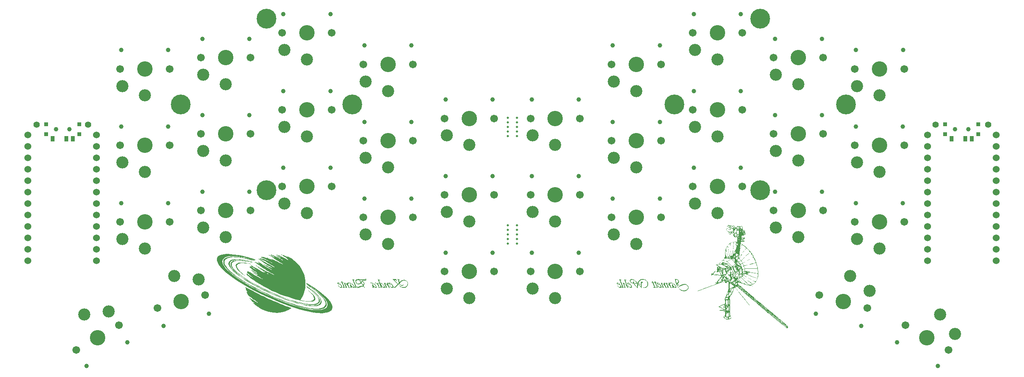
<source format=gbs>
%TF.GenerationSoftware,KiCad,Pcbnew,8.0.8*%
%TF.CreationDate,2025-02-16T20:52:23-05:00*%
%TF.ProjectId,sweepv2.1,73776565-7076-4322-9e31-2e6b69636164,rev?*%
%TF.SameCoordinates,Original*%
%TF.FileFunction,Soldermask,Bot*%
%TF.FilePolarity,Negative*%
%FSLAX46Y46*%
G04 Gerber Fmt 4.6, Leading zero omitted, Abs format (unit mm)*
G04 Created by KiCad (PCBNEW 8.0.8) date 2025-02-16 20:52:23*
%MOMM*%
%LPD*%
G01*
G04 APERTURE LIST*
%ADD10C,0.304800*%
%ADD11C,0.000000*%
%ADD12C,1.524000*%
%ADD13C,1.701800*%
%ADD14C,0.990600*%
%ADD15C,3.429000*%
%ADD16C,2.692400*%
%ADD17C,0.500000*%
%ADD18C,4.400000*%
%ADD19C,1.397000*%
%ADD20C,1.000000*%
%ADD21R,0.900000X0.900000*%
%ADD22R,0.900000X1.250000*%
G04 APERTURE END LIST*
D10*
G36*
X166430087Y-85085058D02*
G01*
X166442494Y-85156029D01*
X166466619Y-85279856D01*
X166491597Y-85398720D01*
X166517428Y-85512621D01*
X166544112Y-85621560D01*
X166571649Y-85725535D01*
X166600039Y-85824547D01*
X166636726Y-85941333D01*
X166659378Y-86007682D01*
X166699279Y-86115274D01*
X166742984Y-86221848D01*
X166790493Y-86327404D01*
X166841808Y-86431942D01*
X166896927Y-86535463D01*
X166955850Y-86637966D01*
X166980485Y-86678682D01*
X167063368Y-86809758D01*
X167147242Y-86932377D01*
X167232110Y-87046540D01*
X167317970Y-87152246D01*
X167404823Y-87249496D01*
X167492668Y-87338290D01*
X167581506Y-87418627D01*
X167671337Y-87490507D01*
X167762160Y-87553931D01*
X167853976Y-87608898D01*
X167946784Y-87655409D01*
X168040585Y-87693463D01*
X168135379Y-87723061D01*
X168279430Y-87751602D01*
X168425715Y-87761115D01*
X168538282Y-87755873D01*
X168649671Y-87740147D01*
X168759881Y-87713936D01*
X168855348Y-87682401D01*
X168868912Y-87677240D01*
X168972453Y-87631984D01*
X169066688Y-87579593D01*
X169151618Y-87520068D01*
X169227242Y-87453408D01*
X169299937Y-87369390D01*
X169357591Y-87277764D01*
X169400205Y-87178531D01*
X169427779Y-87071690D01*
X169440312Y-86957243D01*
X169441148Y-86917403D01*
X169432267Y-86801635D01*
X169405624Y-86693299D01*
X169361218Y-86592397D01*
X169299051Y-86498928D01*
X169219121Y-86412891D01*
X169188530Y-86385864D01*
X169106570Y-86324527D01*
X169018576Y-86273585D01*
X168924548Y-86233040D01*
X168824486Y-86202892D01*
X168718389Y-86183139D01*
X168606258Y-86173782D01*
X168559716Y-86172951D01*
X168447547Y-86177116D01*
X168333258Y-86189614D01*
X168216848Y-86210442D01*
X168098319Y-86239602D01*
X167977670Y-86277094D01*
X167854901Y-86322917D01*
X167730011Y-86377072D01*
X167603002Y-86439558D01*
X167473873Y-86510375D01*
X167386610Y-86562215D01*
X167298404Y-86617758D01*
X167253947Y-86646918D01*
X167437579Y-86767520D01*
X167528537Y-86709493D01*
X167622742Y-86654834D01*
X167720194Y-86603544D01*
X167820894Y-86555622D01*
X167924841Y-86511069D01*
X168032036Y-86469884D01*
X168075823Y-86454353D01*
X168183649Y-86419038D01*
X168286896Y-86389708D01*
X168385563Y-86366364D01*
X168497917Y-86346252D01*
X168603675Y-86334760D01*
X168686770Y-86331767D01*
X168788975Y-86336932D01*
X168899349Y-86356012D01*
X169000176Y-86389152D01*
X169091456Y-86436351D01*
X169150811Y-86478672D01*
X169230282Y-86557057D01*
X169287046Y-86645305D01*
X169321105Y-86743418D01*
X169332458Y-86851395D01*
X169323661Y-86952275D01*
X169297271Y-87052920D01*
X169258013Y-87144213D01*
X169205911Y-87231482D01*
X169142661Y-87310900D01*
X169068265Y-87382466D01*
X169052048Y-87395837D01*
X168965834Y-87454349D01*
X168871071Y-87500722D01*
X168772442Y-87536905D01*
X168748807Y-87544232D01*
X168641166Y-87572301D01*
X168533759Y-87591184D01*
X168426589Y-87600881D01*
X168367151Y-87602299D01*
X168250616Y-87596859D01*
X168137186Y-87580541D01*
X168026861Y-87553344D01*
X167919643Y-87515268D01*
X167815530Y-87466313D01*
X167714523Y-87406479D01*
X167616622Y-87335766D01*
X167521826Y-87254174D01*
X167430136Y-87161704D01*
X167341552Y-87058354D01*
X167284222Y-86983411D01*
X167220158Y-86890389D01*
X167157874Y-86790737D01*
X167107330Y-86702629D01*
X167058023Y-86609917D01*
X167009951Y-86512600D01*
X166963115Y-86410679D01*
X166918971Y-86307716D01*
X166879286Y-86207273D01*
X166844060Y-86109350D01*
X166813294Y-86013948D01*
X166782259Y-85902792D01*
X166757646Y-85795265D01*
X166695112Y-85480114D01*
X166657393Y-85289534D01*
X166650445Y-85253800D01*
X166752080Y-85251823D01*
X166759135Y-85251815D01*
X166889166Y-85251815D01*
X166989484Y-85263475D01*
X167007285Y-85268193D01*
X167098765Y-85314237D01*
X167147242Y-85363483D01*
X167192452Y-85457509D01*
X167199850Y-85520810D01*
X167182790Y-85623211D01*
X167156176Y-85681116D01*
X167094510Y-85765611D01*
X167024648Y-85840871D01*
X166996863Y-85868221D01*
X166928766Y-85945505D01*
X166882978Y-86038437D01*
X166877254Y-86082624D01*
X166892326Y-86186566D01*
X166932991Y-86280914D01*
X166968574Y-86335241D01*
X167037901Y-86410547D01*
X167126915Y-86455803D01*
X167157169Y-86458820D01*
X167254764Y-86429848D01*
X167284718Y-86402738D01*
X167328606Y-86309695D01*
X167333356Y-86257322D01*
X167326407Y-86182877D01*
X167260357Y-86261393D01*
X167177331Y-86322461D01*
X167134835Y-86331767D01*
X167041331Y-86293608D01*
X167019197Y-86211166D01*
X167056455Y-86118654D01*
X167127620Y-86037834D01*
X167151213Y-86015623D01*
X167227209Y-85932958D01*
X167281492Y-85844275D01*
X167314062Y-85749574D01*
X167324918Y-85648856D01*
X167314558Y-85539546D01*
X167283477Y-85437928D01*
X167231676Y-85344003D01*
X167159154Y-85257771D01*
X167072239Y-85185683D01*
X166977756Y-85134192D01*
X166875704Y-85103297D01*
X166766083Y-85092999D01*
X166638037Y-85092999D01*
X166519421Y-85092999D01*
X166430087Y-85085058D01*
G37*
G36*
X165761072Y-86783401D02*
G01*
X165719383Y-86843454D01*
X165807322Y-86900218D01*
X165896227Y-86944493D01*
X165996294Y-86983733D01*
X166107523Y-87017938D01*
X166158610Y-87031056D01*
X166140913Y-86925508D01*
X166108856Y-86824470D01*
X166068638Y-86724673D01*
X166026140Y-86632205D01*
X165975475Y-86531280D01*
X166039794Y-86611239D01*
X166105824Y-86685475D01*
X166185019Y-86764850D01*
X166266542Y-86836436D01*
X166338271Y-86891595D01*
X166430242Y-86952392D01*
X166522215Y-87000025D01*
X166618100Y-87028388D01*
X166648460Y-87030560D01*
X166740359Y-86986904D01*
X166762113Y-86892588D01*
X166750170Y-86784177D01*
X166720128Y-86686111D01*
X166671799Y-86585053D01*
X166615820Y-86496051D01*
X166571036Y-86435494D01*
X166495981Y-86346846D01*
X166414120Y-86264410D01*
X166325454Y-86188185D01*
X166229984Y-86118171D01*
X166145228Y-86064572D01*
X166092106Y-86034482D01*
X165990735Y-85982868D01*
X165889485Y-85940001D01*
X165788356Y-85905883D01*
X165687348Y-85880513D01*
X165586462Y-85863891D01*
X165485697Y-85856017D01*
X165445425Y-85855318D01*
X165384876Y-85903459D01*
X165422114Y-86001385D01*
X165433514Y-86022571D01*
X165533890Y-86016243D01*
X165626575Y-86014134D01*
X165729472Y-86019035D01*
X165828725Y-86033738D01*
X165947665Y-86065901D01*
X166060910Y-86113379D01*
X166147406Y-86162389D01*
X166230258Y-86221200D01*
X166309464Y-86289814D01*
X166347701Y-86327797D01*
X166423094Y-86413554D01*
X166482889Y-86498858D01*
X166532934Y-86597805D01*
X166561748Y-86696136D01*
X166569548Y-86779927D01*
X166522202Y-86869501D01*
X166503043Y-86871743D01*
X166404860Y-86831501D01*
X166319411Y-86764617D01*
X166311471Y-86757594D01*
X166233749Y-86682160D01*
X166161262Y-86599165D01*
X166100499Y-86518005D01*
X166081187Y-86489591D01*
X166023606Y-86395312D01*
X165974195Y-86297470D01*
X165932954Y-86196066D01*
X165899882Y-86091100D01*
X165884652Y-86029519D01*
X165814423Y-86104703D01*
X165797799Y-86186847D01*
X165814340Y-86292536D01*
X165858563Y-86391993D01*
X165915422Y-86475198D01*
X165813618Y-86447746D01*
X165753628Y-86428050D01*
X165781421Y-86485620D01*
X165825948Y-86584900D01*
X165866254Y-86679291D01*
X165902080Y-86774093D01*
X165912444Y-86819135D01*
X165891600Y-86839980D01*
X165795753Y-86802024D01*
X165761072Y-86783401D01*
G37*
G36*
X164688069Y-86792335D02*
G01*
X164649357Y-86856358D01*
X164745112Y-86916069D01*
X164836175Y-86960428D01*
X164934031Y-86997426D01*
X165038678Y-87027061D01*
X165085606Y-87037508D01*
X165066111Y-86934663D01*
X165038562Y-86837416D01*
X165000739Y-86729677D01*
X164963082Y-86635930D01*
X164918849Y-86535468D01*
X164868040Y-86428290D01*
X164810655Y-86314396D01*
X164719832Y-86142180D01*
X164678422Y-86050426D01*
X164675661Y-86035971D01*
X164690550Y-86014134D01*
X164780416Y-86059173D01*
X164846389Y-86109424D01*
X164927010Y-86178348D01*
X164999284Y-86247520D01*
X165070588Y-86322896D01*
X165077665Y-86330774D01*
X165149685Y-86415558D01*
X165218093Y-86505818D01*
X165282891Y-86601554D01*
X165344078Y-86702768D01*
X165401655Y-86809458D01*
X165445116Y-86898754D01*
X165476195Y-86968026D01*
X165577029Y-86999714D01*
X165677553Y-87039286D01*
X165706479Y-87051404D01*
X165660853Y-86957432D01*
X165616098Y-86862247D01*
X165572216Y-86765851D01*
X165529207Y-86668244D01*
X165487069Y-86569425D01*
X165445805Y-86469394D01*
X165429543Y-86429042D01*
X165392083Y-86334297D01*
X165355512Y-86237843D01*
X165320972Y-86138498D01*
X165299512Y-86048379D01*
X165323831Y-86014134D01*
X165409195Y-86040438D01*
X165441951Y-86051853D01*
X165456840Y-85975423D01*
X165355873Y-85945303D01*
X165261421Y-85914005D01*
X165162948Y-85877386D01*
X165092058Y-85847873D01*
X165054339Y-85830503D01*
X165048880Y-85878644D01*
X165066861Y-85984525D01*
X165100846Y-86090882D01*
X165144001Y-86203178D01*
X165189853Y-86311659D01*
X165233008Y-86408197D01*
X165266756Y-86442939D01*
X165254845Y-86406212D01*
X165183860Y-86329111D01*
X165114524Y-86257244D01*
X165033495Y-86177914D01*
X164954839Y-86106120D01*
X164878555Y-86041865D01*
X164829018Y-86003215D01*
X164747170Y-85945587D01*
X164653452Y-85892292D01*
X164556501Y-85858928D01*
X164518830Y-85855318D01*
X164436519Y-85914676D01*
X164434459Y-85938696D01*
X164464929Y-86044397D01*
X164506577Y-86138768D01*
X164556339Y-86240525D01*
X164607724Y-86340037D01*
X164619083Y-86361545D01*
X164670031Y-86457789D01*
X164724164Y-86562281D01*
X164775112Y-86664480D01*
X164819268Y-86761391D01*
X164836463Y-86816654D01*
X164814626Y-86839980D01*
X164716364Y-86809446D01*
X164707921Y-86805239D01*
X164688069Y-86792335D01*
G37*
G36*
X163582309Y-86792335D02*
G01*
X163543598Y-86856358D01*
X163639353Y-86916069D01*
X163730416Y-86960428D01*
X163828271Y-86997426D01*
X163932918Y-87027061D01*
X163979847Y-87037508D01*
X163960351Y-86934663D01*
X163932803Y-86837416D01*
X163894979Y-86729677D01*
X163857322Y-86635930D01*
X163813089Y-86535468D01*
X163762280Y-86428290D01*
X163704896Y-86314396D01*
X163614072Y-86142180D01*
X163572662Y-86050426D01*
X163569902Y-86035971D01*
X163584791Y-86014134D01*
X163674656Y-86059173D01*
X163740629Y-86109424D01*
X163821250Y-86178348D01*
X163893524Y-86247520D01*
X163964829Y-86322896D01*
X163971906Y-86330774D01*
X164043925Y-86415558D01*
X164112334Y-86505818D01*
X164177132Y-86601554D01*
X164238319Y-86702768D01*
X164295895Y-86809458D01*
X164339356Y-86898754D01*
X164370436Y-86968026D01*
X164471269Y-86999714D01*
X164571794Y-87039286D01*
X164600720Y-87051404D01*
X164555093Y-86957432D01*
X164510339Y-86862247D01*
X164466457Y-86765851D01*
X164423447Y-86668244D01*
X164381310Y-86569425D01*
X164340045Y-86469394D01*
X164323783Y-86429042D01*
X164286323Y-86334297D01*
X164249752Y-86237843D01*
X164215213Y-86138498D01*
X164193752Y-86048379D01*
X164218071Y-86014134D01*
X164303435Y-86040438D01*
X164336191Y-86051853D01*
X164351080Y-85975423D01*
X164250114Y-85945303D01*
X164155661Y-85914005D01*
X164057189Y-85877386D01*
X163986298Y-85847873D01*
X163948580Y-85830503D01*
X163943120Y-85878644D01*
X163961101Y-85984525D01*
X163995086Y-86090882D01*
X164038241Y-86203178D01*
X164084093Y-86311659D01*
X164127248Y-86408197D01*
X164160997Y-86442939D01*
X164149085Y-86406212D01*
X164078101Y-86329111D01*
X164008764Y-86257244D01*
X163927735Y-86177914D01*
X163849079Y-86106120D01*
X163772796Y-86041865D01*
X163723259Y-86003215D01*
X163641410Y-85945587D01*
X163547692Y-85892292D01*
X163450741Y-85858928D01*
X163413070Y-85855318D01*
X163330759Y-85914676D01*
X163328699Y-85938696D01*
X163359169Y-86044397D01*
X163400818Y-86138768D01*
X163450580Y-86240525D01*
X163501964Y-86340037D01*
X163513323Y-86361545D01*
X163564272Y-86457789D01*
X163618404Y-86562281D01*
X163669353Y-86664480D01*
X163713508Y-86761391D01*
X163730703Y-86816654D01*
X163708866Y-86839980D01*
X163610604Y-86809446D01*
X163602161Y-86805239D01*
X163582309Y-86792335D01*
G37*
G36*
X162645788Y-86367004D02*
G01*
X162610443Y-86459916D01*
X162609558Y-86471228D01*
X162632137Y-86569341D01*
X162684197Y-86655984D01*
X162755851Y-86737811D01*
X162800634Y-86780424D01*
X162884761Y-86852484D01*
X162964986Y-86912331D01*
X163056105Y-86968026D01*
X163155311Y-87010773D01*
X163259325Y-87030315D01*
X163271624Y-87030560D01*
X163373629Y-87007512D01*
X163436617Y-86929798D01*
X163450789Y-86835513D01*
X163442693Y-86731321D01*
X163418405Y-86624709D01*
X163383871Y-86529439D01*
X163336940Y-86432317D01*
X163321254Y-86404227D01*
X163260922Y-86309449D01*
X163193703Y-86222271D01*
X163119597Y-86142692D01*
X163038603Y-86070712D01*
X162989229Y-86032994D01*
X162898377Y-85972612D01*
X162811188Y-85924722D01*
X162714100Y-85884641D01*
X162609248Y-85859655D01*
X162547024Y-85855318D01*
X162448662Y-85882071D01*
X162420964Y-85950111D01*
X162452231Y-86045866D01*
X162476549Y-86082624D01*
X162542506Y-86158434D01*
X162613032Y-86218114D01*
X162699017Y-86269853D01*
X162790741Y-86312072D01*
X162805101Y-86317871D01*
X162902636Y-86350644D01*
X162985755Y-86363530D01*
X163072997Y-86309342D01*
X163100400Y-86248885D01*
X163000074Y-86267314D01*
X162983273Y-86268240D01*
X162877358Y-86255790D01*
X162778979Y-86218440D01*
X162736115Y-86192803D01*
X162659101Y-86124840D01*
X162623455Y-86032994D01*
X162693929Y-85982371D01*
X162796665Y-86003131D01*
X162891893Y-86058034D01*
X162969331Y-86126664D01*
X162998659Y-86158062D01*
X163065456Y-86240969D01*
X163124401Y-86332116D01*
X163170739Y-86421193D01*
X163184772Y-86452368D01*
X163222983Y-86553742D01*
X163248669Y-86656520D01*
X163257232Y-86750149D01*
X163227817Y-86845026D01*
X163153008Y-86871743D01*
X163049500Y-86849955D01*
X162958334Y-86797484D01*
X162889969Y-86739727D01*
X162814671Y-86656870D01*
X162752091Y-86568784D01*
X162700692Y-86480564D01*
X162652427Y-86381942D01*
X162645788Y-86367004D01*
G37*
G36*
X161793639Y-85823554D02*
G01*
X161830365Y-85887081D01*
X162025908Y-85887081D01*
X162032856Y-85902466D01*
X162073500Y-85996647D01*
X162112165Y-86089021D01*
X162155208Y-86192851D01*
X162176287Y-86243922D01*
X162217534Y-86343004D01*
X162260331Y-86444445D01*
X162300081Y-86537951D01*
X162310785Y-86563044D01*
X162349848Y-86657146D01*
X162385974Y-86753499D01*
X162410940Y-86852495D01*
X162411038Y-86856358D01*
X162365378Y-86903506D01*
X162266744Y-86864562D01*
X162184667Y-86802420D01*
X162159413Y-86780424D01*
X162120701Y-86845935D01*
X162200582Y-86907474D01*
X162292103Y-86962572D01*
X162326170Y-86979440D01*
X162421284Y-87016132D01*
X162509305Y-87030560D01*
X162606823Y-86998525D01*
X162629907Y-86929314D01*
X162607203Y-86831645D01*
X162573842Y-86738046D01*
X162532488Y-86633602D01*
X162511290Y-86582399D01*
X162365874Y-86239455D01*
X162324191Y-86139006D01*
X162284513Y-86043119D01*
X162244557Y-85945933D01*
X162225421Y-85898496D01*
X162220458Y-85887081D01*
X162407563Y-85887081D01*
X162368852Y-85823554D01*
X162342052Y-85823554D01*
X162242479Y-85814030D01*
X162190680Y-85789806D01*
X162133641Y-85700389D01*
X162089423Y-85603518D01*
X162080501Y-85582352D01*
X162040300Y-85569448D01*
X161937832Y-85565460D01*
X161883965Y-85561011D01*
X161922510Y-85656583D01*
X161947988Y-85715857D01*
X161989678Y-85814621D01*
X161993648Y-85823554D01*
X161793639Y-85823554D01*
G37*
G36*
X161229840Y-85823554D02*
G01*
X161266566Y-85887081D01*
X161462109Y-85887081D01*
X161469057Y-85902466D01*
X161509702Y-85996647D01*
X161548367Y-86089021D01*
X161591410Y-86192851D01*
X161612489Y-86243922D01*
X161653736Y-86343004D01*
X161696532Y-86444445D01*
X161736283Y-86537951D01*
X161746986Y-86563044D01*
X161786050Y-86657146D01*
X161822176Y-86753499D01*
X161847141Y-86852495D01*
X161847239Y-86856358D01*
X161801579Y-86903506D01*
X161702945Y-86864562D01*
X161620869Y-86802420D01*
X161595614Y-86780424D01*
X161556903Y-86845935D01*
X161636783Y-86907474D01*
X161728304Y-86962572D01*
X161762372Y-86979440D01*
X161857486Y-87016132D01*
X161945507Y-87030560D01*
X162043024Y-86998525D01*
X162066108Y-86929314D01*
X162043404Y-86831645D01*
X162010043Y-86738046D01*
X161968690Y-86633602D01*
X161947492Y-86582399D01*
X161802076Y-86239455D01*
X161760392Y-86139006D01*
X161720715Y-86043119D01*
X161680759Y-85945933D01*
X161661622Y-85898496D01*
X161656659Y-85887081D01*
X161843765Y-85887081D01*
X161805054Y-85823554D01*
X161778253Y-85823554D01*
X161678680Y-85814030D01*
X161626881Y-85789806D01*
X161569842Y-85700389D01*
X161525624Y-85603518D01*
X161516702Y-85582352D01*
X161476502Y-85569448D01*
X161374033Y-85565460D01*
X161320167Y-85561011D01*
X161358711Y-85656583D01*
X161384190Y-85715857D01*
X161425879Y-85814621D01*
X161429850Y-85823554D01*
X161229840Y-85823554D01*
G37*
G36*
X159386359Y-85066105D02*
G01*
X159512265Y-85080715D01*
X159632277Y-85105065D01*
X159746395Y-85139155D01*
X159854620Y-85182984D01*
X159956951Y-85236554D01*
X160053389Y-85299863D01*
X160143933Y-85372913D01*
X160226055Y-85453337D01*
X160297228Y-85539019D01*
X160357451Y-85629958D01*
X160406724Y-85726155D01*
X160445048Y-85827610D01*
X160472422Y-85934323D01*
X160488847Y-86046293D01*
X160494321Y-86163521D01*
X160493391Y-86210036D01*
X160482922Y-86321861D01*
X160460821Y-86427313D01*
X160427088Y-86526391D01*
X160381723Y-86619097D01*
X160324726Y-86705428D01*
X160256097Y-86785387D01*
X160225820Y-86815075D01*
X160145770Y-86880918D01*
X160059491Y-86934789D01*
X159966985Y-86976688D01*
X159868251Y-87006617D01*
X159763288Y-87024574D01*
X159652098Y-87030560D01*
X159640754Y-87030496D01*
X159531684Y-87022877D01*
X159430562Y-87002560D01*
X159328509Y-86965544D01*
X159345880Y-86910951D01*
X159388220Y-86921590D01*
X159487326Y-86935270D01*
X159531774Y-86934316D01*
X159638806Y-86923585D01*
X159739997Y-86900932D01*
X159835349Y-86866355D01*
X159924860Y-86819856D01*
X160008531Y-86761434D01*
X160086362Y-86691089D01*
X160115329Y-86660026D01*
X160179572Y-86578177D01*
X160232135Y-86490343D01*
X160273016Y-86396523D01*
X160302218Y-86296718D01*
X160319739Y-86190926D01*
X160325579Y-86079150D01*
X160324524Y-86030520D01*
X160312659Y-85913899D01*
X160287612Y-85804354D01*
X160249381Y-85701885D01*
X160197967Y-85606492D01*
X160133371Y-85518176D01*
X160055591Y-85436935D01*
X159985605Y-85378659D01*
X159891121Y-85316740D01*
X159788858Y-85266962D01*
X159678816Y-85229325D01*
X159560995Y-85203829D01*
X159461138Y-85192174D01*
X159356302Y-85188288D01*
X159310090Y-85189085D01*
X159197867Y-85198049D01*
X159090370Y-85216973D01*
X158987598Y-85245857D01*
X158889552Y-85284701D01*
X158796231Y-85333505D01*
X158707636Y-85392268D01*
X158673787Y-85418309D01*
X158594795Y-85488159D01*
X158523849Y-85564795D01*
X158460949Y-85648216D01*
X158406094Y-85738423D01*
X158359285Y-85835415D01*
X158320521Y-85939193D01*
X158409880Y-85961723D01*
X158500529Y-86007477D01*
X158584057Y-86069224D01*
X158629765Y-86111960D01*
X158692811Y-86197013D01*
X158718555Y-86295537D01*
X158714429Y-86322213D01*
X158652547Y-86403731D01*
X158650955Y-86383731D01*
X158627970Y-86277065D01*
X158572045Y-86181510D01*
X158484771Y-86117066D01*
X158385015Y-86086590D01*
X158284291Y-86078653D01*
X158282802Y-86086098D01*
X158290247Y-86095031D01*
X158355602Y-86169014D01*
X158428046Y-86252067D01*
X158493965Y-86328873D01*
X158562623Y-86410586D01*
X158630213Y-86493561D01*
X158641210Y-86507159D01*
X158710428Y-86592542D01*
X158779461Y-86677126D01*
X158844615Y-86755112D01*
X158845379Y-86619136D01*
X158847669Y-86487959D01*
X158851485Y-86361579D01*
X158856829Y-86239998D01*
X158863699Y-86123215D01*
X158872096Y-86011230D01*
X158882020Y-85904043D01*
X158893470Y-85801655D01*
X158911112Y-85672601D01*
X158931468Y-85552077D01*
X158984076Y-85585826D01*
X159031714Y-85617616D01*
X159119566Y-85673175D01*
X159265975Y-85760028D01*
X159301213Y-85783354D01*
X159260516Y-85865244D01*
X159241152Y-85848028D01*
X159153811Y-85791791D01*
X159099218Y-85843903D01*
X159085665Y-85914666D01*
X159073813Y-86018942D01*
X159064973Y-86120343D01*
X159062225Y-86153702D01*
X159054504Y-86252840D01*
X159045431Y-86382824D01*
X159037754Y-86510296D01*
X159031473Y-86635255D01*
X159026587Y-86757702D01*
X159023098Y-86877637D01*
X159021004Y-86995058D01*
X159020306Y-87109968D01*
X158965217Y-87045449D01*
X158619294Y-86612674D01*
X158615456Y-86607926D01*
X158550029Y-86528915D01*
X158480082Y-86446289D01*
X158411840Y-86366508D01*
X158356202Y-86301748D01*
X158287765Y-86222084D01*
X158264921Y-86190455D01*
X158258821Y-86233627D01*
X158244159Y-86351155D01*
X158232164Y-86469506D01*
X158222834Y-86588682D01*
X158216170Y-86708681D01*
X158212171Y-86829504D01*
X158210838Y-86951151D01*
X158212327Y-87118405D01*
X158162068Y-87072399D01*
X158078264Y-86993492D01*
X157994411Y-86911799D01*
X157910510Y-86827318D01*
X157826560Y-86740051D01*
X157742562Y-86649997D01*
X157675329Y-86575947D01*
X157610058Y-86502471D01*
X157534379Y-86415098D01*
X157465267Y-86332692D01*
X157402723Y-86255254D01*
X157336339Y-86168886D01*
X157284665Y-86096520D01*
X157424697Y-86096520D01*
X157435208Y-86114389D01*
X157492394Y-86202524D01*
X157556805Y-86291478D01*
X157623648Y-86377506D01*
X157688729Y-86457331D01*
X157733962Y-86511095D01*
X157800213Y-86587232D01*
X157875079Y-86669223D01*
X157947333Y-86743852D01*
X158026710Y-86820128D01*
X158026710Y-86808216D01*
X158027282Y-86723055D01*
X158029822Y-86614962D01*
X158034393Y-86513104D01*
X158042964Y-86394549D01*
X158054710Y-86285736D01*
X158069631Y-86186665D01*
X158091726Y-86080638D01*
X158080311Y-86082127D01*
X157981415Y-86091404D01*
X157878563Y-86099801D01*
X157777534Y-86106199D01*
X157667388Y-86109424D01*
X157633740Y-86109222D01*
X157530919Y-86105782D01*
X157424697Y-86096520D01*
X157284665Y-86096520D01*
X157270843Y-86077164D01*
X157248012Y-86072635D01*
X157137517Y-86046252D01*
X157033128Y-86013641D01*
X156934847Y-85974802D01*
X156842673Y-85929735D01*
X156756605Y-85878440D01*
X156661385Y-85808665D01*
X156591469Y-85745801D01*
X156523212Y-85667773D01*
X156465146Y-85573168D01*
X156430307Y-85474716D01*
X156428215Y-85456291D01*
X156596866Y-85456291D01*
X156597070Y-85469348D01*
X156613433Y-85569159D01*
X156655975Y-85660719D01*
X156724697Y-85744027D01*
X156806305Y-85810154D01*
X156878641Y-85852557D01*
X156978113Y-85893067D01*
X157082615Y-85922682D01*
X157186472Y-85943659D01*
X157176178Y-85925928D01*
X157130406Y-85833899D01*
X157094133Y-85736248D01*
X157067360Y-85632975D01*
X157458445Y-85632975D01*
X157458445Y-85718338D01*
X157414274Y-85720820D01*
X157382390Y-85724133D01*
X157303599Y-85786828D01*
X157316255Y-85867725D01*
X157354222Y-85960534D01*
X157497653Y-85950608D01*
X157605167Y-85950061D01*
X157717526Y-85948423D01*
X157817690Y-85946149D01*
X157921413Y-85943072D01*
X158028696Y-85939193D01*
X157987858Y-85894949D01*
X157907197Y-85810674D01*
X157827890Y-85732018D01*
X157749936Y-85658980D01*
X157673335Y-85591561D01*
X157560970Y-85500966D01*
X157451651Y-85423012D01*
X157345376Y-85357700D01*
X157242146Y-85305028D01*
X157141960Y-85264998D01*
X157013116Y-85231288D01*
X156889684Y-85220052D01*
X156873089Y-85220308D01*
X156769083Y-85236430D01*
X156676274Y-85285564D01*
X156619277Y-85355458D01*
X156596866Y-85456291D01*
X156428215Y-85456291D01*
X156418694Y-85372416D01*
X156422305Y-85322811D01*
X156454912Y-85227425D01*
X156521428Y-85148584D01*
X156583692Y-85106360D01*
X156680633Y-85071557D01*
X156783475Y-85061235D01*
X156895893Y-85068511D01*
X157009812Y-85090339D01*
X157105890Y-85119644D01*
X157203011Y-85159055D01*
X157301173Y-85208571D01*
X157400378Y-85268193D01*
X157460990Y-85309007D01*
X157544221Y-85369967D01*
X157630213Y-85438402D01*
X157718966Y-85514313D01*
X157810479Y-85597699D01*
X157904753Y-85688561D01*
X157977270Y-85761614D01*
X158051340Y-85838871D01*
X158126963Y-85920333D01*
X158147884Y-85846222D01*
X158180934Y-85752212D01*
X158230535Y-85642420D01*
X158289345Y-85541206D01*
X158357364Y-85448571D01*
X158434591Y-85364515D01*
X158521027Y-85289038D01*
X158615620Y-85223411D01*
X158717628Y-85168908D01*
X158827052Y-85125527D01*
X158943891Y-85093270D01*
X159042702Y-85075473D01*
X159146258Y-85064795D01*
X159254560Y-85061235D01*
X159386359Y-85066105D01*
G37*
G36*
X156070786Y-86367004D02*
G01*
X156035441Y-86459916D01*
X156034556Y-86471228D01*
X156057135Y-86569341D01*
X156109195Y-86655984D01*
X156180849Y-86737811D01*
X156225632Y-86780424D01*
X156309759Y-86852484D01*
X156389984Y-86912331D01*
X156481104Y-86968026D01*
X156580309Y-87010773D01*
X156684323Y-87030315D01*
X156696623Y-87030560D01*
X156798627Y-87007512D01*
X156861615Y-86929798D01*
X156875787Y-86835513D01*
X156867691Y-86731321D01*
X156843404Y-86624709D01*
X156808870Y-86529439D01*
X156761939Y-86432317D01*
X156746253Y-86404227D01*
X156685921Y-86309449D01*
X156618701Y-86222271D01*
X156544595Y-86142692D01*
X156463601Y-86070712D01*
X156414227Y-86032994D01*
X156323375Y-85972612D01*
X156236187Y-85924722D01*
X156139098Y-85884641D01*
X156034247Y-85859655D01*
X155972022Y-85855318D01*
X155873661Y-85882071D01*
X155845962Y-85950111D01*
X155877229Y-86045866D01*
X155901548Y-86082624D01*
X155967504Y-86158434D01*
X156038030Y-86218114D01*
X156124015Y-86269853D01*
X156215739Y-86312072D01*
X156230099Y-86317871D01*
X156327634Y-86350644D01*
X156410753Y-86363530D01*
X156497995Y-86309342D01*
X156525399Y-86248885D01*
X156425072Y-86267314D01*
X156408271Y-86268240D01*
X156302357Y-86255790D01*
X156203977Y-86218440D01*
X156161113Y-86192803D01*
X156084099Y-86124840D01*
X156048453Y-86032994D01*
X156118928Y-85982371D01*
X156221663Y-86003131D01*
X156316891Y-86058034D01*
X156394329Y-86126664D01*
X156423657Y-86158062D01*
X156490454Y-86240969D01*
X156549399Y-86332116D01*
X156595737Y-86421193D01*
X156609770Y-86452368D01*
X156647981Y-86553742D01*
X156673668Y-86656520D01*
X156682230Y-86750149D01*
X156652815Y-86845026D01*
X156578006Y-86871743D01*
X156474499Y-86849955D01*
X156383332Y-86797484D01*
X156314967Y-86739727D01*
X156239669Y-86656870D01*
X156177089Y-86568784D01*
X156125690Y-86480564D01*
X156077425Y-86381942D01*
X156070786Y-86367004D01*
G37*
G36*
X155078680Y-86796802D02*
G01*
X155034509Y-86860328D01*
X155125954Y-86906077D01*
X155227764Y-86951198D01*
X155326962Y-86990778D01*
X155406735Y-87020137D01*
X155464306Y-87040982D01*
X155448469Y-86934327D01*
X155420743Y-86825243D01*
X155389054Y-86724750D01*
X155348912Y-86612500D01*
X155300317Y-86488495D01*
X155258323Y-86387775D01*
X155211576Y-86280443D01*
X155160073Y-86166499D01*
X155122967Y-86074295D01*
X155116895Y-86042423D01*
X155133273Y-86014134D01*
X155221936Y-86061641D01*
X155253378Y-86086098D01*
X155330785Y-86154196D01*
X155401303Y-86226616D01*
X155428076Y-86256826D01*
X155493309Y-86333566D01*
X155558479Y-86416883D01*
X155623588Y-86506775D01*
X155680507Y-86590826D01*
X155688634Y-86603244D01*
X155742266Y-86688224D01*
X155796115Y-86780226D01*
X155847203Y-86877202D01*
X155884177Y-86957603D01*
X155985376Y-86980526D01*
X156078727Y-87017152D01*
X156108505Y-87031552D01*
X156075749Y-86955618D01*
X156035136Y-86860165D01*
X155995804Y-86766184D01*
X155957755Y-86673676D01*
X155915841Y-86569755D01*
X155900555Y-86531280D01*
X155737272Y-86119350D01*
X155571011Y-85708412D01*
X155536696Y-85615150D01*
X155503196Y-85519069D01*
X155471557Y-85417831D01*
X155451898Y-85318816D01*
X155480684Y-85283578D01*
X155555129Y-85311868D01*
X155589870Y-85331720D01*
X155615678Y-85256778D01*
X155515439Y-85219967D01*
X155417398Y-85178209D01*
X155321555Y-85131505D01*
X155269260Y-85103421D01*
X155220622Y-85075132D01*
X155217644Y-85141140D01*
X155229275Y-85243652D01*
X155254052Y-85344580D01*
X155288119Y-85451825D01*
X155325408Y-85555481D01*
X155367993Y-85667277D01*
X155410971Y-85776621D01*
X155450256Y-85874687D01*
X155493900Y-85982167D01*
X155541902Y-86099062D01*
X155567537Y-86161039D01*
X155718909Y-86526814D01*
X155750176Y-86560066D01*
X155738761Y-86520858D01*
X155672510Y-86440265D01*
X155577577Y-86329125D01*
X155487973Y-86229684D01*
X155403700Y-86141942D01*
X155324758Y-86065899D01*
X155227793Y-85982706D01*
X155140304Y-85920312D01*
X155044270Y-85871566D01*
X154963042Y-85855318D01*
X154882183Y-85914676D01*
X154880159Y-85938696D01*
X154904555Y-86040355D01*
X154931775Y-86105950D01*
X155018627Y-86298515D01*
X155069576Y-86413199D01*
X155113731Y-86515057D01*
X155159372Y-86624343D01*
X155200131Y-86729032D01*
X155230700Y-86823724D01*
X155236007Y-86856854D01*
X155219629Y-86871743D01*
X155128668Y-86831464D01*
X155103991Y-86815165D01*
X155078680Y-86796802D01*
G37*
G36*
X154120322Y-85069176D02*
G01*
X154131222Y-85172338D01*
X154157918Y-85284994D01*
X154192400Y-85395962D01*
X154227994Y-85495920D01*
X154270707Y-85605820D01*
X154320539Y-85725661D01*
X154348124Y-85789310D01*
X154395449Y-85898405D01*
X154439777Y-86001610D01*
X154481108Y-86098926D01*
X154537484Y-86233857D01*
X154587116Y-86355535D01*
X154630005Y-86463962D01*
X154666150Y-86559137D01*
X154703854Y-86665423D01*
X154734124Y-86765151D01*
X154745661Y-86828069D01*
X154711913Y-86871743D01*
X154623509Y-86821772D01*
X154577912Y-86783898D01*
X154547637Y-86759083D01*
X154502970Y-86820128D01*
X154588477Y-86891642D01*
X154676680Y-86956374D01*
X154771799Y-87010010D01*
X154853359Y-87030560D01*
X154939087Y-86978603D01*
X154953115Y-86897551D01*
X154940357Y-86794127D01*
X154911777Y-86689090D01*
X154895048Y-86639474D01*
X154855716Y-86534630D01*
X154813027Y-86426522D01*
X154768815Y-86317132D01*
X154727793Y-86216988D01*
X154681745Y-86105614D01*
X154630673Y-85983013D01*
X154617119Y-85950608D01*
X154484607Y-85632478D01*
X154444127Y-85534786D01*
X154407486Y-85442027D01*
X154372939Y-85342421D01*
X154365495Y-85305416D01*
X154392791Y-85283578D01*
X154462273Y-85299460D01*
X154498503Y-85310379D01*
X154521829Y-85240896D01*
X154487088Y-85226504D01*
X154387096Y-85187084D01*
X154286370Y-85145465D01*
X154190331Y-85103018D01*
X154120322Y-85069176D01*
G37*
G36*
X153714347Y-86367004D02*
G01*
X153679002Y-86459916D01*
X153678117Y-86471228D01*
X153700695Y-86569341D01*
X153752756Y-86655984D01*
X153824410Y-86737811D01*
X153869193Y-86780424D01*
X153953320Y-86852484D01*
X154033544Y-86912331D01*
X154124664Y-86968026D01*
X154223870Y-87010773D01*
X154327884Y-87030315D01*
X154340183Y-87030560D01*
X154442188Y-87007512D01*
X154505176Y-86929798D01*
X154519348Y-86835513D01*
X154511252Y-86731321D01*
X154486964Y-86624709D01*
X154452430Y-86529439D01*
X154405499Y-86432317D01*
X154389813Y-86404227D01*
X154329481Y-86309449D01*
X154262262Y-86222271D01*
X154188155Y-86142692D01*
X154107162Y-86070712D01*
X154057788Y-86032994D01*
X153966935Y-85972612D01*
X153879747Y-85924722D01*
X153782659Y-85884641D01*
X153677807Y-85859655D01*
X153615583Y-85855318D01*
X153517221Y-85882071D01*
X153489522Y-85950111D01*
X153520789Y-86045866D01*
X153545108Y-86082624D01*
X153611064Y-86158434D01*
X153681591Y-86218114D01*
X153767575Y-86269853D01*
X153859300Y-86312072D01*
X153873660Y-86317871D01*
X153971195Y-86350644D01*
X154054314Y-86363530D01*
X154141556Y-86309342D01*
X154168959Y-86248885D01*
X154068633Y-86267314D01*
X154051832Y-86268240D01*
X153945917Y-86255790D01*
X153847538Y-86218440D01*
X153804674Y-86192803D01*
X153727660Y-86124840D01*
X153692013Y-86032994D01*
X153762488Y-85982371D01*
X153865224Y-86003131D01*
X153960451Y-86058034D01*
X154037890Y-86126664D01*
X154067217Y-86158062D01*
X154134014Y-86240969D01*
X154192960Y-86332116D01*
X154239298Y-86421193D01*
X154253330Y-86452368D01*
X154291542Y-86553742D01*
X154317228Y-86656520D01*
X154325790Y-86750149D01*
X154296376Y-86845026D01*
X154221567Y-86871743D01*
X154118059Y-86849955D01*
X154026893Y-86797484D01*
X153958527Y-86739727D01*
X153883230Y-86656870D01*
X153820650Y-86568784D01*
X153769250Y-86480564D01*
X153720986Y-86381942D01*
X153714347Y-86367004D01*
G37*
G36*
X104918129Y-85028479D02*
G01*
X105123102Y-85140147D01*
X105139737Y-85149022D01*
X105230634Y-85194446D01*
X105327081Y-85238415D01*
X105356860Y-85251815D01*
X105323607Y-85326260D01*
X105284896Y-85312860D01*
X105264338Y-85305997D01*
X105164295Y-85283578D01*
X105134020Y-85319312D01*
X105134450Y-85327355D01*
X105148447Y-85425801D01*
X105172347Y-85528147D01*
X105202521Y-85634902D01*
X105235266Y-85739183D01*
X105241221Y-85758043D01*
X105305500Y-85695059D01*
X105384824Y-85622392D01*
X105463008Y-85556463D01*
X105555326Y-85486240D01*
X105646004Y-85425718D01*
X105735041Y-85374898D01*
X105794186Y-85346050D01*
X105899295Y-85304822D01*
X106006446Y-85275374D01*
X106115640Y-85257705D01*
X106226876Y-85251815D01*
X106275533Y-85252724D01*
X106392459Y-85262953D01*
X106502649Y-85284548D01*
X106606102Y-85317508D01*
X106702817Y-85361833D01*
X106792796Y-85417524D01*
X106876038Y-85484580D01*
X106906989Y-85514114D01*
X106975631Y-85592325D01*
X107031792Y-85676789D01*
X107075473Y-85767504D01*
X107106673Y-85864472D01*
X107125393Y-85967692D01*
X107131634Y-86077164D01*
X107130787Y-86122608D01*
X107122231Y-86225997D01*
X107104460Y-86325681D01*
X107077475Y-86421660D01*
X107035351Y-86526814D01*
X106982154Y-86624523D01*
X106919341Y-86712182D01*
X106846912Y-86789791D01*
X106764867Y-86857350D01*
X106734788Y-86878325D01*
X106641691Y-86933129D01*
X106544302Y-86975755D01*
X106442620Y-87006202D01*
X106336646Y-87024470D01*
X106226380Y-87030560D01*
X106124262Y-87026058D01*
X106024866Y-87012553D01*
X105912344Y-86985418D01*
X105803527Y-86946029D01*
X105713204Y-86902514D01*
X105652516Y-86867307D01*
X105556307Y-86802982D01*
X105471388Y-86738821D01*
X105382155Y-86665064D01*
X105307664Y-86599149D01*
X105230411Y-86527093D01*
X105150398Y-86448894D01*
X104987115Y-86287596D01*
X104972722Y-86301493D01*
X104950365Y-86322655D01*
X104877128Y-86393088D01*
X104804383Y-86464062D01*
X104730031Y-86537236D01*
X104643563Y-86622446D01*
X104560658Y-86703439D01*
X104481315Y-86780215D01*
X104405535Y-86852775D01*
X104319301Y-86934281D01*
X104238196Y-87009715D01*
X104200973Y-87044952D01*
X104173956Y-87020471D01*
X104097743Y-86950283D01*
X104018001Y-86874572D01*
X103938965Y-86796187D01*
X103865474Y-86718386D01*
X103927015Y-86665282D01*
X103948852Y-86688111D01*
X104019296Y-86756492D01*
X104109158Y-86808216D01*
X104135556Y-86801733D01*
X104220754Y-86744176D01*
X104299241Y-86672726D01*
X104753208Y-86230025D01*
X105045679Y-86230025D01*
X105136502Y-86321841D01*
X105156365Y-86341799D01*
X105233559Y-86417551D01*
X105307140Y-86486774D01*
X105394034Y-86564119D01*
X105475281Y-86631263D01*
X105565325Y-86698369D01*
X105660100Y-86758090D01*
X105711762Y-86784727D01*
X105805976Y-86822797D01*
X105905036Y-86849989D01*
X106008941Y-86866305D01*
X106117690Y-86871743D01*
X106191459Y-86869261D01*
X106310162Y-86854093D01*
X106423557Y-86825137D01*
X106531646Y-86782391D01*
X106634427Y-86725857D01*
X106731902Y-86655534D01*
X106806060Y-86589347D01*
X106833525Y-86561434D01*
X106905289Y-86473275D01*
X106961106Y-86378485D01*
X107000974Y-86277065D01*
X107024896Y-86169015D01*
X107032870Y-86054335D01*
X107030280Y-85986597D01*
X107013282Y-85875856D01*
X106980421Y-85775043D01*
X106931695Y-85684156D01*
X106867105Y-85603196D01*
X106839828Y-85576032D01*
X106753018Y-85505053D01*
X106658740Y-85449847D01*
X106556994Y-85410414D01*
X106447781Y-85386755D01*
X106331099Y-85378868D01*
X106271861Y-85380838D01*
X106169724Y-85393764D01*
X106069535Y-85418755D01*
X105971293Y-85455809D01*
X105874998Y-85504929D01*
X105818598Y-85539701D01*
X105726757Y-85604073D01*
X105643586Y-85668912D01*
X105554380Y-85743929D01*
X105478671Y-85811271D01*
X105399099Y-85885127D01*
X105315667Y-85965497D01*
X105340877Y-86021389D01*
X105394043Y-86122355D01*
X105450870Y-86208898D01*
X105527050Y-86296792D01*
X105608950Y-86362150D01*
X105714778Y-86410830D01*
X105828842Y-86427057D01*
X105865885Y-86425181D01*
X105967937Y-86391836D01*
X106037031Y-86316809D01*
X106071037Y-86213647D01*
X106101135Y-86277711D01*
X106128112Y-86373953D01*
X106119491Y-86425144D01*
X106055156Y-86503984D01*
X105978987Y-86539963D01*
X105874998Y-86554110D01*
X105798863Y-86547294D01*
X105699928Y-86518500D01*
X105610997Y-86473988D01*
X105521135Y-86411672D01*
X105477027Y-86374930D01*
X105404912Y-86305183D01*
X105339256Y-86228501D01*
X105280061Y-86144885D01*
X105227325Y-86054335D01*
X105045679Y-86230025D01*
X104753208Y-86230025D01*
X104839217Y-86146150D01*
X104816387Y-86122328D01*
X104791944Y-86097203D01*
X104721470Y-86026480D01*
X104649723Y-85955524D01*
X104577565Y-85884665D01*
X104494164Y-85803144D01*
X104419346Y-85730250D01*
X104407697Y-85718846D01*
X104329250Y-85641796D01*
X104252682Y-85566284D01*
X104165936Y-85480498D01*
X104089211Y-85404470D01*
X104005972Y-85321867D01*
X103916219Y-85232688D01*
X103844629Y-85161488D01*
X103768199Y-85083569D01*
X104081365Y-85092999D01*
X104452102Y-85087539D01*
X104545407Y-85084065D01*
X104561684Y-85143178D01*
X104592511Y-85248909D01*
X104625300Y-85353776D01*
X104660052Y-85457780D01*
X104677919Y-85505921D01*
X104584118Y-85505921D01*
X104571711Y-85472173D01*
X104543261Y-85393404D01*
X104487836Y-85305416D01*
X104464121Y-85296907D01*
X104361802Y-85285711D01*
X104254574Y-85283578D01*
X104215114Y-85283697D01*
X104114121Y-85286060D01*
X104124047Y-85296978D01*
X104158408Y-85335636D01*
X104233039Y-85417091D01*
X104304805Y-85492894D01*
X104382602Y-85572924D01*
X104454087Y-85644886D01*
X104653600Y-85840925D01*
X104872966Y-86062772D01*
X104897781Y-86087090D01*
X105122605Y-85870207D01*
X105080570Y-85767781D01*
X105047462Y-85673159D01*
X105011786Y-85560653D01*
X104981395Y-85457771D01*
X104949360Y-85343444D01*
X104915681Y-85217670D01*
X104889344Y-85115828D01*
X104860062Y-85000687D01*
X104918129Y-85028479D01*
G37*
G36*
X103100673Y-86367004D02*
G01*
X103065328Y-86459916D01*
X103064443Y-86471228D01*
X103087021Y-86569341D01*
X103139082Y-86655984D01*
X103210736Y-86737811D01*
X103255519Y-86780424D01*
X103339646Y-86852484D01*
X103419871Y-86912331D01*
X103510990Y-86968026D01*
X103610196Y-87010773D01*
X103714210Y-87030315D01*
X103726509Y-87030560D01*
X103828514Y-87007512D01*
X103891502Y-86929798D01*
X103905674Y-86835513D01*
X103897578Y-86731321D01*
X103873290Y-86624709D01*
X103838756Y-86529439D01*
X103791825Y-86432317D01*
X103776139Y-86404227D01*
X103715807Y-86309449D01*
X103648588Y-86222271D01*
X103574482Y-86142692D01*
X103493488Y-86070712D01*
X103444114Y-86032994D01*
X103353261Y-85972612D01*
X103266073Y-85924722D01*
X103168985Y-85884641D01*
X103064133Y-85859655D01*
X103001909Y-85855318D01*
X102903547Y-85882071D01*
X102875849Y-85950111D01*
X102907116Y-86045866D01*
X102931434Y-86082624D01*
X102997391Y-86158434D01*
X103067917Y-86218114D01*
X103153901Y-86269853D01*
X103245626Y-86312072D01*
X103259986Y-86317871D01*
X103357521Y-86350644D01*
X103440640Y-86363530D01*
X103527882Y-86309342D01*
X103555285Y-86248885D01*
X103454959Y-86267314D01*
X103438158Y-86268240D01*
X103332243Y-86255790D01*
X103233864Y-86218440D01*
X103191000Y-86192803D01*
X103113986Y-86124840D01*
X103078340Y-86032994D01*
X103148814Y-85982371D01*
X103251550Y-86003131D01*
X103346778Y-86058034D01*
X103424216Y-86126664D01*
X103453543Y-86158062D01*
X103520341Y-86240969D01*
X103579286Y-86332116D01*
X103625624Y-86421193D01*
X103639656Y-86452368D01*
X103677868Y-86553742D01*
X103703554Y-86656520D01*
X103712116Y-86750149D01*
X103682702Y-86845026D01*
X103607893Y-86871743D01*
X103504385Y-86849955D01*
X103413219Y-86797484D01*
X103344853Y-86739727D01*
X103269556Y-86656870D01*
X103206976Y-86568784D01*
X103155576Y-86480564D01*
X103107312Y-86381942D01*
X103100673Y-86367004D01*
G37*
G36*
X102107574Y-86792335D02*
G01*
X102068862Y-86856358D01*
X102164617Y-86916069D01*
X102255681Y-86960428D01*
X102353536Y-86997426D01*
X102458183Y-87027061D01*
X102505111Y-87037508D01*
X102485616Y-86934663D01*
X102458067Y-86837416D01*
X102420244Y-86729677D01*
X102382587Y-86635930D01*
X102338354Y-86535468D01*
X102287545Y-86428290D01*
X102230160Y-86314396D01*
X102139337Y-86142180D01*
X102097927Y-86050426D01*
X102095166Y-86035971D01*
X102110055Y-86014134D01*
X102199921Y-86059173D01*
X102265894Y-86109424D01*
X102346515Y-86178348D01*
X102418789Y-86247520D01*
X102490093Y-86322896D01*
X102497170Y-86330774D01*
X102569190Y-86415558D01*
X102637599Y-86505818D01*
X102702396Y-86601554D01*
X102763584Y-86702768D01*
X102821160Y-86809458D01*
X102864621Y-86898754D01*
X102895701Y-86968026D01*
X102996534Y-86999714D01*
X103097058Y-87039286D01*
X103125984Y-87051404D01*
X103080358Y-86957432D01*
X103035603Y-86862247D01*
X102991721Y-86765851D01*
X102948712Y-86668244D01*
X102906575Y-86569425D01*
X102865310Y-86469394D01*
X102849048Y-86429042D01*
X102811588Y-86334297D01*
X102775017Y-86237843D01*
X102740477Y-86138498D01*
X102719017Y-86048379D01*
X102743336Y-86014134D01*
X102828700Y-86040438D01*
X102861456Y-86051853D01*
X102876345Y-85975423D01*
X102775378Y-85945303D01*
X102680926Y-85914005D01*
X102582453Y-85877386D01*
X102511563Y-85847873D01*
X102473844Y-85830503D01*
X102468385Y-85878644D01*
X102486366Y-85984525D01*
X102520351Y-86090882D01*
X102563506Y-86203178D01*
X102609358Y-86311659D01*
X102652513Y-86408197D01*
X102686261Y-86442939D01*
X102674350Y-86406212D01*
X102603365Y-86329111D01*
X102534029Y-86257244D01*
X102453000Y-86177914D01*
X102374344Y-86106120D01*
X102298061Y-86041865D01*
X102248523Y-86003215D01*
X102166675Y-85945587D01*
X102072957Y-85892292D01*
X101976006Y-85858928D01*
X101938335Y-85855318D01*
X101856024Y-85914676D01*
X101853964Y-85938696D01*
X101884434Y-86044397D01*
X101926083Y-86138768D01*
X101975845Y-86240525D01*
X102027229Y-86340037D01*
X102038588Y-86361545D01*
X102089536Y-86457789D01*
X102143669Y-86562281D01*
X102194618Y-86664480D01*
X102238773Y-86761391D01*
X102255968Y-86816654D01*
X102234131Y-86839980D01*
X102135869Y-86809446D01*
X102127426Y-86805239D01*
X102107574Y-86792335D01*
G37*
G36*
X100478712Y-85073147D02*
G01*
X100497623Y-85182599D01*
X100529130Y-85292111D01*
X100562572Y-85390775D01*
X100604425Y-85503606D01*
X100612218Y-85523788D01*
X100715448Y-85788317D01*
X100750189Y-85876162D01*
X100681566Y-85949445D01*
X100662840Y-86041927D01*
X100763368Y-86017445D01*
X100803790Y-86013141D01*
X100809249Y-86027038D01*
X100989407Y-86470731D01*
X101031742Y-86576397D01*
X101070062Y-86676034D01*
X101104124Y-86774208D01*
X101113978Y-86818142D01*
X101092141Y-86839980D01*
X100996508Y-86812774D01*
X100971043Y-86801765D01*
X100944740Y-86789853D01*
X100900569Y-86845935D01*
X100992229Y-86901149D01*
X101086020Y-86946407D01*
X101192493Y-86988816D01*
X101293849Y-87022898D01*
X101366596Y-87044456D01*
X101349225Y-86971996D01*
X101319306Y-86871957D01*
X101285131Y-86772092D01*
X101249376Y-86676262D01*
X101208158Y-86572548D01*
X101201824Y-86557088D01*
X101162272Y-86461699D01*
X101143260Y-86415146D01*
X100986429Y-86012645D01*
X100982955Y-86004208D01*
X101081804Y-86015235D01*
X101184555Y-86044718D01*
X101277261Y-86082624D01*
X101370478Y-86130144D01*
X101456942Y-86185044D01*
X101536654Y-86247325D01*
X101578020Y-86285115D01*
X101647364Y-86359385D01*
X101715063Y-86449278D01*
X101765837Y-86540008D01*
X101803682Y-86646918D01*
X101818491Y-86754969D01*
X101818726Y-86770498D01*
X101782319Y-86863734D01*
X101748252Y-86871743D01*
X101651274Y-86839947D01*
X101567640Y-86779216D01*
X101544768Y-86759083D01*
X101469673Y-86683416D01*
X101400104Y-86597862D01*
X101342215Y-86512410D01*
X101323914Y-86482146D01*
X101274195Y-86388402D01*
X101232770Y-86294857D01*
X101193950Y-86191696D01*
X101162120Y-86093542D01*
X101127607Y-86187500D01*
X101119438Y-86246899D01*
X101136229Y-86349494D01*
X101176667Y-86445389D01*
X101221179Y-86520362D01*
X101283748Y-86606080D01*
X101356995Y-86690149D01*
X101431068Y-86763493D01*
X101492160Y-86817646D01*
X101583629Y-86890003D01*
X101667455Y-86947390D01*
X101755594Y-86995420D01*
X101853630Y-87027233D01*
X101891683Y-87030560D01*
X101986946Y-86989239D01*
X102013654Y-86893158D01*
X102013773Y-86884151D01*
X102001241Y-86782772D01*
X101967426Y-86679596D01*
X101937839Y-86615155D01*
X101885533Y-86521953D01*
X101823534Y-86431562D01*
X101759447Y-86352614D01*
X101736340Y-86326804D01*
X101646843Y-86236624D01*
X101554043Y-86155921D01*
X101457938Y-86084694D01*
X101358531Y-86022943D01*
X101255820Y-85970669D01*
X101149805Y-85927871D01*
X101040487Y-85894549D01*
X100927865Y-85870703D01*
X100893620Y-85781865D01*
X100792871Y-85513862D01*
X100759743Y-85418572D01*
X100747708Y-85360009D01*
X100791879Y-85315342D01*
X100881709Y-85335690D01*
X100910495Y-85263726D01*
X100872776Y-85249334D01*
X100776566Y-85211386D01*
X100673475Y-85167611D01*
X100577704Y-85123401D01*
X100478712Y-85073147D01*
G37*
G36*
X99852876Y-85861770D02*
G01*
X99915410Y-86033490D01*
X100013818Y-86014210D01*
X100018641Y-86014134D01*
X100117533Y-86037592D01*
X100210680Y-86098817D01*
X100285841Y-86172710D01*
X100352156Y-86254344D01*
X100408028Y-86336708D01*
X100458271Y-86424116D01*
X100499061Y-86507954D01*
X100540529Y-86608077D01*
X100578031Y-86708625D01*
X100614000Y-86811515D01*
X100647175Y-86910783D01*
X100652914Y-86928321D01*
X100670781Y-86983907D01*
X100773516Y-87009467D01*
X100869108Y-87038752D01*
X100883198Y-87043463D01*
X100855902Y-86971003D01*
X100733315Y-86647911D01*
X100692603Y-86538019D01*
X100657319Y-86440116D01*
X100620848Y-86334596D01*
X100588278Y-86232699D01*
X100562324Y-86130431D01*
X100559610Y-86104461D01*
X100581447Y-86077661D01*
X100677485Y-86118648D01*
X100682692Y-86121335D01*
X100713959Y-86048875D01*
X100624643Y-86003902D01*
X100526639Y-85949247D01*
X100432978Y-85891117D01*
X100343659Y-85829514D01*
X100332800Y-85821569D01*
X100320889Y-85894029D01*
X100334977Y-85998060D01*
X100364988Y-86098929D01*
X100401001Y-86192676D01*
X100406252Y-86205210D01*
X100410719Y-86200247D01*
X100331257Y-86119404D01*
X100257641Y-86049340D01*
X100173844Y-85976919D01*
X100085347Y-85912244D01*
X99987816Y-85863739D01*
X99938736Y-85855318D01*
X99852876Y-85861770D01*
G37*
G36*
X99186343Y-86783401D02*
G01*
X99144654Y-86843454D01*
X99232593Y-86900218D01*
X99321498Y-86944493D01*
X99421565Y-86983733D01*
X99532794Y-87017938D01*
X99583881Y-87031056D01*
X99566184Y-86925508D01*
X99534127Y-86824470D01*
X99493909Y-86724673D01*
X99451411Y-86632205D01*
X99400746Y-86531280D01*
X99465065Y-86611239D01*
X99531095Y-86685475D01*
X99610290Y-86764850D01*
X99691813Y-86836436D01*
X99763542Y-86891595D01*
X99855513Y-86952392D01*
X99947486Y-87000025D01*
X100043371Y-87028388D01*
X100073730Y-87030560D01*
X100165630Y-86986904D01*
X100187383Y-86892588D01*
X100175441Y-86784177D01*
X100145399Y-86686111D01*
X100097070Y-86585053D01*
X100041091Y-86496051D01*
X99996307Y-86435494D01*
X99921252Y-86346846D01*
X99839391Y-86264410D01*
X99750725Y-86188185D01*
X99655255Y-86118171D01*
X99570499Y-86064572D01*
X99517376Y-86034482D01*
X99416005Y-85982868D01*
X99314756Y-85940001D01*
X99213627Y-85905883D01*
X99112619Y-85880513D01*
X99011733Y-85863891D01*
X98910968Y-85856017D01*
X98870696Y-85855318D01*
X98810147Y-85903459D01*
X98847385Y-86001385D01*
X98858784Y-86022571D01*
X98959161Y-86016243D01*
X99051846Y-86014134D01*
X99154743Y-86019035D01*
X99253996Y-86033738D01*
X99372936Y-86065901D01*
X99486181Y-86113379D01*
X99572677Y-86162389D01*
X99655529Y-86221200D01*
X99734735Y-86289814D01*
X99772972Y-86327797D01*
X99848365Y-86413554D01*
X99908160Y-86498858D01*
X99958205Y-86597805D01*
X99987019Y-86696136D01*
X99994819Y-86779927D01*
X99947473Y-86869501D01*
X99928314Y-86871743D01*
X99830131Y-86831501D01*
X99744682Y-86764617D01*
X99736742Y-86757594D01*
X99659020Y-86682160D01*
X99586533Y-86599165D01*
X99525770Y-86518005D01*
X99506458Y-86489591D01*
X99448877Y-86395312D01*
X99399466Y-86297470D01*
X99358225Y-86196066D01*
X99325153Y-86091100D01*
X99309922Y-86029519D01*
X99239694Y-86104703D01*
X99223070Y-86186847D01*
X99239611Y-86292536D01*
X99283834Y-86391993D01*
X99340693Y-86475198D01*
X99238889Y-86447746D01*
X99178899Y-86428050D01*
X99206692Y-86485620D01*
X99251219Y-86584900D01*
X99291524Y-86679291D01*
X99327351Y-86774093D01*
X99337715Y-86819135D01*
X99316871Y-86839980D01*
X99221024Y-86802024D01*
X99186343Y-86783401D01*
G37*
G36*
X97900923Y-85297475D02*
G01*
X97836217Y-85333084D01*
X97739250Y-85360984D01*
X97631568Y-85374973D01*
X97520756Y-85378868D01*
X97447954Y-85378093D01*
X97341195Y-85374022D01*
X97237368Y-85366461D01*
X96832882Y-85330231D01*
X96767135Y-85324581D01*
X96643541Y-85314376D01*
X96530477Y-85305629D01*
X96427944Y-85298339D01*
X96314588Y-85291278D01*
X96200279Y-85285811D01*
X96096867Y-85283578D01*
X96043198Y-85284788D01*
X95924176Y-85298398D01*
X95809914Y-85334690D01*
X95726814Y-85392757D01*
X95669251Y-85488024D01*
X95653670Y-85593270D01*
X95656796Y-85654613D01*
X95678178Y-85759960D01*
X95719818Y-85858790D01*
X95781715Y-85951104D01*
X95797773Y-85970275D01*
X95872866Y-86041241D01*
X95961735Y-86090716D01*
X96066096Y-86109424D01*
X96081954Y-86109164D01*
X96189923Y-86092798D01*
X96292572Y-86050973D01*
X96376323Y-85994860D01*
X96456166Y-85920042D01*
X96519716Y-85843406D01*
X96525563Y-85835466D01*
X96805585Y-85835466D01*
X97155478Y-86356086D01*
X97166165Y-86342920D01*
X97231474Y-86251707D01*
X97280159Y-86162157D01*
X97315443Y-86061850D01*
X97329183Y-85951600D01*
X97327329Y-85909242D01*
X97305157Y-85810567D01*
X97253249Y-85722805D01*
X97243608Y-85711927D01*
X97161784Y-85652713D01*
X97063166Y-85632975D01*
X97026468Y-85636822D01*
X96936609Y-85681612D01*
X96865107Y-85753987D01*
X96805585Y-85835466D01*
X96525563Y-85835466D01*
X96600116Y-85734220D01*
X96608057Y-85723798D01*
X96592176Y-85700472D01*
X96549381Y-85638315D01*
X96493908Y-85553070D01*
X96467101Y-85510814D01*
X96409290Y-85422748D01*
X96349981Y-85339164D01*
X96408048Y-85348098D01*
X96488449Y-85356535D01*
X96563886Y-85359512D01*
X96620465Y-85362490D01*
X96589198Y-85428002D01*
X96596177Y-85472902D01*
X96638828Y-85566966D01*
X96679279Y-85638720D01*
X96699339Y-85612744D01*
X96773969Y-85540073D01*
X96865271Y-85490637D01*
X96965394Y-85474158D01*
X97036571Y-85480300D01*
X97136662Y-85512544D01*
X97228744Y-85572426D01*
X97303872Y-85648856D01*
X97366623Y-85739586D01*
X97411445Y-85837575D01*
X97438339Y-85942822D01*
X97447303Y-86055327D01*
X97443208Y-86139723D01*
X97423713Y-86252747D01*
X97388165Y-86359786D01*
X97336562Y-86460840D01*
X97279553Y-86542695D01*
X97569393Y-86974974D01*
X97500904Y-87021626D01*
X97493935Y-87010661D01*
X97432129Y-86921794D01*
X97365390Y-86843772D01*
X97287990Y-86778935D01*
X97241606Y-86753215D01*
X97144373Y-86722209D01*
X97041825Y-86712927D01*
X96954119Y-86717434D01*
X96854956Y-86732804D01*
X96752977Y-86759083D01*
X96733697Y-86765164D01*
X96634989Y-86800257D01*
X96530835Y-86842062D01*
X96427029Y-86886836D01*
X96328640Y-86931299D01*
X96279645Y-86953493D01*
X96186961Y-86992577D01*
X96091145Y-87028093D01*
X95986192Y-87059345D01*
X95959391Y-87021130D01*
X95870553Y-86884647D01*
X95778738Y-86755608D01*
X95754419Y-86717890D01*
X95823901Y-86674215D01*
X95844189Y-86703839D01*
X95912233Y-86787531D01*
X96002073Y-86839980D01*
X96059644Y-86828317D01*
X96153941Y-86793327D01*
X96418966Y-86680667D01*
X96474463Y-86658050D01*
X96578966Y-86619490D01*
X96689947Y-86585749D01*
X96789149Y-86564121D01*
X96899386Y-86554110D01*
X96960392Y-86556691D01*
X97064217Y-86574344D01*
X97160347Y-86608721D01*
X97248782Y-86659822D01*
X96742555Y-85918348D01*
X96733622Y-85930259D01*
X96707576Y-85961541D01*
X96640040Y-86036001D01*
X96559546Y-86110757D01*
X96476041Y-86169476D01*
X96406183Y-86201864D01*
X96302414Y-86228560D01*
X96196623Y-86236477D01*
X96137291Y-86234191D01*
X96024437Y-86215906D01*
X95919329Y-86179335D01*
X95821969Y-86124478D01*
X95732356Y-86051335D01*
X95663596Y-85976415D01*
X95621836Y-85921039D01*
X95562156Y-85822152D01*
X95519527Y-85720748D01*
X95493949Y-85616827D01*
X95485423Y-85510388D01*
X95487796Y-85459845D01*
X95514492Y-85347753D01*
X95570849Y-85256041D01*
X95656868Y-85184710D01*
X95747040Y-85142319D01*
X95856195Y-85112971D01*
X95984334Y-85096667D01*
X96092896Y-85092999D01*
X96148032Y-85093518D01*
X96248592Y-85096246D01*
X96348758Y-85100305D01*
X96463804Y-85105988D01*
X96566554Y-85111703D01*
X96678827Y-85118457D01*
X96800622Y-85126251D01*
X96828358Y-85128113D01*
X96935055Y-85134972D01*
X97034959Y-85140885D01*
X97150286Y-85146946D01*
X97254999Y-85151529D01*
X97366643Y-85155076D01*
X97477577Y-85156525D01*
X97575008Y-85153105D01*
X97679076Y-85132206D01*
X97732676Y-85049820D01*
X97732048Y-85034885D01*
X97714810Y-84934678D01*
X97708358Y-84895967D01*
X97786277Y-84876115D01*
X97900923Y-85297475D01*
G37*
G36*
X94849165Y-85069176D02*
G01*
X94860066Y-85172338D01*
X94886761Y-85284994D01*
X94921243Y-85395962D01*
X94956837Y-85495920D01*
X94999550Y-85605820D01*
X95049382Y-85725661D01*
X95076967Y-85789310D01*
X95124292Y-85898405D01*
X95168620Y-86001610D01*
X95209951Y-86098926D01*
X95266327Y-86233857D01*
X95315960Y-86355535D01*
X95358849Y-86463962D01*
X95394994Y-86559137D01*
X95432697Y-86665423D01*
X95462967Y-86765151D01*
X95474505Y-86828069D01*
X95440756Y-86871743D01*
X95352353Y-86821772D01*
X95306755Y-86783898D01*
X95276480Y-86759083D01*
X95231813Y-86820128D01*
X95317321Y-86891642D01*
X95405524Y-86956374D01*
X95500642Y-87010010D01*
X95582202Y-87030560D01*
X95667930Y-86978603D01*
X95681959Y-86897551D01*
X95669200Y-86794127D01*
X95640620Y-86689090D01*
X95623891Y-86639474D01*
X95584560Y-86534630D01*
X95541870Y-86426522D01*
X95497658Y-86317132D01*
X95456636Y-86216988D01*
X95410588Y-86105614D01*
X95359516Y-85983013D01*
X95345963Y-85950608D01*
X95213450Y-85632478D01*
X95172971Y-85534786D01*
X95136330Y-85442027D01*
X95101782Y-85342421D01*
X95094338Y-85305416D01*
X95121634Y-85283578D01*
X95191117Y-85299460D01*
X95227347Y-85310379D01*
X95250673Y-85240896D01*
X95215932Y-85226504D01*
X95115939Y-85187084D01*
X95015213Y-85145465D01*
X94919174Y-85103018D01*
X94849165Y-85069176D01*
G37*
G36*
X94280900Y-86783401D02*
G01*
X94239210Y-86843454D01*
X94327149Y-86900218D01*
X94416054Y-86944493D01*
X94516121Y-86983733D01*
X94627351Y-87017938D01*
X94678437Y-87031056D01*
X94660740Y-86925508D01*
X94628683Y-86824470D01*
X94588465Y-86724673D01*
X94545967Y-86632205D01*
X94495302Y-86531280D01*
X94559621Y-86611239D01*
X94625651Y-86685475D01*
X94704846Y-86764850D01*
X94786369Y-86836436D01*
X94858098Y-86891595D01*
X94950069Y-86952392D01*
X95042042Y-87000025D01*
X95137927Y-87028388D01*
X95168287Y-87030560D01*
X95260186Y-86986904D01*
X95281940Y-86892588D01*
X95269998Y-86784177D01*
X95239955Y-86686111D01*
X95191626Y-86585053D01*
X95135647Y-86496051D01*
X95090864Y-86435494D01*
X95015808Y-86346846D01*
X94933947Y-86264410D01*
X94845282Y-86188185D01*
X94749812Y-86118171D01*
X94665055Y-86064572D01*
X94611933Y-86034482D01*
X94510562Y-85982868D01*
X94409312Y-85940001D01*
X94308183Y-85905883D01*
X94207176Y-85880513D01*
X94106289Y-85863891D01*
X94005524Y-85856017D01*
X93965252Y-85855318D01*
X93904703Y-85903459D01*
X93941941Y-86001385D01*
X93953341Y-86022571D01*
X94053718Y-86016243D01*
X94146402Y-86014134D01*
X94249299Y-86019035D01*
X94348552Y-86033738D01*
X94467492Y-86065901D01*
X94580738Y-86113379D01*
X94667234Y-86162389D01*
X94750085Y-86221200D01*
X94829292Y-86289814D01*
X94867528Y-86327797D01*
X94942921Y-86413554D01*
X95002716Y-86498858D01*
X95052761Y-86597805D01*
X95081576Y-86696136D01*
X95089375Y-86779927D01*
X95042029Y-86869501D01*
X95022870Y-86871743D01*
X94924687Y-86831501D01*
X94839238Y-86764617D01*
X94831298Y-86757594D01*
X94753576Y-86682160D01*
X94681089Y-86599165D01*
X94620326Y-86518005D01*
X94601014Y-86489591D01*
X94543434Y-86395312D01*
X94494022Y-86297470D01*
X94452781Y-86196066D01*
X94419709Y-86091100D01*
X94404479Y-86029519D01*
X94334250Y-86104703D01*
X94317626Y-86186847D01*
X94334167Y-86292536D01*
X94378390Y-86391993D01*
X94435249Y-86475198D01*
X94333446Y-86447746D01*
X94273455Y-86428050D01*
X94301248Y-86485620D01*
X94345776Y-86584900D01*
X94386081Y-86679291D01*
X94421908Y-86774093D01*
X94432272Y-86819135D01*
X94411427Y-86839980D01*
X94315581Y-86802024D01*
X94280900Y-86783401D01*
G37*
G36*
X93207896Y-86792335D02*
G01*
X93169184Y-86856358D01*
X93264940Y-86916069D01*
X93356003Y-86960428D01*
X93453858Y-86997426D01*
X93558505Y-87027061D01*
X93605433Y-87037508D01*
X93585938Y-86934663D01*
X93558389Y-86837416D01*
X93520566Y-86729677D01*
X93482909Y-86635930D01*
X93438676Y-86535468D01*
X93387867Y-86428290D01*
X93330482Y-86314396D01*
X93239659Y-86142180D01*
X93198249Y-86050426D01*
X93195488Y-86035971D01*
X93210377Y-86014134D01*
X93300243Y-86059173D01*
X93366216Y-86109424D01*
X93446837Y-86178348D01*
X93519111Y-86247520D01*
X93590415Y-86322896D01*
X93597493Y-86330774D01*
X93669512Y-86415558D01*
X93737921Y-86505818D01*
X93802719Y-86601554D01*
X93863906Y-86702768D01*
X93921482Y-86809458D01*
X93964943Y-86898754D01*
X93996023Y-86968026D01*
X94096856Y-86999714D01*
X94197381Y-87039286D01*
X94226307Y-87051404D01*
X94180680Y-86957432D01*
X94135925Y-86862247D01*
X94092043Y-86765851D01*
X94049034Y-86668244D01*
X94006897Y-86569425D01*
X93965632Y-86469394D01*
X93949370Y-86429042D01*
X93911910Y-86334297D01*
X93875339Y-86237843D01*
X93840800Y-86138498D01*
X93819339Y-86048379D01*
X93843658Y-86014134D01*
X93929022Y-86040438D01*
X93961778Y-86051853D01*
X93976667Y-85975423D01*
X93875701Y-85945303D01*
X93781248Y-85914005D01*
X93682776Y-85877386D01*
X93611885Y-85847873D01*
X93574166Y-85830503D01*
X93568707Y-85878644D01*
X93586688Y-85984525D01*
X93620673Y-86090882D01*
X93663828Y-86203178D01*
X93709680Y-86311659D01*
X93752835Y-86408197D01*
X93786583Y-86442939D01*
X93774672Y-86406212D01*
X93703688Y-86329111D01*
X93634351Y-86257244D01*
X93553322Y-86177914D01*
X93474666Y-86106120D01*
X93398383Y-86041865D01*
X93348846Y-86003215D01*
X93266997Y-85945587D01*
X93173279Y-85892292D01*
X93076328Y-85858928D01*
X93038657Y-85855318D01*
X92956346Y-85914676D01*
X92954286Y-85938696D01*
X92984756Y-86044397D01*
X93026405Y-86138768D01*
X93076167Y-86240525D01*
X93127551Y-86340037D01*
X93138910Y-86361545D01*
X93189859Y-86457789D01*
X93243991Y-86562281D01*
X93294940Y-86664480D01*
X93339095Y-86761391D01*
X93356290Y-86816654D01*
X93334453Y-86839980D01*
X93236191Y-86809446D01*
X93227748Y-86805239D01*
X93207896Y-86792335D01*
G37*
G36*
X92243086Y-85823554D02*
G01*
X92279812Y-85887081D01*
X92475355Y-85887081D01*
X92482303Y-85902466D01*
X92522948Y-85996647D01*
X92561613Y-86089021D01*
X92604656Y-86192851D01*
X92625734Y-86243922D01*
X92666982Y-86343004D01*
X92709778Y-86444445D01*
X92749529Y-86537951D01*
X92760232Y-86563044D01*
X92799295Y-86657146D01*
X92835422Y-86753499D01*
X92860387Y-86852495D01*
X92860485Y-86856358D01*
X92814825Y-86903506D01*
X92716191Y-86864562D01*
X92634115Y-86802420D01*
X92608860Y-86780424D01*
X92570149Y-86845935D01*
X92650029Y-86907474D01*
X92741550Y-86962572D01*
X92775617Y-86979440D01*
X92870731Y-87016132D01*
X92958753Y-87030560D01*
X93056270Y-86998525D01*
X93079354Y-86929314D01*
X93056650Y-86831645D01*
X93023289Y-86738046D01*
X92981936Y-86633602D01*
X92960738Y-86582399D01*
X92815322Y-86239455D01*
X92773638Y-86139006D01*
X92733961Y-86043119D01*
X92694004Y-85945933D01*
X92674868Y-85898496D01*
X92669905Y-85887081D01*
X92857011Y-85887081D01*
X92818299Y-85823554D01*
X92791499Y-85823554D01*
X92691926Y-85814030D01*
X92640127Y-85789806D01*
X92583088Y-85700389D01*
X92538870Y-85603518D01*
X92529948Y-85582352D01*
X92489748Y-85569448D01*
X92387279Y-85565460D01*
X92333413Y-85561011D01*
X92371957Y-85656583D01*
X92397436Y-85715857D01*
X92439125Y-85814621D01*
X92443095Y-85823554D01*
X92243086Y-85823554D01*
G37*
G36*
X91707577Y-86367004D02*
G01*
X91672231Y-86459916D01*
X91671347Y-86471228D01*
X91693925Y-86569341D01*
X91745986Y-86655984D01*
X91817639Y-86737811D01*
X91862423Y-86780424D01*
X91946549Y-86852484D01*
X92026774Y-86912331D01*
X92117894Y-86968026D01*
X92217099Y-87010773D01*
X92321113Y-87030315D01*
X92333413Y-87030560D01*
X92435418Y-87007512D01*
X92498405Y-86929798D01*
X92512578Y-86835513D01*
X92504482Y-86731321D01*
X92480194Y-86624709D01*
X92445660Y-86529439D01*
X92398729Y-86432317D01*
X92383043Y-86404227D01*
X92322711Y-86309449D01*
X92255492Y-86222271D01*
X92181385Y-86142692D01*
X92100391Y-86070712D01*
X92051017Y-86032994D01*
X91960165Y-85972612D01*
X91872977Y-85924722D01*
X91775888Y-85884641D01*
X91671037Y-85859655D01*
X91608813Y-85855318D01*
X91510451Y-85882071D01*
X91482752Y-85950111D01*
X91514019Y-86045866D01*
X91538338Y-86082624D01*
X91604294Y-86158434D01*
X91674821Y-86218114D01*
X91760805Y-86269853D01*
X91852530Y-86312072D01*
X91866889Y-86317871D01*
X91964424Y-86350644D01*
X92047543Y-86363530D01*
X92134786Y-86309342D01*
X92162189Y-86248885D01*
X92061862Y-86267314D01*
X92045062Y-86268240D01*
X91939147Y-86255790D01*
X91840768Y-86218440D01*
X91797904Y-86192803D01*
X91720890Y-86124840D01*
X91685243Y-86032994D01*
X91755718Y-85982371D01*
X91858453Y-86003131D01*
X91953681Y-86058034D01*
X92031120Y-86126664D01*
X92060447Y-86158062D01*
X92127244Y-86240969D01*
X92186190Y-86332116D01*
X92232527Y-86421193D01*
X92246560Y-86452368D01*
X92284771Y-86553742D01*
X92310458Y-86656520D01*
X92319020Y-86750149D01*
X92289605Y-86845026D01*
X92214797Y-86871743D01*
X92111289Y-86849955D01*
X92020122Y-86797484D01*
X91951757Y-86739727D01*
X91876460Y-86656870D01*
X91813879Y-86568784D01*
X91762480Y-86480564D01*
X91714216Y-86381942D01*
X91707577Y-86367004D01*
G37*
D11*
%TO.C,G\u002A\u002A\u002A*%
G36*
X178169314Y-88373147D02*
G01*
X178145839Y-88396622D01*
X178122364Y-88373147D01*
X178145839Y-88349672D01*
X178169314Y-88373147D01*
G37*
G36*
X178497964Y-88326197D02*
G01*
X178474489Y-88349672D01*
X178451014Y-88326197D01*
X178474489Y-88302722D01*
X178497964Y-88326197D01*
G37*
G36*
X179765617Y-82457435D02*
G01*
X179742142Y-82480911D01*
X179718667Y-82457435D01*
X179742142Y-82433960D01*
X179765617Y-82457435D01*
G37*
G36*
X179812567Y-82598286D02*
G01*
X179789092Y-82621761D01*
X179765617Y-82598286D01*
X179789092Y-82574811D01*
X179812567Y-82598286D01*
G37*
G36*
X179859517Y-82692186D02*
G01*
X179836042Y-82715661D01*
X179812567Y-82692186D01*
X179836042Y-82668711D01*
X179859517Y-82692186D01*
G37*
G36*
X179906467Y-82833036D02*
G01*
X179882992Y-82856511D01*
X179859517Y-82833036D01*
X179882992Y-82809561D01*
X179906467Y-82833036D01*
G37*
G36*
X180047317Y-84241539D02*
G01*
X180023842Y-84265014D01*
X180000367Y-84241539D01*
X180023842Y-84218064D01*
X180047317Y-84241539D01*
G37*
G36*
X180141218Y-86213443D02*
G01*
X180117743Y-86236918D01*
X180094268Y-86213443D01*
X180117743Y-86189968D01*
X180141218Y-86213443D01*
G37*
G36*
X180282068Y-83396437D02*
G01*
X180258593Y-83419912D01*
X180235118Y-83396437D01*
X180258593Y-83372962D01*
X180282068Y-83396437D01*
G37*
G36*
X180375968Y-83349487D02*
G01*
X180352493Y-83372962D01*
X180329018Y-83349487D01*
X180352493Y-83326012D01*
X180375968Y-83349487D01*
G37*
G36*
X180516818Y-84617140D02*
G01*
X180493343Y-84640615D01*
X180469868Y-84617140D01*
X180493343Y-84593665D01*
X180516818Y-84617140D01*
G37*
G36*
X180563768Y-78607528D02*
G01*
X180540293Y-78631003D01*
X180516818Y-78607528D01*
X180540293Y-78584053D01*
X180563768Y-78607528D01*
G37*
G36*
X180751569Y-77105125D02*
G01*
X180728094Y-77128600D01*
X180704619Y-77105125D01*
X180728094Y-77081650D01*
X180751569Y-77105125D01*
G37*
G36*
X180939369Y-75602722D02*
G01*
X180915894Y-75626197D01*
X180892419Y-75602722D01*
X180915894Y-75579247D01*
X180939369Y-75602722D01*
G37*
G36*
X180986319Y-74898471D02*
G01*
X180962844Y-74921946D01*
X180939369Y-74898471D01*
X180962844Y-74874996D01*
X180986319Y-74898471D01*
G37*
G36*
X181033269Y-86823794D02*
G01*
X181009794Y-86847269D01*
X180986319Y-86823794D01*
X181009794Y-86800319D01*
X181033269Y-86823794D01*
G37*
G36*
X181174120Y-77809376D02*
G01*
X181150645Y-77832851D01*
X181127170Y-77809376D01*
X181150645Y-77785901D01*
X181174120Y-77809376D01*
G37*
G36*
X181502770Y-74241169D02*
G01*
X181479295Y-74264644D01*
X181455820Y-74241169D01*
X181479295Y-74217694D01*
X181502770Y-74241169D01*
G37*
G36*
X182488722Y-83584238D02*
G01*
X182465247Y-83607713D01*
X182441772Y-83584238D01*
X182465247Y-83560763D01*
X182488722Y-83584238D01*
G37*
G36*
X185540478Y-90626752D02*
G01*
X185517003Y-90650227D01*
X185493528Y-90626752D01*
X185517003Y-90603277D01*
X185540478Y-90626752D01*
G37*
G36*
X178826615Y-78865753D02*
G01*
X178823227Y-78890609D01*
X178795315Y-78897053D01*
X178789696Y-78890172D01*
X178795315Y-78834453D01*
X178809437Y-78827108D01*
X178826615Y-78865753D01*
G37*
G36*
X180125568Y-81510609D02*
G01*
X180132913Y-81524730D01*
X180094268Y-81541909D01*
X180069412Y-81538520D01*
X180062967Y-81510609D01*
X180069849Y-81504990D01*
X180125568Y-81510609D01*
G37*
G36*
X180188168Y-78724903D02*
G01*
X180184779Y-78749758D01*
X180156868Y-78756203D01*
X180151249Y-78749322D01*
X180156868Y-78693603D01*
X180170989Y-78686258D01*
X180188168Y-78724903D01*
G37*
G36*
X185916079Y-90931927D02*
G01*
X185912691Y-90956782D01*
X185884779Y-90963227D01*
X185879160Y-90956346D01*
X185884779Y-90900627D01*
X185898901Y-90893282D01*
X185916079Y-90931927D01*
G37*
G36*
X179511875Y-85854063D02*
G01*
X179497382Y-85874920D01*
X179457670Y-85908267D01*
X179451107Y-85907810D01*
X179440768Y-85880633D01*
X179491171Y-85833359D01*
X179517408Y-85821935D01*
X179511875Y-85854063D01*
G37*
G36*
X180547031Y-76306144D02*
G01*
X180584225Y-76363636D01*
X180587567Y-76372543D01*
X180597418Y-76419588D01*
X180557943Y-76389919D01*
X180531152Y-76355398D01*
X180525886Y-76305731D01*
X180547031Y-76306144D01*
G37*
G36*
X180732577Y-82755357D02*
G01*
X180726340Y-82764914D01*
X180679950Y-82808154D01*
X180657669Y-82788857D01*
X180661865Y-82778297D01*
X180711873Y-82734653D01*
X180738111Y-82723229D01*
X180732577Y-82755357D01*
G37*
G36*
X180826477Y-76370144D02*
G01*
X180811984Y-76391001D01*
X180772273Y-76424349D01*
X180765710Y-76423892D01*
X180755370Y-76396714D01*
X180805773Y-76349440D01*
X180832011Y-76338017D01*
X180826477Y-76370144D01*
G37*
G36*
X177780216Y-89322865D02*
G01*
X177765543Y-89401354D01*
X177744768Y-89441237D01*
X177711688Y-89457049D01*
X177703920Y-89432893D01*
X177718593Y-89354404D01*
X177739368Y-89314521D01*
X177772448Y-89298709D01*
X177780216Y-89322865D01*
G37*
G36*
X178296308Y-78472311D02*
G01*
X178310164Y-78560578D01*
X178305711Y-78637650D01*
X178292162Y-78677953D01*
X178274655Y-78648545D01*
X178251723Y-78560578D01*
X178247134Y-78482265D01*
X178269725Y-78443203D01*
X178296308Y-78472311D01*
G37*
G36*
X179401238Y-77928116D02*
G01*
X179436966Y-77973702D01*
X179435602Y-77984924D01*
X179390016Y-78020652D01*
X179378794Y-78019287D01*
X179343066Y-77973702D01*
X179344430Y-77962479D01*
X179390016Y-77926752D01*
X179401238Y-77928116D01*
G37*
G36*
X179494773Y-76942604D02*
G01*
X179530866Y-76987750D01*
X179530328Y-76998375D01*
X179510162Y-77034700D01*
X179502631Y-77032539D01*
X179460441Y-76987750D01*
X179453105Y-76969563D01*
X179481146Y-76940800D01*
X179494773Y-76942604D01*
G37*
G36*
X179979605Y-83046424D02*
G01*
X180023842Y-83091262D01*
X180032587Y-83107884D01*
X180029384Y-83138212D01*
X180021129Y-83136099D01*
X179976892Y-83091262D01*
X179968147Y-83074639D01*
X179971351Y-83044312D01*
X179979605Y-83046424D01*
G37*
G36*
X180987211Y-82503311D02*
G01*
X180962202Y-82532112D01*
X180908788Y-82572248D01*
X180892419Y-82532884D01*
X180903346Y-82507236D01*
X180969485Y-82461384D01*
X180984372Y-82455853D01*
X181021467Y-82452410D01*
X180987211Y-82503311D01*
G37*
G36*
X181391032Y-87099599D02*
G01*
X181408870Y-87175920D01*
X181405521Y-87230310D01*
X181390871Y-87269820D01*
X181375572Y-87251769D01*
X181348316Y-87175920D01*
X181342165Y-87119409D01*
X181366316Y-87082020D01*
X181391032Y-87099599D01*
G37*
G36*
X184131976Y-89406049D02*
G01*
X184154283Y-89429567D01*
X184178207Y-89514458D01*
X184178048Y-89525134D01*
X184168438Y-89567422D01*
X184131976Y-89523424D01*
X184097394Y-89458244D01*
X184090501Y-89402261D01*
X184131976Y-89406049D01*
G37*
G36*
X190141587Y-94453184D02*
G01*
X190163723Y-94493403D01*
X190187100Y-94570559D01*
X190178789Y-94584664D01*
X190141587Y-94547084D01*
X190119452Y-94506866D01*
X190096075Y-94429709D01*
X190104385Y-94415604D01*
X190141587Y-94453184D01*
G37*
G36*
X180965179Y-81985171D02*
G01*
X181007732Y-82051121D01*
X181033269Y-82117054D01*
X181029510Y-82138953D01*
X180999994Y-82138140D01*
X180957976Y-82084690D01*
X180923897Y-82000404D01*
X180910402Y-81943434D01*
X180916203Y-81924098D01*
X180965179Y-81985171D01*
G37*
G36*
X180203078Y-83936450D02*
G01*
X180202984Y-83970975D01*
X180155147Y-84049140D01*
X180153988Y-84050687D01*
X180090719Y-84125031D01*
X180055802Y-84147612D01*
X180058353Y-84114487D01*
X180098594Y-84041301D01*
X180155257Y-83969041D01*
X180201653Y-83936363D01*
X180203078Y-83936450D01*
G37*
G36*
X178049586Y-82937210D02*
G01*
X178016757Y-83032574D01*
X178010138Y-83050418D01*
X177970804Y-83146139D01*
X177947745Y-83185162D01*
X177942947Y-83184372D01*
X177932145Y-83140866D01*
X177955581Y-83057411D01*
X178003575Y-82971123D01*
X178004223Y-82970267D01*
X178046096Y-82919650D01*
X178049586Y-82937210D01*
G37*
G36*
X182384925Y-81030685D02*
G01*
X182347391Y-81063372D01*
X182253972Y-81119358D01*
X182171767Y-81164154D01*
X182098286Y-81201569D01*
X182070496Y-81207689D01*
X182066171Y-81190989D01*
X182069403Y-81184112D01*
X182124301Y-81142866D01*
X182219005Y-81090258D01*
X182316744Y-81045406D01*
X182380753Y-81027426D01*
X182384925Y-81030685D01*
G37*
G36*
X180182400Y-83450265D02*
G01*
X180120331Y-83495475D01*
X180012105Y-83557566D01*
X179911581Y-83610350D01*
X179841996Y-83644108D01*
X179816280Y-83648648D01*
X179812567Y-83632142D01*
X179820687Y-83621461D01*
X179887711Y-83575818D01*
X180000367Y-83513813D01*
X180057402Y-83485821D01*
X180151147Y-83446345D01*
X180188168Y-83441312D01*
X180182400Y-83450265D01*
G37*
G36*
X182001263Y-81253552D02*
G01*
X181920296Y-81305926D01*
X181796208Y-81374497D01*
X181749689Y-81398711D01*
X181632528Y-81458978D01*
X181573335Y-81486096D01*
X181552327Y-81487912D01*
X181549720Y-81472274D01*
X181571181Y-81451951D01*
X181656446Y-81399204D01*
X181784471Y-81330633D01*
X181884359Y-81282251D01*
X181981612Y-81241454D01*
X182019221Y-81235042D01*
X182001263Y-81253552D01*
G37*
G36*
X177915379Y-79069471D02*
G01*
X177944381Y-79135583D01*
X177986539Y-79254078D01*
X178033635Y-79399136D01*
X178077450Y-79544936D01*
X178109765Y-79665657D01*
X178122364Y-79735479D01*
X178121969Y-79741806D01*
X178097381Y-79748473D01*
X178089640Y-79736562D01*
X178057581Y-79655120D01*
X178016084Y-79524446D01*
X177972792Y-79372261D01*
X177935350Y-79226288D01*
X177911404Y-79114250D01*
X177908598Y-79063869D01*
X177915379Y-79069471D01*
G37*
G36*
X179513985Y-77089821D02*
G01*
X179515731Y-77147273D01*
X179515162Y-77148816D01*
X179497985Y-77229422D01*
X179477327Y-77372438D01*
X179457533Y-77547950D01*
X179455228Y-77570799D01*
X179436368Y-77725653D01*
X179417953Y-77829940D01*
X179403672Y-77862157D01*
X179394006Y-77815167D01*
X179395506Y-77701460D01*
X179407274Y-77548999D01*
X179426209Y-77384286D01*
X179449209Y-77233823D01*
X179473174Y-77124110D01*
X179495002Y-77081650D01*
X179513985Y-77089821D01*
G37*
G36*
X180413733Y-80959041D02*
G01*
X180454597Y-81017477D01*
X180523657Y-81113722D01*
X180600922Y-81220164D01*
X180798170Y-81119536D01*
X180862595Y-81088310D01*
X180966024Y-81046642D01*
X181015850Y-81039338D01*
X181017085Y-81041306D01*
X180985389Y-81073170D01*
X180895481Y-81118089D01*
X180780583Y-81178900D01*
X180696015Y-81247099D01*
X180681449Y-81262971D01*
X180637905Y-81279709D01*
X180579452Y-81241384D01*
X180485996Y-81137510D01*
X180433082Y-81071057D01*
X180371850Y-80979705D01*
X180357859Y-80934017D01*
X180368871Y-80928860D01*
X180413733Y-80959041D01*
G37*
G36*
X182897358Y-79293754D02*
G01*
X182797388Y-79390428D01*
X182656499Y-79522576D01*
X182573373Y-79599997D01*
X182347241Y-79812641D01*
X182110248Y-80037725D01*
X181901846Y-80237856D01*
X181769080Y-80363574D01*
X181631876Y-80486821D01*
X181530095Y-80570583D01*
X181479295Y-80601474D01*
X181477050Y-80601129D01*
X181491636Y-80566942D01*
X181561520Y-80487761D01*
X181673113Y-80379170D01*
X181869833Y-80198180D01*
X182115007Y-79974231D01*
X182348650Y-79762455D01*
X182559276Y-79573164D01*
X182735400Y-79416669D01*
X182865537Y-79303283D01*
X182938200Y-79243319D01*
X182946844Y-79242036D01*
X182897358Y-79293754D01*
G37*
G36*
X180604927Y-84129399D02*
G01*
X180552522Y-84297281D01*
X180463384Y-84459398D01*
X180359401Y-84571814D01*
X180245060Y-84627638D01*
X180095279Y-84622421D01*
X179953988Y-84523847D01*
X179941917Y-84510878D01*
X179880746Y-84429331D01*
X179874104Y-84382389D01*
X179906467Y-84382389D01*
X179929942Y-84405864D01*
X179953417Y-84382389D01*
X179929942Y-84358914D01*
X179906467Y-84382389D01*
X179874104Y-84382389D01*
X179869241Y-84348026D01*
X179899434Y-84223026D01*
X179910125Y-84196179D01*
X179988146Y-84196179D01*
X179988767Y-84376313D01*
X179991477Y-84382389D01*
X180059540Y-84534977D01*
X180116831Y-84581983D01*
X180213356Y-84578665D01*
X180345031Y-84497246D01*
X180436823Y-84390877D01*
X180512589Y-84238728D01*
X180553601Y-84081861D01*
X180545946Y-83957639D01*
X180539666Y-83943385D01*
X180484274Y-83899470D01*
X180372911Y-83906457D01*
X180365393Y-83907931D01*
X180271864Y-83915080D01*
X180261925Y-83884022D01*
X180262730Y-83858274D01*
X180194319Y-83886121D01*
X180170645Y-83900101D01*
X180050998Y-84026724D01*
X179988146Y-84196179D01*
X179910125Y-84196179D01*
X179934121Y-84135921D01*
X180031104Y-83986644D01*
X180154125Y-83863539D01*
X180281502Y-83786354D01*
X180391552Y-83774836D01*
X180452231Y-83799462D01*
X180568484Y-83909054D01*
X180610719Y-84067354D01*
X180609365Y-84081861D01*
X180604927Y-84129399D01*
G37*
G36*
X178808309Y-73202871D02*
G01*
X178984389Y-73238815D01*
X179143172Y-73250576D01*
X179250460Y-73231050D01*
X179370167Y-73190135D01*
X179510417Y-73208457D01*
X179678668Y-73300038D01*
X179686539Y-73305444D01*
X179818405Y-73429849D01*
X179864148Y-73543246D01*
X179879339Y-73580905D01*
X179879504Y-73581785D01*
X179905323Y-73687625D01*
X179939714Y-73717636D01*
X180002339Y-73689116D01*
X180024962Y-73668713D01*
X180142520Y-73668713D01*
X180159973Y-73746197D01*
X180168561Y-73784322D01*
X180201418Y-73854046D01*
X180271088Y-73905417D01*
X180400526Y-73926392D01*
X180570824Y-73914869D01*
X180671862Y-73846358D01*
X180672948Y-73842094D01*
X180798519Y-73842094D01*
X180809129Y-73900553D01*
X180856441Y-73935244D01*
X180915894Y-73889044D01*
X180926334Y-73861740D01*
X180908141Y-73785324D01*
X180875034Y-73766540D01*
X180993696Y-73766540D01*
X181004904Y-73829378D01*
X181020931Y-73828651D01*
X181029563Y-73767756D01*
X181022044Y-73721606D01*
X181001197Y-73739390D01*
X180993696Y-73766540D01*
X180875034Y-73766540D01*
X180842698Y-73748193D01*
X180817032Y-73765783D01*
X180798519Y-73842094D01*
X180672948Y-73842094D01*
X180704619Y-73717771D01*
X180697974Y-73652387D01*
X180658853Y-73634341D01*
X180560109Y-73662604D01*
X180434999Y-73689099D01*
X180295816Y-73658404D01*
X180272040Y-73648005D01*
X180175222Y-73625047D01*
X180142520Y-73668713D01*
X180024962Y-73668713D01*
X180057879Y-73639026D01*
X180071828Y-73607343D01*
X180751569Y-73607343D01*
X180767001Y-73668045D01*
X180845469Y-73701243D01*
X180906170Y-73685811D01*
X180929437Y-73630818D01*
X180986319Y-73630818D01*
X181009794Y-73654293D01*
X181033269Y-73630818D01*
X181009794Y-73607343D01*
X180986319Y-73630818D01*
X180929437Y-73630818D01*
X180939369Y-73607343D01*
X180923937Y-73546642D01*
X180845469Y-73513443D01*
X180784768Y-73528875D01*
X180780268Y-73539512D01*
X180751569Y-73607343D01*
X180071828Y-73607343D01*
X180094268Y-73556376D01*
X180127585Y-73464137D01*
X180213099Y-73464137D01*
X180216096Y-73502676D01*
X180277666Y-73558037D01*
X180355082Y-73589641D01*
X180480125Y-73607173D01*
X180584128Y-73588434D01*
X180643387Y-73539512D01*
X180639824Y-73511209D01*
X180987102Y-73511209D01*
X181033269Y-73583868D01*
X181037411Y-73587056D01*
X181056278Y-73630818D01*
X181067779Y-73657495D01*
X181074191Y-73717771D01*
X181079508Y-73767756D01*
X181080219Y-73774439D01*
X181081506Y-73846873D01*
X181085499Y-73861740D01*
X181099501Y-73913881D01*
X181157731Y-73921187D01*
X181279757Y-73881425D01*
X181343820Y-73852015D01*
X181396233Y-73786438D01*
X181408870Y-73665144D01*
X181387122Y-73518584D01*
X181317867Y-73391942D01*
X181216424Y-73325655D01*
X181098626Y-73336495D01*
X181085718Y-73342933D01*
X181007708Y-73419073D01*
X181002353Y-73443018D01*
X180987102Y-73511209D01*
X180639824Y-73511209D01*
X180634194Y-73466493D01*
X180611276Y-73448743D01*
X180587338Y-73443018D01*
X180845469Y-73443018D01*
X180868944Y-73466493D01*
X180892419Y-73443018D01*
X180868944Y-73419543D01*
X180845469Y-73443018D01*
X180587338Y-73443018D01*
X180516813Y-73426151D01*
X180391673Y-73421033D01*
X180276790Y-73433619D01*
X180213099Y-73464137D01*
X180127585Y-73464137D01*
X180130036Y-73457352D01*
X180230940Y-73373454D01*
X180367595Y-73323794D01*
X180510354Y-73318762D01*
X180629566Y-73368752D01*
X180695689Y-73401293D01*
X180795518Y-73374199D01*
X180857888Y-73347039D01*
X180892419Y-73348671D01*
X180893411Y-73351276D01*
X180939664Y-73343851D01*
X181033693Y-73301948D01*
X181096409Y-73275412D01*
X181241699Y-73266904D01*
X181355343Y-73339630D01*
X181429373Y-73486098D01*
X181451633Y-73665144D01*
X181455820Y-73698818D01*
X181461887Y-73798742D01*
X181502163Y-73907836D01*
X181504954Y-73915397D01*
X181608408Y-74029179D01*
X181649233Y-74064745D01*
X181749264Y-74139109D01*
X181814334Y-74169368D01*
X181827624Y-74171909D01*
X181892049Y-74235655D01*
X181957564Y-74372718D01*
X181982275Y-74452520D01*
X182017590Y-74566569D01*
X182065550Y-74800681D01*
X182067023Y-74809936D01*
X182075477Y-74867702D01*
X182090186Y-74968212D01*
X182095621Y-75015846D01*
X182103185Y-75082142D01*
X182103239Y-75127612D01*
X182099501Y-75129677D01*
X182043798Y-75166387D01*
X181947888Y-75232416D01*
X181902890Y-75262573D01*
X181670199Y-75373482D01*
X181408870Y-75415875D01*
X181311188Y-75426691D01*
X181252286Y-75466863D01*
X181249709Y-75478172D01*
X181242724Y-75508822D01*
X181232025Y-75555772D01*
X181231033Y-75560126D01*
X181228737Y-75599323D01*
X181245468Y-75675929D01*
X181308631Y-75743956D01*
X181309086Y-75744446D01*
X181438432Y-75829327D01*
X181505100Y-75868568D01*
X181607844Y-75919813D01*
X181665324Y-75925232D01*
X181699673Y-75889965D01*
X181764093Y-75844180D01*
X181861061Y-75863365D01*
X181960534Y-75946907D01*
X181991503Y-75990191D01*
X182016420Y-76066919D01*
X181972271Y-76095698D01*
X181957602Y-76092911D01*
X181937059Y-76044972D01*
X181911863Y-75989220D01*
X181831421Y-75922456D01*
X181765278Y-75882765D01*
X181748911Y-75877929D01*
X181801383Y-75923455D01*
X181816751Y-75936395D01*
X181860433Y-75986145D01*
X181853460Y-76031533D01*
X181852050Y-76040710D01*
X181789646Y-76135381D01*
X181740621Y-76216141D01*
X181703646Y-76331469D01*
X181694371Y-76360397D01*
X181708897Y-76476002D01*
X181784471Y-76541724D01*
X181839059Y-76575191D01*
X181878371Y-76657572D01*
X181874319Y-76682574D01*
X181872155Y-76695926D01*
X181822035Y-76733849D01*
X181702308Y-76744535D01*
X181686647Y-76744627D01*
X181542615Y-76746229D01*
X181432345Y-76748609D01*
X181302633Y-76751438D01*
X181217176Y-76745089D01*
X181196089Y-76723015D01*
X181223270Y-76679924D01*
X181236419Y-76659099D01*
X181314970Y-76659099D01*
X181316334Y-76670321D01*
X181361920Y-76706049D01*
X181373142Y-76704685D01*
X181408870Y-76659099D01*
X181407506Y-76647877D01*
X181361920Y-76612149D01*
X181350698Y-76613513D01*
X181314970Y-76659099D01*
X181236419Y-76659099D01*
X181248220Y-76640409D01*
X181238556Y-76610656D01*
X181235721Y-76590781D01*
X181291495Y-76537883D01*
X181352397Y-76485291D01*
X181348286Y-76444171D01*
X181273005Y-76381493D01*
X181203290Y-76307855D01*
X181195503Y-76239932D01*
X181196114Y-76238956D01*
X181242907Y-76214007D01*
X181319631Y-76264241D01*
X181369886Y-76307434D01*
X181403114Y-76313249D01*
X181408870Y-76245477D01*
X181390316Y-76176329D01*
X181314970Y-76095698D01*
X181279764Y-76078866D01*
X181223207Y-76070204D01*
X181232667Y-76111348D01*
X181232807Y-76111957D01*
X181230818Y-76130816D01*
X181191279Y-76194120D01*
X181161891Y-76250006D01*
X181145432Y-76281306D01*
X181106693Y-76406658D01*
X181099761Y-76442963D01*
X181101452Y-76537597D01*
X181116172Y-76550514D01*
X181153509Y-76583277D01*
X181154722Y-76583744D01*
X181205064Y-76621351D01*
X181173659Y-76683130D01*
X181145795Y-76724018D01*
X181146130Y-76729524D01*
X181147558Y-76752999D01*
X181149222Y-76782069D01*
X181106357Y-76857346D01*
X181106017Y-76857833D01*
X181099932Y-76870374D01*
X181070400Y-76931239D01*
X181058652Y-76955452D01*
X181046247Y-77011225D01*
X181039006Y-77043780D01*
X181035404Y-77059976D01*
X181039555Y-77139924D01*
X181057274Y-77152075D01*
X181074390Y-77163813D01*
X181116025Y-77177238D01*
X181222769Y-77232543D01*
X181375199Y-77321148D01*
X181555629Y-77433153D01*
X181645848Y-77493859D01*
X181874752Y-77666937D01*
X182130493Y-77880563D01*
X182396012Y-78118679D01*
X182416241Y-78137992D01*
X182654250Y-78365226D01*
X182888146Y-78604145D01*
X183080643Y-78819378D01*
X183214679Y-78994866D01*
X183264556Y-79066360D01*
X183340004Y-79158396D01*
X183387013Y-79194404D01*
X183398216Y-79196344D01*
X183427724Y-79244487D01*
X183430407Y-79258642D01*
X183471067Y-79340102D01*
X183545099Y-79448456D01*
X183580698Y-79496485D01*
X183647225Y-79601740D01*
X183657240Y-79650673D01*
X183608270Y-79635947D01*
X183581717Y-79624488D01*
X183588039Y-79657417D01*
X183606034Y-79678094D01*
X183662860Y-79687142D01*
X183687579Y-79695405D01*
X183746993Y-79764037D01*
X183822037Y-79878671D01*
X183899512Y-80015511D01*
X183966220Y-80150759D01*
X184008965Y-80260618D01*
X184014548Y-80321291D01*
X184006553Y-80341138D01*
X184036029Y-80357582D01*
X184045470Y-80357960D01*
X184099388Y-80411278D01*
X184172646Y-80537865D01*
X184260001Y-80723996D01*
X184356210Y-80955944D01*
X184456030Y-81219984D01*
X184492554Y-81325032D01*
X184554217Y-81502387D01*
X184645529Y-81789429D01*
X184724724Y-82067382D01*
X184786557Y-82322520D01*
X184849376Y-82663918D01*
X184898193Y-82929225D01*
X184958594Y-83493561D01*
X184959548Y-83625697D01*
X184962280Y-84003905D01*
X184946912Y-84137871D01*
X184908664Y-84471297D01*
X184797159Y-84906779D01*
X184774868Y-84961150D01*
X184627178Y-85321391D01*
X184431034Y-85648216D01*
X184360735Y-85725432D01*
X184144548Y-85962890D01*
X183796412Y-86206932D01*
X183388399Y-86378830D01*
X183136748Y-86456692D01*
X183427300Y-86538217D01*
X183526203Y-86566961D01*
X183653402Y-86609478D01*
X183699245Y-86633774D01*
X183670889Y-86639639D01*
X183575493Y-86626862D01*
X183420214Y-86595233D01*
X183212210Y-86544541D01*
X183091766Y-86514636D01*
X182880396Y-86468410D01*
X182700505Y-86436573D01*
X182581527Y-86424718D01*
X182452114Y-86414073D01*
X182210944Y-86362742D01*
X182184136Y-86354293D01*
X182394822Y-86354293D01*
X182418297Y-86377768D01*
X182441772Y-86354293D01*
X182418297Y-86330818D01*
X182394822Y-86354293D01*
X182184136Y-86354293D01*
X181935388Y-86275896D01*
X181878532Y-86252836D01*
X182085393Y-86252836D01*
X182136597Y-86283868D01*
X182200439Y-86306207D01*
X182300922Y-86324218D01*
X182328650Y-86314900D01*
X182277447Y-86283868D01*
X182213605Y-86261529D01*
X182113122Y-86243518D01*
X182085393Y-86252836D01*
X181878532Y-86252836D01*
X181724854Y-86190506D01*
X181855228Y-86190506D01*
X181864427Y-86202819D01*
X181928092Y-86236918D01*
X181954422Y-86234439D01*
X181965493Y-86209940D01*
X181899408Y-86172054D01*
X181862785Y-86163826D01*
X181855228Y-86190506D01*
X181724854Y-86190506D01*
X181652909Y-86161326D01*
X181538804Y-86113710D01*
X181321090Y-86035972D01*
X181112983Y-85974443D01*
X180976626Y-85939363D01*
X180790405Y-85890019D01*
X180647454Y-85850539D01*
X180625125Y-85844549D01*
X180468365Y-85833564D01*
X180365791Y-85886468D01*
X180331978Y-85988917D01*
X180329018Y-85997885D01*
X180329414Y-86001472D01*
X180370628Y-86065140D01*
X180469865Y-86171939D01*
X180613217Y-86307864D01*
X180642777Y-86333589D01*
X180786781Y-86458910D01*
X180889527Y-86544864D01*
X180977731Y-86618653D01*
X181288623Y-86879089D01*
X181538021Y-87089070D01*
X181607746Y-87148455D01*
X181732832Y-87254992D01*
X181879962Y-87383258D01*
X181881508Y-87384668D01*
X181986316Y-87480264D01*
X182058801Y-87552412D01*
X182104324Y-87606099D01*
X182129789Y-87647726D01*
X182142104Y-87683692D01*
X182148175Y-87720396D01*
X182148526Y-87723014D01*
X182169917Y-87837620D01*
X182200495Y-87876328D01*
X182253907Y-87856736D01*
X182275991Y-87814608D01*
X182226279Y-87734660D01*
X182223219Y-87731272D01*
X182162905Y-87657141D01*
X182170205Y-87644210D01*
X182242985Y-87690935D01*
X182379112Y-87795773D01*
X182576452Y-87957179D01*
X182821402Y-88163928D01*
X182832872Y-88173609D01*
X182988373Y-88306021D01*
X183126296Y-88422868D01*
X183191976Y-88478512D01*
X183369186Y-88627654D01*
X183417893Y-88668244D01*
X183493040Y-88730868D01*
X183505033Y-88740862D01*
X183584549Y-88805551D01*
X183603324Y-88821013D01*
X183630748Y-88852293D01*
X183673642Y-88901218D01*
X183685725Y-88960387D01*
X183677313Y-88977659D01*
X183677057Y-88983498D01*
X183673904Y-89055445D01*
X183706670Y-89116859D01*
X183758323Y-89123145D01*
X183781469Y-89095737D01*
X183752906Y-89026269D01*
X183721775Y-88984587D01*
X183720318Y-88958521D01*
X183777271Y-88985828D01*
X183884286Y-89061864D01*
X183976086Y-89136010D01*
X184033013Y-89181989D01*
X184048487Y-89195044D01*
X184127999Y-89262672D01*
X184177573Y-89304836D01*
X184274668Y-89388914D01*
X184319776Y-89429986D01*
X184334333Y-89443298D01*
X184339394Y-89447649D01*
X184410593Y-89508861D01*
X184540751Y-89619079D01*
X184638638Y-89701484D01*
X184712883Y-89763986D01*
X184915062Y-89933616D01*
X185131447Y-90114727D01*
X185135362Y-90118004D01*
X185361859Y-90307182D01*
X185582627Y-90491184D01*
X185785739Y-90660045D01*
X185884212Y-90741620D01*
X185959272Y-90803799D01*
X186091298Y-90912479D01*
X186122309Y-90937589D01*
X186169893Y-90976119D01*
X186222632Y-91018508D01*
X186363631Y-91135701D01*
X186505885Y-91257820D01*
X186554758Y-91299987D01*
X186681308Y-91406961D01*
X186689996Y-91414305D01*
X186870628Y-91565182D01*
X187079041Y-91737935D01*
X187151975Y-91797977D01*
X187297621Y-91917879D01*
X187360344Y-91969402D01*
X187390184Y-91994053D01*
X187486430Y-92073561D01*
X187624547Y-92187659D01*
X187887604Y-92406465D01*
X187905460Y-92421317D01*
X188131153Y-92610260D01*
X188173234Y-92645489D01*
X188398018Y-92835289D01*
X188438757Y-92869653D01*
X188607636Y-93012103D01*
X188852060Y-93215870D01*
X188868156Y-93229289D01*
X189124604Y-93440813D01*
X189161338Y-93470703D01*
X189343436Y-93618872D01*
X189461581Y-93714755D01*
X189511583Y-93755335D01*
X189697828Y-93908811D01*
X189855391Y-94041055D01*
X189878349Y-94060972D01*
X189961882Y-94133440D01*
X190013621Y-94179071D01*
X190145233Y-94292282D01*
X190322172Y-94442446D01*
X190407417Y-94514175D01*
X190527786Y-94615458D01*
X190662250Y-94727752D01*
X190745425Y-94797213D01*
X190874983Y-94906524D01*
X191068375Y-95076785D01*
X191215418Y-95215955D01*
X191306894Y-95315131D01*
X191316806Y-95333801D01*
X191333586Y-95365407D01*
X191333362Y-95366010D01*
X191352861Y-95431171D01*
X191430357Y-95503699D01*
X191450677Y-95518353D01*
X191535256Y-95637017D01*
X191538605Y-95694914D01*
X191543522Y-95779903D01*
X191497924Y-95867577D01*
X191472388Y-95916678D01*
X191411696Y-95970560D01*
X191343276Y-96001044D01*
X191254798Y-95971196D01*
X191165737Y-95879473D01*
X191164171Y-95874229D01*
X191246219Y-95874229D01*
X191266821Y-95914898D01*
X191332966Y-95929915D01*
X191412182Y-95906819D01*
X191415539Y-95904720D01*
X191447542Y-95867577D01*
X191393031Y-95834503D01*
X191340245Y-95824582D01*
X191262078Y-95849219D01*
X191246219Y-95874229D01*
X191164171Y-95874229D01*
X191130839Y-95762611D01*
X191133192Y-95708879D01*
X191143815Y-95683628D01*
X191172619Y-95744312D01*
X191199317Y-95797720D01*
X191225649Y-95789818D01*
X191264963Y-95701454D01*
X191276484Y-95658816D01*
X191370936Y-95658816D01*
X191395798Y-95747093D01*
X191444452Y-95803291D01*
X191459468Y-95805701D01*
X191496191Y-95771231D01*
X191501972Y-95694914D01*
X191479041Y-95613020D01*
X191429624Y-95561822D01*
X191411621Y-95556021D01*
X191371731Y-95571217D01*
X191370936Y-95658816D01*
X191276484Y-95658816D01*
X191293558Y-95595623D01*
X191270134Y-95516001D01*
X191236855Y-95496777D01*
X191221439Y-95547121D01*
X191213451Y-95588424D01*
X191166449Y-95626936D01*
X191122776Y-95638161D01*
X191037336Y-95691749D01*
X191009901Y-95706518D01*
X190965734Y-95702881D01*
X190898908Y-95670791D01*
X190834175Y-95626936D01*
X190869314Y-95626936D01*
X190886050Y-95645273D01*
X190965985Y-95673886D01*
X190995812Y-95669047D01*
X191033639Y-95626936D01*
X191014752Y-95599142D01*
X190936968Y-95579986D01*
X190883689Y-95589982D01*
X190869314Y-95626936D01*
X190834175Y-95626936D01*
X190799773Y-95603629D01*
X190658679Y-95494773D01*
X190465975Y-95337603D01*
X190265462Y-95170138D01*
X190339466Y-95170138D01*
X190376338Y-95204386D01*
X190402120Y-95220108D01*
X190487632Y-95248073D01*
X190517188Y-95204386D01*
X190493982Y-95175266D01*
X190411550Y-95158154D01*
X190386097Y-95158676D01*
X190339466Y-95170138D01*
X190265462Y-95170138D01*
X190212012Y-95125497D01*
X190165080Y-95086098D01*
X190144976Y-95069281D01*
X190329388Y-95069281D01*
X190329928Y-95073202D01*
X190378573Y-95099137D01*
X190481976Y-95101723D01*
X190571737Y-95087281D01*
X190621293Y-95044359D01*
X190626520Y-94946160D01*
X190625785Y-94931377D01*
X190628239Y-94868900D01*
X190641700Y-94887472D01*
X190661423Y-94931000D01*
X190713454Y-94969635D01*
X190734312Y-94979155D01*
X190735482Y-95038702D01*
X190732624Y-95090144D01*
X190777408Y-95176198D01*
X190801584Y-95204386D01*
X190816269Y-95221508D01*
X190845839Y-95280847D01*
X190836786Y-95291423D01*
X190789499Y-95260726D01*
X190766417Y-95242195D01*
X190681215Y-95209552D01*
X190600201Y-95209879D01*
X190564138Y-95245862D01*
X190597648Y-95279166D01*
X190686154Y-95309514D01*
X190787729Y-95323982D01*
X190860057Y-95312973D01*
X190861754Y-95311758D01*
X190879451Y-95250193D01*
X190871831Y-95141228D01*
X190858400Y-95058353D01*
X190862761Y-95039919D01*
X190892160Y-95101764D01*
X190935795Y-95166211D01*
X190991322Y-95178047D01*
X191022180Y-95176453D01*
X191011315Y-95247709D01*
X191002397Y-95313373D01*
X191041498Y-95429652D01*
X191062393Y-95456736D01*
X191078998Y-95486420D01*
X191031475Y-95453070D01*
X190982609Y-95425530D01*
X190867150Y-95402431D01*
X190786017Y-95398832D01*
X190658038Y-95374328D01*
X190592596Y-95356577D01*
X190572501Y-95362077D01*
X190629743Y-95411726D01*
X190695915Y-95451552D01*
X190758855Y-95458336D01*
X190772154Y-95452954D01*
X190798889Y-95483315D01*
X190802285Y-95498557D01*
X190859186Y-95529559D01*
X190962198Y-95528241D01*
X191079939Y-95497983D01*
X191181026Y-95442165D01*
X191245167Y-95384435D01*
X191261915Y-95333801D01*
X191215374Y-95273450D01*
X191170155Y-95231464D01*
X191149107Y-95240072D01*
X191156902Y-95329109D01*
X191161223Y-95390978D01*
X191144435Y-95373466D01*
X191102737Y-95270181D01*
X191017046Y-95114122D01*
X190902983Y-95011955D01*
X190801235Y-94946287D01*
X190714064Y-94863997D01*
X190666161Y-94816199D01*
X190587722Y-94781835D01*
X190513132Y-94805295D01*
X190491292Y-94876613D01*
X190543341Y-94972594D01*
X190552536Y-94983157D01*
X190586429Y-95048545D01*
X190556709Y-95062322D01*
X190483719Y-95011286D01*
X190439582Y-94986551D01*
X190364869Y-95001098D01*
X190356810Y-95016585D01*
X190329388Y-95069281D01*
X190144976Y-95069281D01*
X190081982Y-95016585D01*
X190141587Y-95016585D01*
X190149533Y-95038184D01*
X190212012Y-95063535D01*
X190244410Y-95058238D01*
X190282438Y-95016585D01*
X190274492Y-94994987D01*
X190212012Y-94969635D01*
X190179615Y-94974932D01*
X190141587Y-95016585D01*
X190081982Y-95016585D01*
X189883018Y-94850148D01*
X189766053Y-94752706D01*
X189859887Y-94752706D01*
X189863399Y-94759805D01*
X189922010Y-94800157D01*
X190029946Y-94851630D01*
X190088533Y-94874555D01*
X190255669Y-94917233D01*
X190364836Y-94906540D01*
X190407932Y-94845179D01*
X190376857Y-94735855D01*
X190351380Y-94672161D01*
X190374686Y-94640984D01*
X190397062Y-94648943D01*
X190423288Y-94711410D01*
X190428585Y-94743807D01*
X190470238Y-94781835D01*
X190498985Y-94775207D01*
X190518370Y-94727752D01*
X190487990Y-94663225D01*
X190418562Y-94616009D01*
X190377769Y-94606185D01*
X190284217Y-94619832D01*
X190255100Y-94685012D01*
X190304909Y-94780725D01*
X190350307Y-94847251D01*
X190339435Y-94875735D01*
X190325360Y-94874201D01*
X190259407Y-94829503D01*
X190221900Y-94803072D01*
X190127523Y-94788906D01*
X190057925Y-94786316D01*
X189942049Y-94759690D01*
X189895187Y-94744823D01*
X189859887Y-94752706D01*
X189766053Y-94752706D01*
X189575590Y-94594034D01*
X189648611Y-94594034D01*
X189658221Y-94606857D01*
X189721807Y-94640984D01*
X189732289Y-94639641D01*
X189765987Y-94594034D01*
X189757028Y-94571597D01*
X189692791Y-94547084D01*
X189659255Y-94553840D01*
X189648611Y-94594034D01*
X189575590Y-94594034D01*
X189557686Y-94579118D01*
X189294368Y-94360446D01*
X189390386Y-94360446D01*
X189390974Y-94367153D01*
X189439234Y-94408452D01*
X189542974Y-94411794D01*
X189551731Y-94411890D01*
X189578186Y-94453184D01*
X189578286Y-94454928D01*
X189622653Y-94486915D01*
X189723432Y-94500134D01*
X189727704Y-94500120D01*
X189842267Y-94478267D01*
X189893095Y-94406762D01*
X189917022Y-94356001D01*
X189962325Y-94341086D01*
X189979357Y-94359598D01*
X189982458Y-94433099D01*
X189981771Y-94484785D01*
X190029561Y-94569201D01*
X190064197Y-94614646D01*
X190053812Y-94640984D01*
X190041658Y-94639683D01*
X189978529Y-94596085D01*
X189924210Y-94572692D01*
X189850025Y-94591764D01*
X189848304Y-94594034D01*
X189812937Y-94640679D01*
X189849212Y-94671247D01*
X189943598Y-94696454D01*
X189992547Y-94698708D01*
X190112016Y-94667435D01*
X190207599Y-94599231D01*
X190256939Y-94514175D01*
X190237677Y-94432347D01*
X190191410Y-94393490D01*
X190086118Y-94359284D01*
X190037359Y-94351168D01*
X190020924Y-94317654D01*
X190023210Y-94284132D01*
X189976745Y-94218005D01*
X189975159Y-94216692D01*
X189920300Y-94184374D01*
X189906118Y-94224422D01*
X189897182Y-94262032D01*
X189861694Y-94219749D01*
X189853088Y-94206644D01*
X189816921Y-94180947D01*
X189783541Y-94240409D01*
X189771952Y-94295829D01*
X189779936Y-94308788D01*
X189804490Y-94348643D01*
X189822960Y-94357370D01*
X189859887Y-94411798D01*
X189837760Y-94429173D01*
X189761965Y-94404082D01*
X189694504Y-94376440D01*
X189639763Y-94375958D01*
X189595965Y-94381316D01*
X189502934Y-94357448D01*
X189427297Y-94338086D01*
X189390386Y-94360446D01*
X189294368Y-94360446D01*
X189213754Y-94293500D01*
X189025638Y-94137760D01*
X189169218Y-94137760D01*
X189192720Y-94180398D01*
X189223123Y-94206202D01*
X189307748Y-94249981D01*
X189464736Y-94286169D01*
X189571941Y-94308021D01*
X189616745Y-94308788D01*
X189614727Y-94288257D01*
X189581466Y-94246213D01*
X189524272Y-94202102D01*
X189428878Y-94187299D01*
X189380391Y-94192412D01*
X189343436Y-94167088D01*
X189321423Y-94140904D01*
X189240146Y-94124533D01*
X189227390Y-94124656D01*
X189169218Y-94137760D01*
X189025638Y-94137760D01*
X188875889Y-94013784D01*
X188794369Y-93946546D01*
X188932954Y-93946546D01*
X188954669Y-93989297D01*
X188970926Y-94001660D01*
X189068562Y-94043475D01*
X189203862Y-94077817D01*
X189400492Y-94113773D01*
X189304099Y-94017380D01*
X189267012Y-93982568D01*
X189199589Y-93949100D01*
X189134720Y-93981559D01*
X189086242Y-94012751D01*
X189061735Y-93989432D01*
X189050160Y-93962183D01*
X188981920Y-93936733D01*
X188932954Y-93946546D01*
X188794369Y-93946546D01*
X188698547Y-93867512D01*
X188840193Y-93867512D01*
X188869585Y-93886312D01*
X188978478Y-93889783D01*
X189040937Y-93887820D01*
X189133850Y-93864391D01*
X189267937Y-93864391D01*
X189336484Y-93948992D01*
X189443256Y-94054108D01*
X189414142Y-93913258D01*
X189385028Y-93772408D01*
X189456468Y-93889783D01*
X189504809Y-93988535D01*
X189529572Y-94084298D01*
X189536867Y-94113773D01*
X189539677Y-94125129D01*
X189605501Y-94189935D01*
X189658726Y-94209829D01*
X189704463Y-94209588D01*
X189756597Y-94162094D01*
X189785903Y-94129446D01*
X189806662Y-94060972D01*
X189739441Y-94012477D01*
X189728449Y-94008558D01*
X189685496Y-94014634D01*
X189692739Y-94089616D01*
X189719531Y-94194959D01*
X189665159Y-94089321D01*
X189620528Y-94020614D01*
X189572485Y-93983683D01*
X189556907Y-93974305D01*
X189560789Y-93914349D01*
X189563998Y-93902569D01*
X189537502Y-93834650D01*
X189458586Y-93782148D01*
X189362701Y-93761286D01*
X189285300Y-93788288D01*
X189282876Y-93791177D01*
X189271222Y-93805069D01*
X189267937Y-93864391D01*
X189133850Y-93864391D01*
X189152267Y-93859747D01*
X189183376Y-93791177D01*
X189141157Y-93672918D01*
X189139485Y-93669746D01*
X189082447Y-93591908D01*
X189040574Y-93604338D01*
X189037750Y-93664043D01*
X189046614Y-93679574D01*
X189086200Y-93748933D01*
X189087888Y-93751891D01*
X189103116Y-93769845D01*
X189131332Y-93830670D01*
X189098231Y-93839679D01*
X189023840Y-93786157D01*
X189020316Y-93782710D01*
X188960624Y-93758135D01*
X188887014Y-93809632D01*
X188875944Y-93820800D01*
X188840193Y-93867512D01*
X188698547Y-93867512D01*
X188568759Y-93760463D01*
X188512905Y-93714452D01*
X188601641Y-93714452D01*
X188639184Y-93748933D01*
X188654379Y-93758147D01*
X188740225Y-93790713D01*
X188800083Y-93787642D01*
X188803510Y-93748933D01*
X188766303Y-93721309D01*
X188671626Y-93702702D01*
X188648030Y-93703168D01*
X188601641Y-93714452D01*
X188512905Y-93714452D01*
X188382867Y-93607330D01*
X188266767Y-93511411D01*
X188357484Y-93511411D01*
X188384459Y-93554837D01*
X188481347Y-93557122D01*
X188490372Y-93557656D01*
X188540035Y-93597300D01*
X188549963Y-93607109D01*
X188631085Y-93643778D01*
X188756560Y-93675160D01*
X188792831Y-93681550D01*
X188887386Y-93693651D01*
X188908588Y-93679574D01*
X188871271Y-93633995D01*
X188861136Y-93624787D01*
X188756947Y-93570544D01*
X188619716Y-93536309D01*
X188591646Y-93532469D01*
X188470198Y-93510035D01*
X188399366Y-93487575D01*
X188385316Y-93481787D01*
X188357484Y-93511411D01*
X188266767Y-93511411D01*
X188152654Y-93417134D01*
X188002568Y-93292658D01*
X188136316Y-93292658D01*
X188159818Y-93335297D01*
X188190221Y-93361101D01*
X188274846Y-93404880D01*
X188431834Y-93441068D01*
X188539039Y-93462919D01*
X188583843Y-93463686D01*
X188582389Y-93448896D01*
X188746831Y-93448896D01*
X188757161Y-93463686D01*
X188809359Y-93538420D01*
X188885428Y-93588558D01*
X188955010Y-93597560D01*
X188967184Y-93580056D01*
X189184088Y-93580056D01*
X189188982Y-93655033D01*
X189197305Y-93682370D01*
X189245687Y-93745828D01*
X189311728Y-93718040D01*
X189314466Y-93714755D01*
X189309349Y-93658000D01*
X189261538Y-93592497D01*
X189201232Y-93561132D01*
X189184088Y-93580056D01*
X188967184Y-93580056D01*
X188999204Y-93534017D01*
X188999482Y-93470703D01*
X188948071Y-93381429D01*
X188900030Y-93337113D01*
X188887736Y-93346338D01*
X188917013Y-93432020D01*
X188917157Y-93432403D01*
X188945178Y-93523332D01*
X188944697Y-93561132D01*
X188944089Y-93561082D01*
X188909107Y-93522005D01*
X188855580Y-93432020D01*
X188816030Y-93363075D01*
X188782447Y-93339399D01*
X188754291Y-93387325D01*
X188746831Y-93448896D01*
X188582389Y-93448896D01*
X188581825Y-93443155D01*
X188548564Y-93401111D01*
X188491370Y-93357001D01*
X188395976Y-93342197D01*
X188347489Y-93347310D01*
X188310534Y-93321986D01*
X188288521Y-93295802D01*
X188207244Y-93279432D01*
X188194488Y-93279554D01*
X188136316Y-93292658D01*
X188002568Y-93292658D01*
X187954436Y-93252739D01*
X187798362Y-93122587D01*
X187773274Y-93101444D01*
X187900052Y-93101444D01*
X187921767Y-93144195D01*
X187938024Y-93156558D01*
X188035660Y-93198373D01*
X188170960Y-93232715D01*
X188367590Y-93268671D01*
X188271197Y-93172278D01*
X188234110Y-93137466D01*
X188166687Y-93103998D01*
X188101818Y-93136457D01*
X188053340Y-93167649D01*
X188028833Y-93144330D01*
X188017258Y-93117081D01*
X187949018Y-93091631D01*
X187900052Y-93101444D01*
X187773274Y-93101444D01*
X187694578Y-93035121D01*
X187680115Y-93022410D01*
X187807291Y-93022410D01*
X187836683Y-93041211D01*
X187945576Y-93044681D01*
X188008035Y-93042718D01*
X188100947Y-93019290D01*
X188235035Y-93019290D01*
X188303582Y-93103891D01*
X188410354Y-93209007D01*
X188381240Y-93068156D01*
X188352126Y-92927306D01*
X188423566Y-93044681D01*
X188471906Y-93143433D01*
X188496670Y-93239196D01*
X188503964Y-93268671D01*
X188506775Y-93280028D01*
X188572599Y-93344834D01*
X188625824Y-93364727D01*
X188671560Y-93364486D01*
X188723695Y-93316992D01*
X188753001Y-93284345D01*
X188773760Y-93215870D01*
X188706539Y-93167375D01*
X188695547Y-93163457D01*
X188652594Y-93169532D01*
X188659837Y-93244515D01*
X188686629Y-93349857D01*
X188632257Y-93244219D01*
X188587626Y-93175512D01*
X188539583Y-93138581D01*
X188524005Y-93129203D01*
X188527887Y-93069248D01*
X188531096Y-93057467D01*
X188504600Y-92989548D01*
X188425684Y-92937046D01*
X188329799Y-92916185D01*
X188252398Y-92943186D01*
X188249974Y-92946075D01*
X188238320Y-92959967D01*
X188235035Y-93019290D01*
X188100947Y-93019290D01*
X188119365Y-93014646D01*
X188150474Y-92946075D01*
X188108255Y-92827816D01*
X188106583Y-92824645D01*
X188049545Y-92746806D01*
X188007672Y-92759236D01*
X188004848Y-92818941D01*
X188022102Y-92849173D01*
X188054986Y-92906790D01*
X188070214Y-92924744D01*
X188098430Y-92985568D01*
X188065329Y-92994577D01*
X187990938Y-92941056D01*
X187987414Y-92937609D01*
X187927722Y-92913033D01*
X187866136Y-92956119D01*
X187854112Y-92964531D01*
X187843042Y-92975699D01*
X187807291Y-93022410D01*
X187680115Y-93022410D01*
X187653232Y-92998783D01*
X187653011Y-92998522D01*
X187570468Y-92920062D01*
X187524944Y-92884000D01*
X187628749Y-92884000D01*
X187656298Y-92931000D01*
X187686045Y-92965364D01*
X187731027Y-92994020D01*
X187767309Y-92956119D01*
X187762784Y-92925312D01*
X187696971Y-92889388D01*
X187676030Y-92884199D01*
X187628749Y-92884000D01*
X187524944Y-92884000D01*
X187447284Y-92822481D01*
X187389388Y-92781239D01*
X187578503Y-92781239D01*
X187636943Y-92816157D01*
X187690673Y-92832880D01*
X187817558Y-92852019D01*
X187872919Y-92849173D01*
X187871521Y-92824844D01*
X187799746Y-92760712D01*
X187762463Y-92731365D01*
X187684540Y-92696086D01*
X187639185Y-92716031D01*
X187619131Y-92724850D01*
X187605281Y-92736690D01*
X187578503Y-92781239D01*
X187389388Y-92781239D01*
X187311507Y-92725761D01*
X187296077Y-92716031D01*
X187395007Y-92716031D01*
X187404630Y-92728989D01*
X187465432Y-92762981D01*
X187477992Y-92761151D01*
X187535857Y-92716031D01*
X187532077Y-92686727D01*
X187465432Y-92669081D01*
X187409753Y-92679416D01*
X187395007Y-92716031D01*
X187296077Y-92716031D01*
X187191184Y-92649887D01*
X187114363Y-92614841D01*
X186996909Y-92569304D01*
X186895903Y-92483800D01*
X186894773Y-92481280D01*
X186972456Y-92481280D01*
X186982051Y-92493968D01*
X187048423Y-92528230D01*
X187064210Y-92524613D01*
X187066356Y-92481280D01*
X187136781Y-92481280D01*
X187138692Y-92494149D01*
X187186502Y-92528230D01*
X187203484Y-92524544D01*
X187204910Y-92507973D01*
X187332519Y-92507973D01*
X187346126Y-92572057D01*
X187355870Y-92583245D01*
X187437085Y-92615422D01*
X187542948Y-92620092D01*
X187619650Y-92593113D01*
X187619799Y-92592392D01*
X187761142Y-92592392D01*
X187794579Y-92693154D01*
X187834532Y-92734985D01*
X187905466Y-92756133D01*
X187935050Y-92731244D01*
X187938969Y-92739506D01*
X187938046Y-92734955D01*
X188151186Y-92734955D01*
X188151483Y-92739506D01*
X188156080Y-92809931D01*
X188164403Y-92837269D01*
X188212785Y-92900726D01*
X188278826Y-92872938D01*
X188281564Y-92869653D01*
X188276447Y-92812898D01*
X188228636Y-92747395D01*
X188168330Y-92716031D01*
X188151186Y-92734955D01*
X187938046Y-92734955D01*
X187936966Y-92729632D01*
X187935050Y-92731244D01*
X187872150Y-92598655D01*
X187833489Y-92524165D01*
X187810680Y-92505460D01*
X187894927Y-92505460D01*
X187910386Y-92598655D01*
X187936966Y-92729632D01*
X187983839Y-92690199D01*
X187995602Y-92675282D01*
X188016261Y-92610260D01*
X187963023Y-92537611D01*
X187911190Y-92491444D01*
X187894927Y-92505460D01*
X187810680Y-92505460D01*
X187799842Y-92496572D01*
X187778174Y-92529600D01*
X187770980Y-92540566D01*
X187761142Y-92592392D01*
X187619799Y-92592392D01*
X187632792Y-92529600D01*
X187619871Y-92417188D01*
X187603479Y-92355385D01*
X187653232Y-92355385D01*
X187669585Y-92421622D01*
X187717548Y-92463780D01*
X187766847Y-92440416D01*
X187769399Y-92406465D01*
X187723141Y-92340001D01*
X187718191Y-92335930D01*
X187665966Y-92307861D01*
X187653232Y-92355385D01*
X187603479Y-92355385D01*
X187587948Y-92296831D01*
X187544850Y-92208754D01*
X187514162Y-92176067D01*
X187420322Y-92106664D01*
X187391485Y-92094187D01*
X187350700Y-92110377D01*
X187334208Y-92199580D01*
X187333552Y-92203128D01*
X187339173Y-92275363D01*
X187341096Y-92300072D01*
X187373950Y-92340430D01*
X187400817Y-92317494D01*
X187398604Y-92234792D01*
X187388033Y-92179186D01*
X187399353Y-92187842D01*
X187418268Y-92213324D01*
X187498568Y-92246530D01*
X187506005Y-92246605D01*
X187545738Y-92261655D01*
X187511651Y-92317836D01*
X187495379Y-92339533D01*
X187491055Y-92362431D01*
X187483205Y-92403994D01*
X187487969Y-92410855D01*
X187536870Y-92481280D01*
X187540210Y-92486090D01*
X187596746Y-92551707D01*
X187586354Y-92561899D01*
X187499541Y-92524533D01*
X187499397Y-92524467D01*
X187388394Y-92490627D01*
X187332519Y-92507973D01*
X187204910Y-92507973D01*
X187207207Y-92481280D01*
X187197570Y-92467230D01*
X187157486Y-92434330D01*
X187152800Y-92435551D01*
X187136781Y-92481280D01*
X187066356Y-92481280D01*
X187056762Y-92468592D01*
X186990389Y-92434330D01*
X186974602Y-92437947D01*
X186972456Y-92481280D01*
X186894773Y-92481280D01*
X186863183Y-92410855D01*
X187324582Y-92410855D01*
X187348057Y-92434330D01*
X187371532Y-92410855D01*
X187348057Y-92387380D01*
X187324582Y-92410855D01*
X186863183Y-92410855D01*
X186853238Y-92388683D01*
X186853200Y-92388073D01*
X186816085Y-92335669D01*
X186771716Y-92290709D01*
X186902031Y-92290709D01*
X186906878Y-92316712D01*
X186954332Y-92364299D01*
X187012858Y-92354804D01*
X187025605Y-92340185D01*
X187026460Y-92335407D01*
X187136781Y-92335407D01*
X187145078Y-92358274D01*
X187207207Y-92404358D01*
X187246524Y-92409797D01*
X187277632Y-92362431D01*
X187269469Y-92330307D01*
X187207207Y-92293480D01*
X187174883Y-92298187D01*
X187136781Y-92335407D01*
X187026460Y-92335407D01*
X187037207Y-92275363D01*
X186972456Y-92246530D01*
X186940100Y-92251500D01*
X186902031Y-92290709D01*
X186771716Y-92290709D01*
X186717236Y-92235504D01*
X186652751Y-92176105D01*
X186808131Y-92176105D01*
X186831606Y-92199580D01*
X186855081Y-92176105D01*
X186831606Y-92152630D01*
X186808131Y-92176105D01*
X186652751Y-92176105D01*
X186568054Y-92098089D01*
X186544094Y-92077181D01*
X186620330Y-92077181D01*
X186620341Y-92077846D01*
X186658347Y-92113092D01*
X186732223Y-92124670D01*
X186735449Y-92123406D01*
X186902031Y-92123406D01*
X186911568Y-92161564D01*
X186934857Y-92176105D01*
X186972456Y-92199580D01*
X187004538Y-92197621D01*
X187042881Y-92181853D01*
X187038824Y-92175161D01*
X187240713Y-92175161D01*
X187241388Y-92181853D01*
X187246332Y-92230880D01*
X187260453Y-92238225D01*
X187277632Y-92199580D01*
X187274243Y-92174724D01*
X187246332Y-92168280D01*
X187240713Y-92175161D01*
X187038824Y-92175161D01*
X187030806Y-92161937D01*
X186972456Y-92105679D01*
X186965631Y-92100086D01*
X186914380Y-92073585D01*
X186906933Y-92103629D01*
X186902031Y-92123406D01*
X186735449Y-92123406D01*
X186785923Y-92103629D01*
X186782461Y-92076063D01*
X186717001Y-92058729D01*
X186659947Y-92062310D01*
X186620330Y-92077181D01*
X186544094Y-92077181D01*
X186379941Y-91933936D01*
X186262656Y-91835829D01*
X186347505Y-91835829D01*
X186408537Y-91885385D01*
X186477642Y-91926181D01*
X186537650Y-91934420D01*
X186545772Y-91930443D01*
X186573380Y-91952072D01*
X186573551Y-91954002D01*
X186619139Y-91984249D01*
X186721028Y-92003056D01*
X186798525Y-92006296D01*
X186837472Y-91991059D01*
X186835330Y-91987361D01*
X187005962Y-91987361D01*
X187006335Y-91991059D01*
X187011581Y-92043079D01*
X187025703Y-92050425D01*
X187027229Y-92046992D01*
X187095278Y-92046992D01*
X187105406Y-92120628D01*
X187151016Y-92151121D01*
X187211690Y-92098425D01*
X187222850Y-92073561D01*
X187194539Y-92075525D01*
X187162208Y-92078676D01*
X187122306Y-92024092D01*
X187118280Y-92009354D01*
X187103139Y-91983100D01*
X187099610Y-92011779D01*
X187095278Y-92046992D01*
X187027229Y-92046992D01*
X187042881Y-92011779D01*
X187039493Y-91986924D01*
X187011581Y-91980479D01*
X187005962Y-91987361D01*
X186835330Y-91987361D01*
X186809957Y-91943555D01*
X186759070Y-91904856D01*
X186650572Y-91879998D01*
X186564523Y-91876755D01*
X186432530Y-91850730D01*
X186365007Y-91830848D01*
X186347505Y-91835829D01*
X186262656Y-91835829D01*
X186164297Y-91753554D01*
X186047939Y-91657882D01*
X186118771Y-91657882D01*
X186197780Y-91702923D01*
X186197924Y-91703001D01*
X186329061Y-91756636D01*
X186479480Y-91797198D01*
X186643805Y-91828488D01*
X186532093Y-91731626D01*
X186505259Y-91709318D01*
X186421600Y-91664819D01*
X186356030Y-91688170D01*
X186310398Y-91717158D01*
X186291680Y-91688877D01*
X186268396Y-91656382D01*
X186186042Y-91638058D01*
X186119984Y-91641322D01*
X186118771Y-91657882D01*
X186047939Y-91657882D01*
X186032078Y-91644841D01*
X185902687Y-91537774D01*
X186081501Y-91537774D01*
X186105141Y-91577918D01*
X186205002Y-91589228D01*
X186277773Y-91586659D01*
X186318755Y-91567452D01*
X186293383Y-91521863D01*
X186486406Y-91521863D01*
X186491137Y-91567452D01*
X186495343Y-91607979D01*
X186574893Y-91683938D01*
X186628830Y-91708902D01*
X186655968Y-91692820D01*
X186644238Y-91603427D01*
X186630170Y-91527628D01*
X186634026Y-91512562D01*
X186665804Y-91580507D01*
X186710183Y-91644953D01*
X186765468Y-91657004D01*
X186767982Y-91655477D01*
X186793846Y-91654986D01*
X186765268Y-91722442D01*
X186753533Y-91745711D01*
X186743788Y-91818278D01*
X186756514Y-91828488D01*
X186811977Y-91872987D01*
X186841211Y-91888776D01*
X186882353Y-91905602D01*
X186888240Y-91894404D01*
X187042881Y-91894404D01*
X187066356Y-91917879D01*
X187089831Y-91894404D01*
X187069431Y-91874004D01*
X187137138Y-91874004D01*
X187152033Y-91894404D01*
X187177743Y-91929617D01*
X187192379Y-91947794D01*
X187254794Y-92008106D01*
X187277632Y-91994053D01*
X187260493Y-91969808D01*
X187195469Y-91911890D01*
X187161451Y-91885663D01*
X187137138Y-91874004D01*
X187069431Y-91874004D01*
X187066356Y-91870929D01*
X187053369Y-91883916D01*
X187042881Y-91894404D01*
X186888240Y-91894404D01*
X186893754Y-91883916D01*
X186877219Y-91806325D01*
X186850715Y-91712592D01*
X186902750Y-91712592D01*
X186902835Y-91715510D01*
X186926455Y-91792177D01*
X186972398Y-91841949D01*
X187013020Y-91834311D01*
X187017049Y-91797977D01*
X186971939Y-91729650D01*
X186930747Y-91703327D01*
X186902750Y-91712592D01*
X186850715Y-91712592D01*
X186834553Y-91655433D01*
X186804879Y-91597347D01*
X186718342Y-91514835D01*
X186615112Y-91464775D01*
X186530907Y-91469086D01*
X186486406Y-91521863D01*
X186293383Y-91521863D01*
X186291680Y-91518803D01*
X186251314Y-91481288D01*
X186173579Y-91448378D01*
X186142809Y-91456463D01*
X186086901Y-91518803D01*
X186081501Y-91537774D01*
X185902687Y-91537774D01*
X185731859Y-91396420D01*
X185628448Y-91310299D01*
X185822179Y-91310299D01*
X185857505Y-91341865D01*
X185951292Y-91359158D01*
X186029228Y-91363057D01*
X186042014Y-91372464D01*
X185968535Y-91395188D01*
X185921729Y-91409731D01*
X185887013Y-91439359D01*
X185930048Y-91487439D01*
X185947343Y-91501074D01*
X186004493Y-91517767D01*
X186053820Y-91454188D01*
X186065586Y-91430308D01*
X186071742Y-91356446D01*
X186002493Y-91288789D01*
X185934434Y-91251504D01*
X185853315Y-91247645D01*
X185846888Y-91260578D01*
X185822179Y-91310299D01*
X185628448Y-91310299D01*
X185527621Y-91226330D01*
X185597507Y-91226330D01*
X185634378Y-91260578D01*
X185660161Y-91276301D01*
X185745673Y-91304265D01*
X185775229Y-91260578D01*
X185752023Y-91231459D01*
X185669591Y-91214347D01*
X185644138Y-91214869D01*
X185597507Y-91226330D01*
X185527621Y-91226330D01*
X185451338Y-91162801D01*
X185996804Y-91162801D01*
X186060616Y-91240439D01*
X186062220Y-91241891D01*
X186127924Y-91297016D01*
X186144059Y-91283030D01*
X186124270Y-91188878D01*
X186110721Y-91133269D01*
X186107761Y-91123831D01*
X186181838Y-91123831D01*
X186209152Y-91234172D01*
X186213690Y-91248308D01*
X186229199Y-91283030D01*
X186261992Y-91356446D01*
X186272432Y-91379819D01*
X186340254Y-91473323D01*
X186385840Y-91510812D01*
X186410125Y-91502617D01*
X186404551Y-91414840D01*
X186403612Y-91406709D01*
X186401162Y-91345649D01*
X186414184Y-91366216D01*
X186434342Y-91409961D01*
X186482923Y-91448378D01*
X186489581Y-91447750D01*
X186522689Y-91406961D01*
X186518904Y-91340445D01*
X186479480Y-91301659D01*
X186476056Y-91301217D01*
X186385580Y-91284053D01*
X186381048Y-91282939D01*
X186296896Y-91266447D01*
X186276946Y-91253162D01*
X186261684Y-91183468D01*
X186257871Y-91143564D01*
X186213075Y-91086842D01*
X186192737Y-91084452D01*
X186181838Y-91123831D01*
X186107761Y-91123831D01*
X186085497Y-91052835D01*
X186059525Y-91042742D01*
X186016835Y-91087991D01*
X186008219Y-91099225D01*
X185996804Y-91162801D01*
X185451338Y-91162801D01*
X185412659Y-91130589D01*
X185237404Y-90983743D01*
X185329203Y-90983743D01*
X185440042Y-91075210D01*
X185471191Y-91098363D01*
X185635284Y-91160214D01*
X185805223Y-91145618D01*
X185949197Y-91055787D01*
X185964364Y-91038807D01*
X186012830Y-90937589D01*
X185976824Y-90865499D01*
X185862510Y-90838027D01*
X185775471Y-90861254D01*
X185748290Y-90931084D01*
X185768017Y-90967388D01*
X185801381Y-91028786D01*
X185813530Y-91042920D01*
X185844677Y-91106137D01*
X185813321Y-91117614D01*
X185739658Y-91065377D01*
X185688185Y-91035869D01*
X185612893Y-91071126D01*
X185568946Y-91097923D01*
X185540478Y-91084002D01*
X185517102Y-91048592D01*
X185434841Y-91010261D01*
X185329203Y-90983743D01*
X185237404Y-90983743D01*
X185105099Y-90872885D01*
X185023885Y-90804303D01*
X185131510Y-90804303D01*
X185155012Y-90846942D01*
X185185705Y-90872682D01*
X185270040Y-90913820D01*
X185340679Y-90927000D01*
X185504481Y-90957138D01*
X185594540Y-90970668D01*
X185625025Y-90967388D01*
X185610106Y-90947091D01*
X185563953Y-90909573D01*
X185485123Y-90866028D01*
X185387890Y-90854858D01*
X185342517Y-90859511D01*
X185305728Y-90833632D01*
X185283715Y-90807448D01*
X185202438Y-90791077D01*
X185189682Y-90791199D01*
X185131510Y-90804303D01*
X185023885Y-90804303D01*
X184882437Y-90684855D01*
X185083170Y-90684855D01*
X185133552Y-90719113D01*
X185173485Y-90731801D01*
X185278367Y-90764637D01*
X185312198Y-90768235D01*
X185364383Y-90725369D01*
X185382472Y-90631334D01*
X185368042Y-90510785D01*
X185341012Y-90437861D01*
X185410824Y-90437861D01*
X185423155Y-90515234D01*
X185454367Y-90605789D01*
X185464970Y-90631334D01*
X185510348Y-90740660D01*
X185565216Y-90830774D01*
X185644235Y-90870191D01*
X185745026Y-90825277D01*
X185792785Y-90785027D01*
X185794495Y-90741620D01*
X185727869Y-90673331D01*
X185627338Y-90582351D01*
X185657529Y-90721927D01*
X185661862Y-90742531D01*
X185668516Y-90796533D01*
X185648074Y-90773071D01*
X185595513Y-90667756D01*
X185553525Y-90586380D01*
X185487360Y-90483479D01*
X185436009Y-90430624D01*
X185410824Y-90437861D01*
X185341012Y-90437861D01*
X185322670Y-90388377D01*
X185247932Y-90288763D01*
X185190895Y-90239518D01*
X185164625Y-90234782D01*
X185173947Y-90298101D01*
X185198260Y-90350891D01*
X185257776Y-90377614D01*
X185267963Y-90375477D01*
X185297759Y-90381924D01*
X185260245Y-90437183D01*
X185258047Y-90440076D01*
X185242634Y-90460358D01*
X185228189Y-90524589D01*
X185231345Y-90529166D01*
X185283050Y-90604157D01*
X185297719Y-90621369D01*
X185327979Y-90684204D01*
X185295969Y-90694554D01*
X185221218Y-90640837D01*
X185174054Y-90609351D01*
X185110077Y-90639297D01*
X185105343Y-90647313D01*
X185083170Y-90684855D01*
X184882437Y-90684855D01*
X184839800Y-90648850D01*
X184749020Y-90572006D01*
X184851847Y-90572006D01*
X184853315Y-90591381D01*
X184901338Y-90645816D01*
X184942916Y-90670524D01*
X184996103Y-90657426D01*
X184999431Y-90647313D01*
X184970257Y-90600830D01*
X184905935Y-90566769D01*
X184851847Y-90572006D01*
X184749020Y-90572006D01*
X184646481Y-90485209D01*
X184843359Y-90485209D01*
X184881968Y-90507775D01*
X184978839Y-90531807D01*
X185078951Y-90536943D01*
X185127955Y-90520694D01*
X185141402Y-90529166D01*
X185132732Y-90519110D01*
X185127955Y-90520694D01*
X185014738Y-90449368D01*
X184918241Y-90403508D01*
X184871644Y-90415476D01*
X184857449Y-90419122D01*
X184847881Y-90437290D01*
X184843359Y-90485209D01*
X184646481Y-90485209D01*
X184523643Y-90381229D01*
X184611555Y-90381229D01*
X184648427Y-90415476D01*
X184674209Y-90431199D01*
X184759721Y-90459163D01*
X184789277Y-90415476D01*
X184766071Y-90386357D01*
X184683639Y-90369245D01*
X184658186Y-90369767D01*
X184611555Y-90381229D01*
X184523643Y-90381229D01*
X184478884Y-90343341D01*
X184478721Y-90343204D01*
X184991676Y-90343204D01*
X185050641Y-90423909D01*
X185132732Y-90519110D01*
X185136071Y-90518003D01*
X185136794Y-90516768D01*
X185147341Y-90440076D01*
X185134626Y-90322905D01*
X185112971Y-90234577D01*
X185083671Y-90206726D01*
X185033514Y-90245290D01*
X185032336Y-90246196D01*
X184996143Y-90288168D01*
X184995057Y-90301552D01*
X184991676Y-90343204D01*
X184478721Y-90343204D01*
X184282373Y-90177955D01*
X184366726Y-90177955D01*
X184367111Y-90183930D01*
X184413862Y-90229156D01*
X184519314Y-90233236D01*
X184522509Y-90232883D01*
X184554526Y-90264639D01*
X184554698Y-90266438D01*
X184600288Y-90294817D01*
X184702174Y-90312853D01*
X184776172Y-90316033D01*
X184818213Y-90301552D01*
X184793004Y-90255642D01*
X184722178Y-90211189D01*
X184605172Y-90190906D01*
X184504846Y-90184995D01*
X184420442Y-90161432D01*
X184396323Y-90151854D01*
X184366726Y-90177955D01*
X184282373Y-90177955D01*
X184129246Y-90049081D01*
X184326513Y-90049081D01*
X184368042Y-90088632D01*
X184414884Y-90110528D01*
X184529375Y-90133057D01*
X184570447Y-90132239D01*
X184594693Y-90114701D01*
X184544753Y-90056930D01*
X184488962Y-90017819D01*
X184383420Y-90012506D01*
X184370503Y-90017601D01*
X184326513Y-90049081D01*
X184129246Y-90049081D01*
X184073101Y-90001829D01*
X184046478Y-89979544D01*
X184102644Y-89979544D01*
X184147553Y-90005951D01*
X184218720Y-90032310D01*
X184265566Y-90028515D01*
X184313861Y-89976577D01*
X184322977Y-89963469D01*
X184325208Y-89914099D01*
X184343251Y-89910135D01*
X184325418Y-89909462D01*
X184325208Y-89914099D01*
X184202401Y-89941081D01*
X184136383Y-89957505D01*
X184102644Y-89979544D01*
X184046478Y-89979544D01*
X183731734Y-89716090D01*
X183826800Y-89716090D01*
X183937639Y-89807558D01*
X184050719Y-89870521D01*
X184195864Y-89904580D01*
X184325418Y-89909462D01*
X184326073Y-89894957D01*
X184493102Y-89894957D01*
X184505626Y-89910135D01*
X184554692Y-89969600D01*
X184575178Y-89987049D01*
X184634262Y-90012468D01*
X184645620Y-89960744D01*
X184607703Y-89835786D01*
X184604622Y-89828237D01*
X184675226Y-89828237D01*
X184682553Y-89902010D01*
X184704876Y-89949846D01*
X184737026Y-89960744D01*
X184749546Y-89964988D01*
X184771908Y-89977000D01*
X184763562Y-90055559D01*
X184761924Y-90114701D01*
X184760734Y-90157654D01*
X184829308Y-90223973D01*
X184872169Y-90245551D01*
X184901485Y-90245290D01*
X184894437Y-90191796D01*
X184853797Y-90067336D01*
X184833043Y-90019057D01*
X184906708Y-90019057D01*
X184915822Y-90084142D01*
X184939020Y-90141567D01*
X184982553Y-90180726D01*
X185014982Y-90168924D01*
X185015228Y-90114727D01*
X184957296Y-90042941D01*
X184942352Y-90030975D01*
X184906708Y-90019057D01*
X184833043Y-90019057D01*
X184806589Y-89957521D01*
X184750941Y-89869217D01*
X184702588Y-89821714D01*
X184675226Y-89828237D01*
X184604622Y-89828237D01*
X184601152Y-89819737D01*
X184566570Y-89776290D01*
X184517268Y-89816922D01*
X184505583Y-89832217D01*
X184494822Y-89886312D01*
X184493102Y-89894957D01*
X184326073Y-89894957D01*
X184326463Y-89886312D01*
X184272651Y-89817766D01*
X184190603Y-89782303D01*
X184109381Y-89804394D01*
X184066367Y-89830744D01*
X184038075Y-89816350D01*
X184014699Y-89780940D01*
X183932438Y-89742609D01*
X183826800Y-89716090D01*
X183731734Y-89716090D01*
X183669791Y-89664241D01*
X183636934Y-89636899D01*
X183820052Y-89636899D01*
X183897225Y-89666057D01*
X183952758Y-89682313D01*
X184064086Y-89700856D01*
X184135871Y-89671820D01*
X184141793Y-89664275D01*
X184237180Y-89664275D01*
X184250385Y-89722204D01*
X184319879Y-89794522D01*
X184363992Y-89820243D01*
X184402840Y-89821338D01*
X184398226Y-89747572D01*
X184391497Y-89691351D01*
X184400489Y-89699487D01*
X184407874Y-89716698D01*
X184466051Y-89756445D01*
X184529595Y-89713580D01*
X184533910Y-89701484D01*
X184503270Y-89649854D01*
X184421175Y-89606520D01*
X184320419Y-89590741D01*
X184287552Y-89599729D01*
X184237180Y-89664275D01*
X184141793Y-89664275D01*
X184203211Y-89586023D01*
X184254401Y-89499629D01*
X184254799Y-89447649D01*
X184199637Y-89398223D01*
X184132482Y-89355418D01*
X184055399Y-89343679D01*
X184023519Y-89386295D01*
X184007433Y-89407798D01*
X184009885Y-89478017D01*
X184062143Y-89570374D01*
X184063133Y-89572123D01*
X184073522Y-89584107D01*
X184107165Y-89649525D01*
X184077230Y-89662879D01*
X184003671Y-89611090D01*
X183963842Y-89587925D01*
X183865168Y-89594078D01*
X183826772Y-89612391D01*
X183820052Y-89636899D01*
X183636934Y-89636899D01*
X183515836Y-89536127D01*
X183578653Y-89536127D01*
X183615524Y-89570374D01*
X183641307Y-89586097D01*
X183726819Y-89614062D01*
X183756375Y-89570374D01*
X183733169Y-89541255D01*
X183650737Y-89524143D01*
X183625284Y-89524665D01*
X183578653Y-89536127D01*
X183515836Y-89536127D01*
X183331310Y-89382574D01*
X183404249Y-89382574D01*
X183413859Y-89395396D01*
X183477445Y-89429524D01*
X183487927Y-89428180D01*
X183488824Y-89426966D01*
X183568574Y-89426966D01*
X183570675Y-89436135D01*
X183624697Y-89469852D01*
X183720319Y-89486458D01*
X183815229Y-89482209D01*
X183867113Y-89453365D01*
X183874518Y-89386295D01*
X183863242Y-89272919D01*
X183853716Y-89229810D01*
X183823873Y-89177687D01*
X183772993Y-89200464D01*
X183753095Y-89218490D01*
X183734858Y-89269692D01*
X183785942Y-89342356D01*
X183795613Y-89353520D01*
X183826413Y-89415782D01*
X183795057Y-89427644D01*
X183722906Y-89377275D01*
X183678676Y-89353166D01*
X183604321Y-89365659D01*
X183594458Y-89382574D01*
X183568574Y-89426966D01*
X183488824Y-89426966D01*
X183521624Y-89382574D01*
X183512666Y-89360137D01*
X183448428Y-89335624D01*
X183414893Y-89342380D01*
X183404249Y-89382574D01*
X183331310Y-89382574D01*
X183291826Y-89349717D01*
X182997134Y-89106349D01*
X183118760Y-89106349D01*
X183122549Y-89147824D01*
X183146066Y-89170131D01*
X183230957Y-89194055D01*
X183241634Y-89193896D01*
X183261343Y-89189417D01*
X183356189Y-89189417D01*
X183359304Y-89244968D01*
X183388220Y-89269828D01*
X183481470Y-89288008D01*
X183583122Y-89270713D01*
X183644088Y-89221917D01*
X183646295Y-89177287D01*
X183897944Y-89177287D01*
X183898029Y-89180205D01*
X183921649Y-89256872D01*
X183967592Y-89306644D01*
X184008215Y-89299006D01*
X184012243Y-89262672D01*
X183967133Y-89194345D01*
X183925941Y-89168022D01*
X183897944Y-89177287D01*
X183646295Y-89177287D01*
X183648337Y-89136010D01*
X183614835Y-89049901D01*
X183562147Y-88994626D01*
X183508994Y-89000823D01*
X183490571Y-89062898D01*
X183548556Y-89153546D01*
X183607085Y-89221601D01*
X183604603Y-89235189D01*
X183532392Y-89199434D01*
X183509944Y-89188782D01*
X183415538Y-89168285D01*
X183370599Y-89184286D01*
X183356189Y-89189417D01*
X183261343Y-89189417D01*
X183283921Y-89184286D01*
X183239924Y-89147824D01*
X183174744Y-89113242D01*
X183118760Y-89106349D01*
X182997134Y-89106349D01*
X182962078Y-89077398D01*
X182921170Y-89043434D01*
X183071045Y-89043434D01*
X183136435Y-89053923D01*
X183195433Y-89058036D01*
X183318246Y-89084879D01*
X183363571Y-89096066D01*
X183371033Y-89079051D01*
X183377452Y-89029080D01*
X183426998Y-88973458D01*
X183431760Y-88983498D01*
X183429217Y-88970966D01*
X183426998Y-88973458D01*
X183364942Y-88842648D01*
X183326281Y-88768158D01*
X183302685Y-88748808D01*
X183387270Y-88748808D01*
X183403177Y-88842648D01*
X183429217Y-88970966D01*
X183441458Y-88957224D01*
X183504344Y-88900736D01*
X183515336Y-88852293D01*
X183459847Y-88786989D01*
X183403289Y-88735141D01*
X183387270Y-88748808D01*
X183302685Y-88748808D01*
X183292633Y-88740565D01*
X183263771Y-88784558D01*
X183253933Y-88836385D01*
X183287370Y-88937146D01*
X183290433Y-88940914D01*
X183312759Y-88995436D01*
X183277150Y-89003489D01*
X183209764Y-88958033D01*
X183168455Y-88937155D01*
X183133534Y-88960023D01*
X183100725Y-88981508D01*
X183087865Y-88997532D01*
X183071045Y-89043434D01*
X182921170Y-89043434D01*
X182863751Y-88995761D01*
X182821114Y-88960023D01*
X182887798Y-88960023D01*
X182897421Y-88972982D01*
X182958223Y-89006973D01*
X182970784Y-89005143D01*
X183028648Y-88960023D01*
X183024868Y-88930719D01*
X182958223Y-88913073D01*
X182902544Y-88923409D01*
X182887798Y-88960023D01*
X182821114Y-88960023D01*
X182702718Y-88860783D01*
X182608243Y-88781209D01*
X182823356Y-88781209D01*
X182865639Y-88820980D01*
X182957481Y-88858018D01*
X183062268Y-88856956D01*
X183123796Y-88807435D01*
X183128732Y-88730868D01*
X183108945Y-88614395D01*
X183099434Y-88583806D01*
X183152851Y-88583806D01*
X183182173Y-88657355D01*
X183222810Y-88706297D01*
X183262917Y-88679103D01*
X183267646Y-88668244D01*
X183254036Y-88606804D01*
X183205061Y-88558191D01*
X183154817Y-88559979D01*
X183152851Y-88583806D01*
X183099434Y-88583806D01*
X183088819Y-88549664D01*
X183058192Y-88513765D01*
X183038957Y-88529730D01*
X183013650Y-88550734D01*
X183012331Y-88552330D01*
X182980742Y-88622287D01*
X183005091Y-88659733D01*
X183027028Y-88693470D01*
X183048506Y-88716198D01*
X183054756Y-88725273D01*
X183093582Y-88781649D01*
X183087338Y-88806755D01*
X183029246Y-88772719D01*
X182979869Y-88746818D01*
X182877974Y-88746021D01*
X182867540Y-88750115D01*
X182823356Y-88781209D01*
X182608243Y-88781209D01*
X182541833Y-88725273D01*
X182606097Y-88725273D01*
X182622834Y-88743609D01*
X182702769Y-88772223D01*
X182732596Y-88767383D01*
X182770423Y-88725273D01*
X182751536Y-88697478D01*
X182673752Y-88678323D01*
X182620473Y-88688319D01*
X182606097Y-88725273D01*
X182541833Y-88725273D01*
X182501333Y-88691161D01*
X182390975Y-88597889D01*
X182560941Y-88597889D01*
X182589317Y-88622978D01*
X182696727Y-88639902D01*
X182866600Y-88659733D01*
X182771748Y-88564881D01*
X182717798Y-88515140D01*
X182662753Y-88498259D01*
X182644086Y-88512606D01*
X182601874Y-88545049D01*
X182596959Y-88549996D01*
X182560941Y-88597889D01*
X182390975Y-88597889D01*
X182319491Y-88537472D01*
X182418297Y-88537472D01*
X182427920Y-88551677D01*
X182465247Y-88584423D01*
X182472038Y-88582213D01*
X182512197Y-88537472D01*
X182515958Y-88512606D01*
X182465247Y-88490522D01*
X182429446Y-88497697D01*
X182418297Y-88537472D01*
X182319491Y-88537472D01*
X182275840Y-88500579D01*
X182108209Y-88358450D01*
X182306193Y-88358450D01*
X182349188Y-88398429D01*
X182415020Y-88425077D01*
X182534382Y-88442853D01*
X182650466Y-88443572D01*
X182604782Y-88411574D01*
X182723473Y-88411574D01*
X182737107Y-88443572D01*
X182743705Y-88459057D01*
X182817373Y-88526577D01*
X182846765Y-88544574D01*
X182898868Y-88566440D01*
X182902667Y-88529730D01*
X182864411Y-88420328D01*
X182857754Y-88404397D01*
X182849164Y-88393851D01*
X182911273Y-88393851D01*
X182920446Y-88451081D01*
X182958223Y-88490522D01*
X182978923Y-88483549D01*
X183005173Y-88422868D01*
X183001423Y-88394128D01*
X182958223Y-88326197D01*
X182929347Y-88328933D01*
X182911273Y-88393851D01*
X182849164Y-88393851D01*
X182801942Y-88335880D01*
X182747787Y-88337689D01*
X182723473Y-88411574D01*
X182604782Y-88411574D01*
X182543941Y-88368960D01*
X182453085Y-88327039D01*
X182358748Y-88324535D01*
X182350597Y-88327717D01*
X182306193Y-88358450D01*
X182108209Y-88358450D01*
X182042482Y-88302722D01*
X182136597Y-88302722D01*
X182146191Y-88315410D01*
X182212563Y-88349672D01*
X182228351Y-88346055D01*
X182230497Y-88302722D01*
X182220902Y-88290034D01*
X182154530Y-88255772D01*
X182138743Y-88259389D01*
X182136597Y-88302722D01*
X182042482Y-88302722D01*
X181867783Y-88154616D01*
X181723448Y-88032697D01*
X181836431Y-88032697D01*
X181874524Y-88086811D01*
X181926114Y-88129803D01*
X182000235Y-88143171D01*
X182026198Y-88137018D01*
X182074876Y-88157246D01*
X182126200Y-88193425D01*
X182229222Y-88228554D01*
X182322907Y-88248575D01*
X182337251Y-88232843D01*
X182283569Y-88168637D01*
X182208544Y-88108096D01*
X182120519Y-88079264D01*
X182045748Y-88073766D01*
X181925689Y-88045772D01*
X181866321Y-88027849D01*
X181836431Y-88032697D01*
X181723448Y-88032697D01*
X181704811Y-88016954D01*
X182239498Y-88016954D01*
X182301088Y-88091597D01*
X182321574Y-88109045D01*
X182380658Y-88134465D01*
X182392015Y-88082741D01*
X182354099Y-87957782D01*
X182347547Y-87941733D01*
X182332238Y-87922499D01*
X182394822Y-87922499D01*
X182403819Y-87955422D01*
X182458145Y-88029522D01*
X182488355Y-88074830D01*
X182489130Y-88082741D01*
X182498362Y-88177029D01*
X182496548Y-88232707D01*
X182496629Y-88232843D01*
X182538243Y-88302722D01*
X182540677Y-88306809D01*
X182574476Y-88326143D01*
X182635561Y-88348953D01*
X182638356Y-88348915D01*
X182699077Y-88310156D01*
X182745593Y-88232244D01*
X182748219Y-88163928D01*
X182703052Y-88117894D01*
X182662177Y-88134586D01*
X182658493Y-88220559D01*
X182659526Y-88245687D01*
X182635819Y-88223470D01*
X182587878Y-88132029D01*
X182528196Y-88018869D01*
X182462438Y-87925461D01*
X182413811Y-87888813D01*
X182394822Y-87922499D01*
X182332238Y-87922499D01*
X182312966Y-87898286D01*
X182296070Y-87912211D01*
X182263664Y-87938918D01*
X182251978Y-87954213D01*
X182239498Y-88016954D01*
X181704811Y-88016954D01*
X181591931Y-87921605D01*
X181539450Y-87877437D01*
X181613682Y-87877437D01*
X181690571Y-87913750D01*
X181776609Y-87946157D01*
X181941391Y-87990778D01*
X182068618Y-88002313D01*
X182134563Y-87977361D01*
X182134894Y-87912211D01*
X182101547Y-87796524D01*
X182047283Y-87664642D01*
X181985761Y-87549589D01*
X181930641Y-87484383D01*
X181918255Y-87477659D01*
X181881853Y-87483324D01*
X181890165Y-87536015D01*
X181940831Y-87607274D01*
X181970771Y-87649603D01*
X181978941Y-87703960D01*
X181982963Y-87730719D01*
X181989913Y-87793009D01*
X182045155Y-87882888D01*
X182087773Y-87945742D01*
X182076219Y-87974071D01*
X182058035Y-87971361D01*
X181993218Y-87923031D01*
X181961941Y-87898871D01*
X181875323Y-87894572D01*
X181824349Y-87899056D01*
X181773198Y-87869828D01*
X181746849Y-87846379D01*
X181665309Y-87843948D01*
X181619371Y-87856767D01*
X181613682Y-87877437D01*
X181539450Y-87877437D01*
X181319554Y-87692371D01*
X181385395Y-87692371D01*
X181395018Y-87705330D01*
X181455820Y-87739321D01*
X181468381Y-87737491D01*
X181472549Y-87734241D01*
X181584240Y-87734241D01*
X181592589Y-87772324D01*
X181681131Y-87794900D01*
X181719878Y-87799193D01*
X181839066Y-87780543D01*
X181884524Y-87703960D01*
X181854554Y-87571626D01*
X181821835Y-87501745D01*
X181790086Y-87472571D01*
X181784698Y-87480889D01*
X181761368Y-87516906D01*
X181751812Y-87572595D01*
X181790956Y-87677180D01*
X181818965Y-87712505D01*
X181822408Y-87733488D01*
X181754188Y-87701044D01*
X181753652Y-87700758D01*
X181663201Y-87671789D01*
X181630521Y-87692371D01*
X181600418Y-87711330D01*
X181584240Y-87734241D01*
X181472549Y-87734241D01*
X181526245Y-87692371D01*
X181522465Y-87663067D01*
X181455820Y-87645421D01*
X181400141Y-87655756D01*
X181385395Y-87692371D01*
X181319554Y-87692371D01*
X181314442Y-87688069D01*
X181151159Y-87551189D01*
X181338240Y-87551189D01*
X181358358Y-87570090D01*
X181446924Y-87595384D01*
X181550428Y-87591120D01*
X181617165Y-87556343D01*
X181617925Y-87555027D01*
X181626749Y-87480889D01*
X181613369Y-87365049D01*
X181597245Y-87299284D01*
X181644340Y-87299284D01*
X181644424Y-87302201D01*
X181668045Y-87378869D01*
X181713988Y-87428641D01*
X181754610Y-87421003D01*
X181758639Y-87384668D01*
X181713529Y-87316341D01*
X181672337Y-87290018D01*
X181644340Y-87299284D01*
X181597245Y-87299284D01*
X181591714Y-87276722D01*
X181562414Y-87248871D01*
X181511079Y-87288340D01*
X181474707Y-87330630D01*
X181470488Y-87385805D01*
X181487230Y-87408911D01*
X181522524Y-87457620D01*
X181529384Y-87467087D01*
X181564509Y-87509263D01*
X181582829Y-87539964D01*
X181538581Y-87510246D01*
X181484197Y-87482305D01*
X181399578Y-87474152D01*
X181339757Y-87499395D01*
X181338240Y-87551189D01*
X181151159Y-87551189D01*
X181059674Y-87474497D01*
X181039427Y-87457620D01*
X181103695Y-87457620D01*
X181122018Y-87477023D01*
X181203136Y-87504570D01*
X181234428Y-87498242D01*
X181244545Y-87457620D01*
X181226221Y-87438218D01*
X181145103Y-87410670D01*
X181113812Y-87416999D01*
X181103695Y-87457620D01*
X181039427Y-87457620D01*
X180851986Y-87301376D01*
X180814360Y-87270135D01*
X180783270Y-87244228D01*
X180860335Y-87244228D01*
X180939369Y-87288561D01*
X181070531Y-87340878D01*
X181221070Y-87379702D01*
X181385395Y-87408911D01*
X181273683Y-87315183D01*
X181249178Y-87295404D01*
X181163984Y-87251162D01*
X181097620Y-87274862D01*
X181051988Y-87303850D01*
X181033269Y-87275569D01*
X181009986Y-87243073D01*
X180927632Y-87224750D01*
X180861828Y-87227954D01*
X180860335Y-87244228D01*
X180783270Y-87244228D01*
X180620864Y-87108896D01*
X180525489Y-87028933D01*
X180587622Y-87028933D01*
X180640503Y-87071447D01*
X180755015Y-87110754D01*
X180767372Y-87113634D01*
X180940328Y-87153759D01*
X181038109Y-87173492D01*
X181076330Y-87172777D01*
X181070606Y-87151564D01*
X181036549Y-87109799D01*
X180979355Y-87065688D01*
X180883961Y-87050885D01*
X180835475Y-87055998D01*
X180798519Y-87030674D01*
X180764404Y-87001705D01*
X180671754Y-86988119D01*
X180605697Y-86996944D01*
X180587622Y-87028933D01*
X180525489Y-87028933D01*
X180445991Y-86962282D01*
X180309921Y-86847269D01*
X180399443Y-86847269D01*
X180409053Y-86860091D01*
X180472639Y-86894219D01*
X180483121Y-86892875D01*
X180484018Y-86891661D01*
X180563768Y-86891661D01*
X180563827Y-86892782D01*
X180607304Y-86925854D01*
X180707317Y-86951580D01*
X180711552Y-86952201D01*
X180805358Y-86962756D01*
X180817543Y-86943926D01*
X180759002Y-86880786D01*
X180672097Y-86826212D01*
X180595982Y-86829625D01*
X180586820Y-86847269D01*
X180563768Y-86891661D01*
X180484018Y-86891661D01*
X180516818Y-86847269D01*
X180507860Y-86824832D01*
X180443622Y-86800319D01*
X180410087Y-86807075D01*
X180399443Y-86847269D01*
X180309921Y-86847269D01*
X180307659Y-86845357D01*
X180223787Y-86773188D01*
X180155236Y-86713596D01*
X180148707Y-86709190D01*
X180329018Y-86709190D01*
X180330466Y-86716225D01*
X180381752Y-86743967D01*
X180476463Y-86752343D01*
X180573499Y-86741193D01*
X180597794Y-86728335D01*
X180723049Y-86728335D01*
X180791567Y-86812578D01*
X180898340Y-86917694D01*
X180865300Y-86776844D01*
X180855140Y-86734673D01*
X180823968Y-86637230D01*
X180810485Y-86627932D01*
X180897683Y-86627932D01*
X180911543Y-86706419D01*
X180937731Y-86797111D01*
X180969658Y-86917694D01*
X180970398Y-86920489D01*
X180980705Y-86943926D01*
X180997877Y-86982974D01*
X181080535Y-87071321D01*
X181115529Y-87091928D01*
X181143785Y-87094231D01*
X181136941Y-87042233D01*
X181096824Y-86918847D01*
X181081650Y-86878980D01*
X181160859Y-86878980D01*
X181161435Y-86944682D01*
X181181551Y-86996176D01*
X181222150Y-87035069D01*
X181239361Y-87052142D01*
X181237259Y-87094231D01*
X181235725Y-87124950D01*
X181236536Y-87172777D01*
X181236829Y-87190046D01*
X181291099Y-87261106D01*
X181376203Y-87285994D01*
X181456639Y-87245358D01*
X181463357Y-87236385D01*
X181477815Y-87148455D01*
X181427215Y-87069394D01*
X181332696Y-87035069D01*
X181304894Y-87028679D01*
X181268020Y-86969667D01*
X181261898Y-86939713D01*
X181202909Y-86879280D01*
X181160859Y-86878980D01*
X181081650Y-86878980D01*
X181073135Y-86856610D01*
X181018325Y-86745204D01*
X180962917Y-86660903D01*
X180918755Y-86617286D01*
X180897683Y-86627932D01*
X180810485Y-86627932D01*
X180790575Y-86614202D01*
X180749704Y-86644778D01*
X180740875Y-86651383D01*
X180725944Y-86669273D01*
X180723049Y-86728335D01*
X180597794Y-86728335D01*
X180631759Y-86710359D01*
X180636468Y-86644778D01*
X180609310Y-86538388D01*
X180600223Y-86515848D01*
X180657669Y-86515848D01*
X180666841Y-86573077D01*
X180704619Y-86612519D01*
X180725318Y-86605545D01*
X180751569Y-86544864D01*
X180747819Y-86516124D01*
X180704619Y-86448193D01*
X180675742Y-86450929D01*
X180657669Y-86515848D01*
X180600223Y-86515848D01*
X180598039Y-86510431D01*
X180554209Y-86446296D01*
X180506793Y-86462914D01*
X180504205Y-86465569D01*
X180484271Y-86527062D01*
X180514224Y-86572983D01*
X180539289Y-86611409D01*
X180547918Y-86621273D01*
X180585161Y-86690046D01*
X180557228Y-86705911D01*
X180483349Y-86654170D01*
X180439197Y-86629656D01*
X180364602Y-86643467D01*
X180357515Y-86656556D01*
X180329018Y-86709190D01*
X180148707Y-86709190D01*
X180089500Y-86669238D01*
X180056224Y-86684674D01*
X180032478Y-86758093D01*
X180023675Y-86776844D01*
X180006512Y-86813403D01*
X179961497Y-86828788D01*
X179935398Y-86824160D01*
X179889692Y-86870215D01*
X179890916Y-86909307D01*
X179940200Y-87011903D01*
X180037360Y-87141596D01*
X180040750Y-87145543D01*
X180113682Y-87233123D01*
X180236898Y-87383806D01*
X180402698Y-87588069D01*
X180603384Y-87836388D01*
X180831258Y-88119238D01*
X181078622Y-88427095D01*
X181337777Y-88750436D01*
X181385023Y-88809452D01*
X181633811Y-89120019D01*
X181863056Y-89405868D01*
X182066242Y-89658895D01*
X182236851Y-89870998D01*
X182368367Y-90034072D01*
X182454274Y-90140016D01*
X182488055Y-90180726D01*
X182521829Y-90219919D01*
X182598564Y-90313721D01*
X182699029Y-90438951D01*
X182790299Y-90552216D01*
X182885641Y-90667331D01*
X182945517Y-90735743D01*
X182981882Y-90783698D01*
X183005061Y-90853748D01*
X182978667Y-90884977D01*
X182974378Y-90884209D01*
X182928077Y-90847756D01*
X182841848Y-90752518D01*
X182710706Y-90592694D01*
X182529665Y-90362481D01*
X182428852Y-90233254D01*
X182245800Y-90000640D01*
X182043102Y-89745023D01*
X181829417Y-89477137D01*
X181613405Y-89207719D01*
X181403726Y-88947504D01*
X181209038Y-88707229D01*
X181038000Y-88497630D01*
X180899273Y-88329442D01*
X180801515Y-88213401D01*
X180753386Y-88160243D01*
X180701337Y-88107334D01*
X180653213Y-88037418D01*
X180620550Y-87984581D01*
X180538627Y-87874260D01*
X180421622Y-87725369D01*
X180282841Y-87553962D01*
X180135589Y-87376091D01*
X179993170Y-87207810D01*
X179868890Y-87065173D01*
X179776054Y-86964233D01*
X179727966Y-86921043D01*
X179701461Y-86913791D01*
X179699937Y-86917694D01*
X179692484Y-86936787D01*
X179695818Y-86961260D01*
X179647972Y-87005201D01*
X179627761Y-87018021D01*
X179615789Y-87025615D01*
X179577817Y-87104021D01*
X179571937Y-87137833D01*
X179528096Y-87175920D01*
X179511114Y-87179606D01*
X179507391Y-87222870D01*
X179513851Y-87243875D01*
X179474950Y-87273527D01*
X179444235Y-87278935D01*
X179468419Y-87299661D01*
X179475224Y-87308514D01*
X179470722Y-87381790D01*
X179456998Y-87434145D01*
X179437796Y-87507394D01*
X179385158Y-87661267D01*
X179321520Y-87819347D01*
X179255591Y-87957574D01*
X179203225Y-88040567D01*
X179196082Y-88051887D01*
X179172491Y-88086300D01*
X179174198Y-88114922D01*
X179183286Y-88140270D01*
X179151764Y-88217931D01*
X179115705Y-88279247D01*
X179089099Y-88324489D01*
X179009635Y-88435902D01*
X178981969Y-88467047D01*
X178927711Y-88528128D01*
X178901883Y-88553246D01*
X178852596Y-88607737D01*
X178861290Y-88613138D01*
X178895066Y-88603358D01*
X178891583Y-88652140D01*
X178869884Y-88685395D01*
X178814441Y-88694274D01*
X178793387Y-88685518D01*
X178798250Y-88717361D01*
X178801743Y-88751760D01*
X178772104Y-88852425D01*
X178707966Y-88981437D01*
X178681863Y-89030448D01*
X178664848Y-89062394D01*
X178626183Y-89161282D01*
X178620169Y-89176663D01*
X178616157Y-89243046D01*
X178619269Y-89256739D01*
X178624452Y-89321666D01*
X178626797Y-89351041D01*
X178630970Y-89443502D01*
X178634634Y-89524686D01*
X178636877Y-89593850D01*
X178642510Y-89767530D01*
X178650001Y-90063350D01*
X178650155Y-90069434D01*
X178657300Y-90420257D01*
X178659791Y-90572527D01*
X178662412Y-90732749D01*
X178663673Y-90809856D01*
X178669006Y-91228091D01*
X178669631Y-91284053D01*
X178671846Y-91482406D01*
X178675648Y-91796591D01*
X178677096Y-91916242D01*
X178677569Y-91948265D01*
X178681073Y-92185509D01*
X178682317Y-92269703D01*
X178685164Y-92410855D01*
X178688005Y-92551751D01*
X178694657Y-92771350D01*
X178698833Y-92856881D01*
X178702768Y-92937462D01*
X178712836Y-93059050D01*
X178725355Y-93145078D01*
X178740824Y-93204509D01*
X178759737Y-93246306D01*
X178782592Y-93279432D01*
X178888149Y-93424335D01*
X178944963Y-93542697D01*
X178944728Y-93568006D01*
X178944070Y-93638883D01*
X178890795Y-93735330D01*
X178875518Y-93755062D01*
X178682533Y-93921294D01*
X178552555Y-93971342D01*
X178423774Y-94020929D01*
X178098889Y-94054108D01*
X177832881Y-94034398D01*
X177622605Y-93965877D01*
X177461844Y-93838770D01*
X177421326Y-93777588D01*
X177487144Y-93777588D01*
X177512012Y-93810990D01*
X177516138Y-93814736D01*
X177612858Y-93875714D01*
X177742031Y-93930566D01*
X177812964Y-93948441D01*
X177983189Y-93971254D01*
X178164582Y-93977513D01*
X178427539Y-93971342D01*
X178120748Y-93935422D01*
X177972009Y-93912655D01*
X177777517Y-93869663D01*
X177627772Y-93822016D01*
X177530929Y-93784351D01*
X177487144Y-93777588D01*
X177421326Y-93777588D01*
X177332411Y-93643328D01*
X177307388Y-93587887D01*
X177424566Y-93587887D01*
X177476974Y-93668742D01*
X177619645Y-93749460D01*
X177661614Y-93767031D01*
X177843496Y-93828955D01*
X178012653Y-93869226D01*
X178073177Y-93878468D01*
X178165111Y-93881834D01*
X178206060Y-93846273D01*
X178224267Y-93760670D01*
X178310883Y-93760670D01*
X178323273Y-93849289D01*
X178357114Y-93889783D01*
X178390957Y-93872712D01*
X178398740Y-93801151D01*
X178357114Y-93701983D01*
X178342179Y-93681182D01*
X178317894Y-93678703D01*
X178310883Y-93760670D01*
X178224267Y-93760670D01*
X178225200Y-93756283D01*
X178226283Y-93748882D01*
X178232695Y-93669984D01*
X178208498Y-93625762D01*
X178191664Y-93620238D01*
X178391541Y-93620238D01*
X178413766Y-93669984D01*
X178431385Y-93709419D01*
X178453591Y-93747231D01*
X178517146Y-93801151D01*
X178551665Y-93830437D01*
X178670927Y-93823451D01*
X178806796Y-93726070D01*
X178815568Y-93717274D01*
X178885481Y-93635833D01*
X178894507Y-93568006D01*
X178850407Y-93467844D01*
X178826782Y-93426425D01*
X178760677Y-93346730D01*
X178707553Y-93325801D01*
X178685765Y-93374092D01*
X178683291Y-93383583D01*
X178669909Y-93396807D01*
X178628397Y-93437827D01*
X178524079Y-93498904D01*
X178482812Y-93518809D01*
X178403904Y-93567556D01*
X178391541Y-93620238D01*
X178191664Y-93620238D01*
X178132817Y-93600928D01*
X177984779Y-93580193D01*
X177934750Y-93573220D01*
X177756489Y-93527538D01*
X177659851Y-93457518D01*
X177623731Y-93410503D01*
X177577463Y-93394674D01*
X177507264Y-93448055D01*
X177459174Y-93498190D01*
X177424566Y-93587887D01*
X177307388Y-93587887D01*
X177271280Y-93507885D01*
X177253688Y-93402649D01*
X177293495Y-93402649D01*
X177313905Y-93475705D01*
X177323349Y-93481142D01*
X177384557Y-93462073D01*
X177462839Y-93398160D01*
X177530279Y-93316003D01*
X177558963Y-93242200D01*
X177558806Y-93241448D01*
X177606632Y-93241448D01*
X177606730Y-93242200D01*
X177612011Y-93282854D01*
X177652863Y-93349857D01*
X177687444Y-93359560D01*
X177694337Y-93318503D01*
X177652863Y-93232482D01*
X177646687Y-93223034D01*
X177614230Y-93188905D01*
X177606632Y-93241448D01*
X177558806Y-93241448D01*
X177556298Y-93229402D01*
X177510698Y-93216422D01*
X177432348Y-93244362D01*
X177352344Y-93298489D01*
X177301781Y-93364067D01*
X177293495Y-93402649D01*
X177253688Y-93402649D01*
X177249806Y-93379425D01*
X177296979Y-93282727D01*
X177417000Y-93195553D01*
X177454120Y-93172728D01*
X177751996Y-93172728D01*
X177760166Y-93315485D01*
X177761282Y-93318503D01*
X177769836Y-93341636D01*
X177776715Y-93286778D01*
X177777924Y-93225209D01*
X177844885Y-93225209D01*
X177861069Y-93363545D01*
X177896658Y-93426865D01*
X177968096Y-93452422D01*
X178087151Y-93466513D01*
X178150551Y-93463494D01*
X178196109Y-93437288D01*
X178216037Y-93364209D01*
X178223366Y-93220744D01*
X178225326Y-93132468D01*
X178225276Y-92915861D01*
X178218740Y-92729765D01*
X178214201Y-92678922D01*
X178334963Y-92678922D01*
X178340205Y-92769054D01*
X178347015Y-92940999D01*
X178351810Y-93126844D01*
X178352113Y-93132468D01*
X178360841Y-93294321D01*
X178385237Y-93394441D01*
X178428349Y-93412646D01*
X178446289Y-93396807D01*
X178544915Y-93396807D01*
X178568390Y-93420282D01*
X178591865Y-93396807D01*
X178568390Y-93373332D01*
X178544915Y-93396807D01*
X178446289Y-93396807D01*
X178493843Y-93354822D01*
X178501569Y-93337586D01*
X178516976Y-93245134D01*
X178528052Y-93099795D01*
X178534460Y-92925997D01*
X178534686Y-92897208D01*
X178597250Y-92897208D01*
X178604201Y-93103369D01*
X178610750Y-93159838D01*
X178616305Y-93133688D01*
X178620063Y-93029942D01*
X178621445Y-92856881D01*
X178620146Y-92688233D01*
X178616453Y-92582190D01*
X178610945Y-92553483D01*
X178604201Y-92610393D01*
X178600559Y-92676980D01*
X178599489Y-92748168D01*
X178597250Y-92897208D01*
X178534686Y-92897208D01*
X178535859Y-92748168D01*
X178531911Y-92590738D01*
X178522276Y-92478134D01*
X178506615Y-92434786D01*
X178482775Y-92442732D01*
X178407606Y-92479384D01*
X178377754Y-92512645D01*
X178347544Y-92546305D01*
X178334963Y-92678922D01*
X178214201Y-92678922D01*
X178206734Y-92595289D01*
X178190276Y-92533543D01*
X178183007Y-92531729D01*
X178125048Y-92562868D01*
X178036456Y-92637948D01*
X178008978Y-92663247D01*
X177925555Y-92726401D01*
X177879757Y-92739475D01*
X177877962Y-92738558D01*
X177877660Y-92739506D01*
X177864728Y-92780102D01*
X177852990Y-92891420D01*
X177852378Y-92903831D01*
X177845106Y-93051295D01*
X177844965Y-93162057D01*
X177844885Y-93225209D01*
X177777924Y-93225209D01*
X177779165Y-93162057D01*
X177779161Y-93159984D01*
X177776273Y-93040430D01*
X177769284Y-92995082D01*
X177759687Y-93033785D01*
X177755186Y-93115106D01*
X177751996Y-93172728D01*
X177454120Y-93172728D01*
X177481097Y-93156140D01*
X177519939Y-93115106D01*
X177652863Y-93115106D01*
X177676338Y-93138581D01*
X177699813Y-93115106D01*
X177676338Y-93091631D01*
X177652863Y-93115106D01*
X177519939Y-93115106D01*
X177525213Y-93109534D01*
X177548263Y-93037454D01*
X177557122Y-92917093D01*
X177557426Y-92879412D01*
X177662894Y-92879412D01*
X177668513Y-92935131D01*
X177682635Y-92942476D01*
X177699813Y-92903831D01*
X177696425Y-92878976D01*
X177668513Y-92872531D01*
X177662894Y-92879412D01*
X177557426Y-92879412D01*
X177558554Y-92739506D01*
X177652863Y-92739506D01*
X177676338Y-92762981D01*
X177699813Y-92739506D01*
X177676338Y-92716031D01*
X177652863Y-92739506D01*
X177558554Y-92739506D01*
X177558666Y-92725641D01*
X177558809Y-92538267D01*
X177754047Y-92538267D01*
X177761349Y-92657343D01*
X177765738Y-92670664D01*
X177777926Y-92660597D01*
X177782820Y-92575180D01*
X177782453Y-92549460D01*
X177840663Y-92549460D01*
X177844071Y-92575180D01*
X177844394Y-92577614D01*
X177888776Y-92646324D01*
X177909317Y-92653235D01*
X177923989Y-92616017D01*
X177923565Y-92591106D01*
X177965863Y-92553839D01*
X178032553Y-92540722D01*
X178034868Y-92512645D01*
X177955808Y-92491862D01*
X177880348Y-92498419D01*
X177840663Y-92549460D01*
X177782453Y-92549460D01*
X177782366Y-92543326D01*
X177774957Y-92478406D01*
X177761349Y-92493018D01*
X177754047Y-92538267D01*
X177558809Y-92538267D01*
X177558906Y-92410855D01*
X177605913Y-92410855D01*
X177629388Y-92434330D01*
X177652863Y-92410855D01*
X178357114Y-92410855D01*
X178380589Y-92434330D01*
X178404064Y-92410855D01*
X178380589Y-92387380D01*
X178357114Y-92410855D01*
X177652863Y-92410855D01*
X177629388Y-92387380D01*
X177605913Y-92410855D01*
X177558906Y-92410855D01*
X177558937Y-92370202D01*
X178177619Y-92370202D01*
X178216264Y-92387380D01*
X178241119Y-92383992D01*
X178247564Y-92356080D01*
X178240683Y-92350461D01*
X178184964Y-92356080D01*
X178177619Y-92370202D01*
X177558937Y-92370202D01*
X177558963Y-92336175D01*
X177400014Y-92365994D01*
X177318913Y-92375616D01*
X177226415Y-92356577D01*
X177218263Y-92319020D01*
X178466664Y-92319020D01*
X178467071Y-92349123D01*
X178467733Y-92356080D01*
X178470577Y-92385952D01*
X178490542Y-92377820D01*
X178596665Y-92294870D01*
X178635839Y-92185509D01*
X178633183Y-92125124D01*
X178621861Y-92115176D01*
X178619213Y-92121329D01*
X178593360Y-92181393D01*
X178589286Y-92190858D01*
X178550517Y-92256583D01*
X178506187Y-92275086D01*
X178487206Y-92271810D01*
X178483227Y-92280954D01*
X178466664Y-92319020D01*
X177218263Y-92319020D01*
X177213321Y-92296249D01*
X177285074Y-92202378D01*
X177367351Y-92136519D01*
X177429521Y-92108206D01*
X177443897Y-92129092D01*
X177394637Y-92199580D01*
X177344964Y-92258247D01*
X177348448Y-92288647D01*
X177434311Y-92293480D01*
X177453877Y-92293116D01*
X177537667Y-92267905D01*
X177562262Y-92187842D01*
X177564497Y-92136844D01*
X177575717Y-92112435D01*
X177608814Y-92176105D01*
X177652066Y-92270005D01*
X177639959Y-92176105D01*
X177639354Y-92170977D01*
X177707189Y-92170977D01*
X177718397Y-92233814D01*
X177734424Y-92233087D01*
X177741625Y-92182286D01*
X177797683Y-92182286D01*
X177815258Y-92243406D01*
X177827319Y-92258927D01*
X177896133Y-92293480D01*
X177916949Y-92280954D01*
X177887254Y-92223055D01*
X177981513Y-92223055D01*
X178004988Y-92246530D01*
X178028463Y-92223055D01*
X178023440Y-92218032D01*
X178075414Y-92218032D01*
X178078989Y-92223055D01*
X178084063Y-92230184D01*
X178145839Y-92263508D01*
X178181849Y-92270889D01*
X178216264Y-92245056D01*
X178208330Y-92224150D01*
X178145839Y-92199580D01*
X178357114Y-92199580D01*
X178357652Y-92210205D01*
X178377000Y-92245056D01*
X178377818Y-92246530D01*
X178385350Y-92244369D01*
X178427539Y-92199580D01*
X178434875Y-92181393D01*
X178406835Y-92152630D01*
X178393207Y-92154434D01*
X178379010Y-92172192D01*
X178357114Y-92199580D01*
X178145839Y-92199580D01*
X178113752Y-92201619D01*
X178075414Y-92218032D01*
X178023440Y-92218032D01*
X178004988Y-92199580D01*
X177981513Y-92223055D01*
X177887254Y-92223055D01*
X177886672Y-92221920D01*
X177834117Y-92177271D01*
X177797683Y-92182286D01*
X177741625Y-92182286D01*
X177743056Y-92172192D01*
X177737071Y-92135451D01*
X178130669Y-92135451D01*
X178169314Y-92152630D01*
X178194169Y-92149241D01*
X178200614Y-92121329D01*
X178193732Y-92115710D01*
X178138014Y-92121329D01*
X178130669Y-92135451D01*
X177737071Y-92135451D01*
X177735538Y-92126043D01*
X177714691Y-92143826D01*
X177707189Y-92170977D01*
X177639354Y-92170977D01*
X177637939Y-92158997D01*
X177631247Y-92124889D01*
X177611340Y-92100781D01*
X177564773Y-92084786D01*
X177478098Y-92075014D01*
X177337871Y-92069575D01*
X177130645Y-92066582D01*
X176842974Y-92064145D01*
X176767788Y-92063228D01*
X176543674Y-92056791D01*
X176362606Y-92046025D01*
X176241534Y-92032180D01*
X176197410Y-92016507D01*
X176197931Y-92014692D01*
X176250756Y-91995875D01*
X176377750Y-91975700D01*
X176561137Y-91956473D01*
X176783146Y-91940500D01*
X177044130Y-91925447D01*
X177525471Y-91925447D01*
X177531004Y-91957575D01*
X177544508Y-91979273D01*
X177577415Y-92007324D01*
X177634717Y-91975848D01*
X177645812Y-91960465D01*
X177833177Y-91960465D01*
X177835547Y-92034972D01*
X177887613Y-92093152D01*
X177902799Y-92097297D01*
X177934194Y-92099664D01*
X177887613Y-92061637D01*
X177863793Y-92036873D01*
X177899178Y-92027195D01*
X178016726Y-92040589D01*
X178109170Y-92051610D01*
X178193687Y-92044986D01*
X178219469Y-92006042D01*
X178223189Y-91880644D01*
X178221616Y-91676678D01*
X178216115Y-91547754D01*
X178310164Y-91547754D01*
X178310579Y-91622601D01*
X178318222Y-91834068D01*
X178324106Y-91880644D01*
X178334911Y-91966166D01*
X178359885Y-92011779D01*
X178376867Y-92015466D01*
X178380589Y-92058729D01*
X178378228Y-92062562D01*
X178362505Y-92096195D01*
X178392007Y-92092103D01*
X178486227Y-92048377D01*
X178554276Y-92003924D01*
X178591865Y-91948265D01*
X178583386Y-91928166D01*
X178535524Y-91955439D01*
X178503513Y-91981910D01*
X178432234Y-92011779D01*
X178415565Y-92002506D01*
X178441624Y-91955439D01*
X178442959Y-91954029D01*
X178472705Y-91870532D01*
X178481194Y-91795376D01*
X178599241Y-91795376D01*
X178610449Y-91858213D01*
X178626476Y-91857486D01*
X178635108Y-91796591D01*
X178627590Y-91750442D01*
X178606742Y-91768226D01*
X178599241Y-91795376D01*
X178481194Y-91795376D01*
X178491446Y-91704617D01*
X178497964Y-91466859D01*
X178497014Y-91305905D01*
X178550097Y-91305905D01*
X178557979Y-91461163D01*
X178560143Y-91476399D01*
X178568567Y-91488911D01*
X178574390Y-91421109D01*
X178576458Y-91284053D01*
X178576263Y-91243941D01*
X178572910Y-91128310D01*
X178566306Y-91088086D01*
X178557601Y-91132512D01*
X178556967Y-91138787D01*
X178550097Y-91305905D01*
X178497014Y-91305905D01*
X178496792Y-91268363D01*
X178490658Y-91141315D01*
X178475719Y-91075219D01*
X178448135Y-91053398D01*
X178404064Y-91059174D01*
X178362794Y-91076735D01*
X178334571Y-91116772D01*
X178318701Y-91196602D01*
X178311721Y-91334253D01*
X178310164Y-91547754D01*
X178216115Y-91547754D01*
X178212917Y-91472806D01*
X178198638Y-91292477D01*
X178180324Y-91159142D01*
X178159520Y-91096252D01*
X178130959Y-91074454D01*
X178135186Y-91088427D01*
X178140513Y-91106034D01*
X178143305Y-91116421D01*
X178137483Y-91151785D01*
X178129398Y-91200894D01*
X178082618Y-91338494D01*
X178010802Y-91505110D01*
X177994839Y-91539301D01*
X177921737Y-91706604D01*
X177918179Y-91714747D01*
X177860470Y-91864932D01*
X177838461Y-91941970D01*
X177833177Y-91960465D01*
X177645812Y-91960465D01*
X177659151Y-91941970D01*
X177649754Y-91847454D01*
X177631649Y-91803685D01*
X177614635Y-91788038D01*
X177609213Y-91861962D01*
X177595897Y-91928704D01*
X177551708Y-91936871D01*
X177525471Y-91925447D01*
X177044130Y-91925447D01*
X177368882Y-91906716D01*
X176786074Y-91560427D01*
X176703086Y-91510853D01*
X176503197Y-91389119D01*
X176338899Y-91285762D01*
X176225358Y-91210444D01*
X176177734Y-91172825D01*
X176177053Y-91168589D01*
X176418608Y-91168589D01*
X176467148Y-91218186D01*
X176578982Y-91302114D01*
X176740702Y-91410752D01*
X176938900Y-91534480D01*
X177003353Y-91573293D01*
X177200299Y-91690228D01*
X177363607Y-91784715D01*
X177477792Y-91847900D01*
X177527368Y-91870929D01*
X177540363Y-91847938D01*
X177553766Y-91754144D01*
X177555513Y-91706604D01*
X177840663Y-91706604D01*
X177864138Y-91730079D01*
X177887613Y-91706604D01*
X177864138Y-91683129D01*
X177840663Y-91706604D01*
X177555513Y-91706604D01*
X177558963Y-91612703D01*
X177556953Y-91519758D01*
X177611359Y-91519758D01*
X177617459Y-91612703D01*
X177619813Y-91648562D01*
X177628083Y-91670846D01*
X177636451Y-91630147D01*
X177639434Y-91518803D01*
X177638292Y-91471853D01*
X177699813Y-91471853D01*
X177701013Y-91518803D01*
X177701425Y-91534925D01*
X177714021Y-91641144D01*
X177735025Y-91683129D01*
X177745537Y-91673456D01*
X177763241Y-91597881D01*
X177770238Y-91471853D01*
X177768626Y-91408782D01*
X177756030Y-91302562D01*
X177746849Y-91284212D01*
X177845956Y-91284212D01*
X177849272Y-91414130D01*
X177854523Y-91471853D01*
X177864138Y-91577556D01*
X177966784Y-91348642D01*
X178021315Y-91223777D01*
X178043440Y-91151785D01*
X178028366Y-91124195D01*
X177977048Y-91119728D01*
X177921689Y-91130747D01*
X177859536Y-91185215D01*
X177858006Y-91189589D01*
X177845956Y-91284212D01*
X177746849Y-91284212D01*
X177735025Y-91260578D01*
X177724514Y-91270251D01*
X177706810Y-91345825D01*
X177699813Y-91471853D01*
X177638292Y-91471853D01*
X177637322Y-91431974D01*
X177629929Y-91381230D01*
X177619172Y-91413811D01*
X177611359Y-91519758D01*
X177556953Y-91519758D01*
X177556666Y-91506509D01*
X177547292Y-91396951D01*
X177533156Y-91354478D01*
X177530262Y-91354776D01*
X177467839Y-91378439D01*
X177364468Y-91428365D01*
X177349243Y-91436072D01*
X177252206Y-91476660D01*
X177202090Y-91482757D01*
X177201375Y-91472962D01*
X177224382Y-91397420D01*
X177250568Y-91331813D01*
X177334770Y-91331813D01*
X177368569Y-91327328D01*
X177453325Y-91294518D01*
X177494102Y-91271283D01*
X177545239Y-91197830D01*
X177558963Y-91065603D01*
X177558468Y-91029989D01*
X177549824Y-90926567D01*
X177533819Y-90884977D01*
X177518463Y-90899677D01*
X177473076Y-90978579D01*
X177415264Y-91102898D01*
X177382272Y-91182680D01*
X177344148Y-91286516D01*
X177334770Y-91331813D01*
X177250568Y-91331813D01*
X177276853Y-91265960D01*
X177350749Y-91099314D01*
X177381577Y-91031774D01*
X177448860Y-90877360D01*
X177480457Y-90797066D01*
X177606632Y-90797066D01*
X177607273Y-90826354D01*
X177619074Y-90873557D01*
X177652863Y-90838027D01*
X177660036Y-90827044D01*
X177691943Y-90792133D01*
X177699094Y-90840374D01*
X177695210Y-90873297D01*
X177648888Y-90964072D01*
X177621520Y-91019301D01*
X177619497Y-91065603D01*
X177616855Y-91126050D01*
X177628925Y-91185877D01*
X177640782Y-91184965D01*
X177654960Y-91102549D01*
X177708118Y-91102549D01*
X177746763Y-91119728D01*
X177771618Y-91116339D01*
X177778063Y-91088427D01*
X177771182Y-91082808D01*
X177715463Y-91088427D01*
X177708118Y-91102549D01*
X177654960Y-91102549D01*
X177656043Y-91096252D01*
X177656157Y-91095465D01*
X177691338Y-90989791D01*
X177760148Y-90962198D01*
X177776305Y-90963265D01*
X177783947Y-90961151D01*
X178357114Y-90961151D01*
X178357885Y-90969389D01*
X178388474Y-90969707D01*
X178457003Y-90896715D01*
X178483230Y-90862696D01*
X178494889Y-90838384D01*
X178450535Y-90870768D01*
X178439277Y-90878988D01*
X178389199Y-90921960D01*
X178357114Y-90961151D01*
X177783947Y-90961151D01*
X177817886Y-90951763D01*
X177783623Y-90896255D01*
X177756438Y-90856968D01*
X177781679Y-90856878D01*
X177876300Y-90902622D01*
X177948111Y-90936448D01*
X178044278Y-90955628D01*
X178134525Y-90923658D01*
X178180338Y-90895322D01*
X178187479Y-90870768D01*
X178126725Y-90850908D01*
X177985434Y-90827594D01*
X177885153Y-90809465D01*
X177748315Y-90773568D01*
X177735065Y-90767602D01*
X178451014Y-90767602D01*
X178474489Y-90791077D01*
X178565036Y-90791077D01*
X178565444Y-90838384D01*
X178565532Y-90848519D01*
X178574844Y-90880629D01*
X178607515Y-90853677D01*
X178632871Y-90805138D01*
X178634278Y-90732749D01*
X178601925Y-90697177D01*
X178580517Y-90714725D01*
X178579315Y-90720652D01*
X178569796Y-90767602D01*
X178565036Y-90791077D01*
X178474489Y-90791077D01*
X178497964Y-90767602D01*
X178474489Y-90744127D01*
X178451014Y-90767602D01*
X177735065Y-90767602D01*
X177668521Y-90737639D01*
X177655720Y-90727661D01*
X177616454Y-90722144D01*
X177606632Y-90797066D01*
X177480457Y-90797066D01*
X177492326Y-90766906D01*
X177503720Y-90720833D01*
X177496574Y-90720530D01*
X177425308Y-90741488D01*
X177295121Y-90788764D01*
X177126409Y-90854076D01*
X176939568Y-90929142D01*
X176754993Y-91005682D01*
X176593082Y-91075413D01*
X176474229Y-91130056D01*
X176450938Y-91143203D01*
X176418831Y-91161327D01*
X176418608Y-91168589D01*
X176177053Y-91168589D01*
X176176349Y-91164210D01*
X176195518Y-91143203D01*
X176244360Y-91143203D01*
X176267835Y-91166678D01*
X176291310Y-91143203D01*
X176267835Y-91119728D01*
X176244360Y-91143203D01*
X176195518Y-91143203D01*
X176201772Y-91136350D01*
X176273787Y-91094228D01*
X176400643Y-91034063D01*
X176590592Y-90952072D01*
X176851884Y-90844471D01*
X177192770Y-90707479D01*
X177263038Y-90679174D01*
X177399822Y-90617930D01*
X177477247Y-90563611D01*
X177516275Y-90497625D01*
X177524257Y-90462049D01*
X177584822Y-90462049D01*
X177589511Y-90534355D01*
X177612475Y-90583968D01*
X177637057Y-90592970D01*
X177640199Y-90512629D01*
X177629510Y-90463717D01*
X177598217Y-90443707D01*
X177584822Y-90462049D01*
X177524257Y-90462049D01*
X177537869Y-90401379D01*
X177541535Y-90374741D01*
X177548711Y-90241002D01*
X177612779Y-90241002D01*
X177622066Y-90334207D01*
X177623938Y-90338393D01*
X177638635Y-90331333D01*
X177643710Y-90251151D01*
X177643400Y-90236571D01*
X177635272Y-90174210D01*
X177620327Y-90193357D01*
X177612779Y-90241002D01*
X177548711Y-90241002D01*
X177549612Y-90224209D01*
X177548885Y-90133776D01*
X177712951Y-90133776D01*
X177713139Y-90251151D01*
X177713203Y-90290716D01*
X177718825Y-90448100D01*
X177728627Y-90512629D01*
X177730179Y-90522843D01*
X177746763Y-90509376D01*
X177773275Y-90433198D01*
X177785913Y-90438752D01*
X177794593Y-90532851D01*
X177800137Y-90640677D01*
X177799273Y-90708914D01*
X177798922Y-90711291D01*
X177805451Y-90736234D01*
X177809636Y-90734717D01*
X177875144Y-90723850D01*
X177901985Y-90720652D01*
X178357114Y-90720652D01*
X178380589Y-90744127D01*
X178404064Y-90720652D01*
X178380589Y-90697177D01*
X178357114Y-90720652D01*
X177901985Y-90720652D01*
X177990777Y-90710073D01*
X178053967Y-90702280D01*
X178132109Y-90675719D01*
X178171237Y-90611026D01*
X178196037Y-90480603D01*
X178199364Y-90455619D01*
X178208980Y-90308752D01*
X178208967Y-90190772D01*
X178310164Y-90190772D01*
X178310584Y-90302941D01*
X178310731Y-90308752D01*
X178315080Y-90480373D01*
X178326280Y-90585147D01*
X178346375Y-90631686D01*
X178377556Y-90634412D01*
X178411626Y-90628104D01*
X178461435Y-90658012D01*
X178488876Y-90669687D01*
X178546631Y-90622887D01*
X178580082Y-90572527D01*
X178556652Y-90573560D01*
X178552520Y-90575729D01*
X178526244Y-90564780D01*
X178509463Y-90495900D01*
X178500572Y-90357139D01*
X178497964Y-90136546D01*
X178497887Y-90124275D01*
X178550344Y-90124275D01*
X178557419Y-90311412D01*
X178563527Y-90359044D01*
X178569387Y-90334523D01*
X178573327Y-90232944D01*
X178574717Y-90063350D01*
X178573500Y-89912592D01*
X178569760Y-89808362D01*
X178564116Y-89782156D01*
X178557196Y-89841911D01*
X178553254Y-89915270D01*
X178550344Y-90124275D01*
X178497887Y-90124275D01*
X178497092Y-89997629D01*
X178493079Y-89825644D01*
X178486550Y-89707920D01*
X178478329Y-89664275D01*
X178405618Y-89674801D01*
X178356453Y-89717260D01*
X178327446Y-89807105D01*
X178313662Y-89959791D01*
X178310164Y-90190772D01*
X178208967Y-90190772D01*
X178208962Y-90139360D01*
X178200635Y-89976523D01*
X178185328Y-89849325D01*
X178164369Y-89786846D01*
X178158563Y-89783585D01*
X178087938Y-89763228D01*
X177969776Y-89738801D01*
X177793713Y-89706970D01*
X177785255Y-90026010D01*
X177776796Y-90345051D01*
X177746763Y-89992925D01*
X177738226Y-89893562D01*
X177727698Y-89782319D01*
X177721047Y-89745967D01*
X177717133Y-89789258D01*
X177714814Y-89916944D01*
X177712951Y-90133776D01*
X177548885Y-90133776D01*
X177548013Y-90025199D01*
X177536805Y-89813406D01*
X177528755Y-89702287D01*
X177524826Y-89593850D01*
X177699813Y-89593850D01*
X177723288Y-89617325D01*
X177746763Y-89593850D01*
X177723288Y-89570374D01*
X177699813Y-89593850D01*
X177524826Y-89593850D01*
X177522460Y-89528550D01*
X177531942Y-89415413D01*
X177570909Y-89415413D01*
X177601162Y-89509918D01*
X177632202Y-89550163D01*
X177651435Y-89537858D01*
X177672627Y-89507027D01*
X177758500Y-89508318D01*
X177761456Y-89509051D01*
X177884469Y-89533845D01*
X178030590Y-89556587D01*
X178197041Y-89578404D01*
X178197324Y-89529870D01*
X178526140Y-89529870D01*
X178531044Y-89570374D01*
X178563711Y-89531816D01*
X178584065Y-89443502D01*
X178581418Y-89350104D01*
X178577566Y-89335726D01*
X178559045Y-89332724D01*
X178546473Y-89385107D01*
X178538629Y-89417787D01*
X178536575Y-89431026D01*
X178535313Y-89442982D01*
X178526140Y-89529870D01*
X178197324Y-89529870D01*
X178197483Y-89502720D01*
X178310164Y-89502720D01*
X178310621Y-89509284D01*
X178337799Y-89519623D01*
X178385073Y-89469220D01*
X178396496Y-89442982D01*
X178364368Y-89448516D01*
X178343512Y-89463009D01*
X178310164Y-89502720D01*
X178197483Y-89502720D01*
X178198170Y-89385107D01*
X178198117Y-89320833D01*
X178290462Y-89320833D01*
X178357114Y-89328211D01*
X178421700Y-89321666D01*
X178415802Y-89304530D01*
X178394550Y-89298329D01*
X178298427Y-89304530D01*
X178290462Y-89320833D01*
X178198117Y-89320833D01*
X178198114Y-89317431D01*
X178187513Y-89232117D01*
X178164619Y-89218249D01*
X178263214Y-89218249D01*
X178286689Y-89241724D01*
X178307393Y-89221020D01*
X178451014Y-89221020D01*
X178451471Y-89227583D01*
X178478649Y-89237923D01*
X178525923Y-89187520D01*
X178537346Y-89161282D01*
X178505219Y-89166815D01*
X178484362Y-89181308D01*
X178453341Y-89218249D01*
X178451014Y-89221020D01*
X178307393Y-89221020D01*
X178310164Y-89218249D01*
X178286689Y-89194774D01*
X178263214Y-89218249D01*
X178164619Y-89218249D01*
X178146438Y-89207236D01*
X178055194Y-89220051D01*
X177932506Y-89242433D01*
X177817188Y-89260452D01*
X177741352Y-89296424D01*
X177665292Y-89386280D01*
X177634321Y-89444028D01*
X177610655Y-89464036D01*
X177602898Y-89406049D01*
X177595058Y-89359948D01*
X177575408Y-89369068D01*
X177570909Y-89415413D01*
X177531942Y-89415413D01*
X177533320Y-89398972D01*
X177565582Y-89280581D01*
X177623493Y-89140403D01*
X177637061Y-89112059D01*
X177719164Y-89112059D01*
X177727400Y-89146290D01*
X177772168Y-89097750D01*
X177781570Y-89078821D01*
X177780740Y-89025300D01*
X177765127Y-89024243D01*
X177730562Y-89075374D01*
X177719164Y-89112059D01*
X177637061Y-89112059D01*
X177682531Y-89017069D01*
X177701486Y-88983423D01*
X177859591Y-88983423D01*
X177863981Y-89059967D01*
X177885760Y-89078821D01*
X177902554Y-89093360D01*
X177903282Y-89093261D01*
X177987450Y-89082378D01*
X178110626Y-89066910D01*
X178220786Y-89036253D01*
X178224721Y-89030448D01*
X178404064Y-89030448D01*
X178427539Y-89053923D01*
X178451014Y-89030448D01*
X178427539Y-89006973D01*
X178404064Y-89030448D01*
X178224721Y-89030448D01*
X178266514Y-88968786D01*
X178267481Y-88951783D01*
X178278921Y-88924737D01*
X178309351Y-88983498D01*
X178327133Y-89005722D01*
X178336488Y-88950678D01*
X178331820Y-88807435D01*
X178331382Y-88795698D01*
X178357114Y-88795698D01*
X178380589Y-88819173D01*
X178404064Y-88795698D01*
X178380589Y-88772223D01*
X178357114Y-88795698D01*
X178331382Y-88795698D01*
X178327874Y-88701798D01*
X178357114Y-88701798D01*
X178380589Y-88725273D01*
X178404064Y-88701798D01*
X178380589Y-88678323D01*
X178357114Y-88701798D01*
X178327874Y-88701798D01*
X178327426Y-88689810D01*
X178338034Y-88573977D01*
X178371145Y-88536753D01*
X178396376Y-88529774D01*
X178362010Y-88494542D01*
X178332765Y-88463005D01*
X178325324Y-88377886D01*
X178337660Y-88341640D01*
X178337646Y-88338996D01*
X178410046Y-88338996D01*
X178427869Y-88380892D01*
X178439471Y-88391662D01*
X178459182Y-88470526D01*
X178459445Y-88529774D01*
X178459740Y-88596270D01*
X178457768Y-88633203D01*
X178460842Y-88701798D01*
X178464803Y-88790171D01*
X178466010Y-88795698D01*
X178491647Y-88913073D01*
X178525710Y-88980790D01*
X178541939Y-88979810D01*
X178542660Y-88974575D01*
X178578623Y-88892374D01*
X178665502Y-88741853D01*
X178799290Y-88529637D01*
X178840665Y-88467047D01*
X178920515Y-88467047D01*
X178943990Y-88490522D01*
X178967465Y-88467047D01*
X178943990Y-88443572D01*
X178920515Y-88467047D01*
X178840665Y-88467047D01*
X178964811Y-88279247D01*
X179014415Y-88279247D01*
X179037890Y-88302722D01*
X179061366Y-88279247D01*
X179037890Y-88255772D01*
X179014415Y-88279247D01*
X178964811Y-88279247D01*
X178975979Y-88262352D01*
X179027629Y-88182265D01*
X179082385Y-88085430D01*
X179096562Y-88040567D01*
X179059830Y-88031631D01*
X178951755Y-88020065D01*
X178800456Y-88010512D01*
X178796255Y-88010317D01*
X178642384Y-88005889D01*
X178558230Y-88016315D01*
X178520325Y-88049893D01*
X178514858Y-88073403D01*
X178505203Y-88114922D01*
X178487684Y-88185347D01*
X178483865Y-88200700D01*
X178434778Y-88298620D01*
X178410046Y-88338996D01*
X178337646Y-88338996D01*
X178337445Y-88299851D01*
X178299404Y-88324231D01*
X178233399Y-88405918D01*
X178149289Y-88536053D01*
X178124767Y-88573988D01*
X178086009Y-88633947D01*
X178015971Y-88720066D01*
X177973764Y-88743959D01*
X177957790Y-88741696D01*
X177961777Y-88788510D01*
X177967311Y-88824141D01*
X177930510Y-88892103D01*
X177897738Y-88904778D01*
X177911361Y-88861640D01*
X177925979Y-88831178D01*
X177910866Y-88830835D01*
X177883414Y-88879978D01*
X177859591Y-88983423D01*
X177701486Y-88983423D01*
X177748495Y-88899978D01*
X177794413Y-88842216D01*
X177815813Y-88819337D01*
X177820927Y-88741560D01*
X177813601Y-88706695D01*
X177846231Y-88705239D01*
X177875453Y-88708681D01*
X177868060Y-88643729D01*
X177864507Y-88624381D01*
X177867833Y-88592248D01*
X177915924Y-88592248D01*
X177920553Y-88599266D01*
X177958038Y-88631373D01*
X177961648Y-88630738D01*
X178000152Y-88592248D01*
X178003725Y-88573988D01*
X177958038Y-88553122D01*
X177929912Y-88557674D01*
X177915924Y-88592248D01*
X177867833Y-88592248D01*
X177875031Y-88522694D01*
X177903735Y-88420097D01*
X177934563Y-88420097D01*
X177958038Y-88443572D01*
X177981513Y-88420097D01*
X177958038Y-88396622D01*
X177934563Y-88420097D01*
X177903735Y-88420097D01*
X177912083Y-88390260D01*
X177938824Y-88322166D01*
X178007103Y-88322166D01*
X178010549Y-88370709D01*
X178013164Y-88376822D01*
X178057517Y-88420097D01*
X178067411Y-88429750D01*
X178135787Y-88443593D01*
X178174729Y-88408360D01*
X178179998Y-88377381D01*
X178216179Y-88242360D01*
X178245168Y-88185347D01*
X178404064Y-88185347D01*
X178427539Y-88208822D01*
X178451014Y-88185347D01*
X178427539Y-88161872D01*
X178404064Y-88185347D01*
X178245168Y-88185347D01*
X178261258Y-88153703D01*
X178304210Y-88134717D01*
X178311881Y-88132665D01*
X178321377Y-88073403D01*
X178316171Y-87958384D01*
X178311417Y-87909943D01*
X178459319Y-87909943D01*
X178497964Y-87927121D01*
X178522820Y-87923733D01*
X178529264Y-87895821D01*
X178522383Y-87890202D01*
X178466664Y-87895821D01*
X178459319Y-87909943D01*
X178311417Y-87909943D01*
X178305735Y-87852048D01*
X178610269Y-87852048D01*
X178685765Y-87881954D01*
X178704566Y-87887130D01*
X178755105Y-87895821D01*
X178840529Y-87910511D01*
X178996576Y-87922441D01*
X179083409Y-87922979D01*
X179163213Y-87905373D01*
X179208663Y-87844539D01*
X179248927Y-87716698D01*
X179269157Y-87653156D01*
X179315503Y-87558080D01*
X179356183Y-87536152D01*
X179378000Y-87544439D01*
X179368504Y-87507746D01*
X179363292Y-87460482D01*
X179368913Y-87434145D01*
X179390016Y-87434145D01*
X179413491Y-87457620D01*
X179436966Y-87434145D01*
X179413491Y-87410670D01*
X179390016Y-87434145D01*
X179368913Y-87434145D01*
X179386833Y-87350191D01*
X179433795Y-87218378D01*
X179491261Y-87099797D01*
X179546321Y-87029201D01*
X179557866Y-87018021D01*
X179547382Y-86974851D01*
X179544248Y-86973095D01*
X179507382Y-86972359D01*
X179449140Y-87005907D01*
X179422058Y-87028946D01*
X179359068Y-87082533D01*
X179287055Y-87152445D01*
X179226711Y-87211028D01*
X179041614Y-87400184D01*
X178763637Y-87687816D01*
X178877289Y-87782431D01*
X178908834Y-87810048D01*
X178953840Y-87866478D01*
X178922348Y-87874504D01*
X178819860Y-87829606D01*
X178749051Y-87806304D01*
X178693134Y-87809746D01*
X178646883Y-87812593D01*
X178618894Y-87826188D01*
X178610269Y-87852048D01*
X178305735Y-87852048D01*
X178301583Y-87809746D01*
X178451014Y-87809746D01*
X178474489Y-87833221D01*
X178497964Y-87809746D01*
X178474489Y-87786271D01*
X178451014Y-87809746D01*
X178301583Y-87809746D01*
X178296975Y-87762796D01*
X178226661Y-87927121D01*
X178211594Y-87962334D01*
X178183335Y-88022662D01*
X178122002Y-88122454D01*
X178074175Y-88161872D01*
X178047243Y-88180753D01*
X178053805Y-88261651D01*
X178065487Y-88324975D01*
X178034031Y-88329638D01*
X178007103Y-88322166D01*
X177938824Y-88322166D01*
X177964131Y-88257724D01*
X178019641Y-88155730D01*
X178067080Y-88114922D01*
X178094510Y-88079405D01*
X178103961Y-87985809D01*
X178113209Y-87902703D01*
X178132395Y-87902703D01*
X178138014Y-87958421D01*
X178152135Y-87965766D01*
X178169314Y-87927121D01*
X178165925Y-87902266D01*
X178138014Y-87895821D01*
X178132395Y-87902703D01*
X178113209Y-87902703D01*
X178113699Y-87898297D01*
X178161114Y-87869613D01*
X178199911Y-87858428D01*
X178191297Y-87781571D01*
X178179765Y-87719714D01*
X178206248Y-87709656D01*
X178237418Y-87703618D01*
X178257676Y-87633372D01*
X178258324Y-87621946D01*
X178404064Y-87621946D01*
X178427539Y-87645421D01*
X178451014Y-87621946D01*
X178432683Y-87603615D01*
X178553463Y-87603615D01*
X178554118Y-87621946D01*
X178555534Y-87661596D01*
X178575324Y-87762429D01*
X178619244Y-87775519D01*
X178691754Y-87704108D01*
X178717981Y-87670090D01*
X178729639Y-87645777D01*
X178674027Y-87686382D01*
X178616658Y-87720971D01*
X178591865Y-87696646D01*
X178597889Y-87671543D01*
X178656390Y-87617713D01*
X178674118Y-87606961D01*
X178752390Y-87537929D01*
X178865949Y-87422562D01*
X178996778Y-87278798D01*
X179105049Y-87152445D01*
X179202216Y-87152445D01*
X179225691Y-87175920D01*
X179249166Y-87152445D01*
X179225691Y-87128970D01*
X179202216Y-87152445D01*
X179105049Y-87152445D01*
X179117873Y-87137479D01*
X179180565Y-87054465D01*
X179184174Y-87028946D01*
X179131791Y-87055815D01*
X179073503Y-87093244D01*
X178926275Y-87186592D01*
X178837203Y-87242432D01*
X178770941Y-87283972D01*
X178678654Y-87343716D01*
X178594431Y-87416128D01*
X178559404Y-87492908D01*
X178557518Y-87528045D01*
X178553463Y-87603615D01*
X178432683Y-87603615D01*
X178427539Y-87598471D01*
X178404064Y-87621946D01*
X178258324Y-87621946D01*
X178261992Y-87557296D01*
X178264971Y-87528045D01*
X178310164Y-87528045D01*
X178333639Y-87551520D01*
X178357114Y-87528045D01*
X178333639Y-87504570D01*
X178310164Y-87528045D01*
X178264971Y-87528045D01*
X178279789Y-87382566D01*
X178303556Y-87241217D01*
X178364491Y-87241217D01*
X178375699Y-87304054D01*
X178391726Y-87303327D01*
X178400358Y-87242432D01*
X178392839Y-87196283D01*
X178371992Y-87214067D01*
X178364491Y-87241217D01*
X178303556Y-87241217D01*
X178304730Y-87234237D01*
X178332507Y-87134750D01*
X178358813Y-87106544D01*
X178363210Y-87108382D01*
X178373777Y-87074884D01*
X178361061Y-87010651D01*
X178461045Y-87010651D01*
X178466664Y-87066370D01*
X178480786Y-87073715D01*
X178497964Y-87035069D01*
X178497781Y-87033725D01*
X178582627Y-87033725D01*
X178582671Y-87035069D01*
X178586914Y-87164182D01*
X178591895Y-87192048D01*
X178618219Y-87216119D01*
X178678793Y-87200959D01*
X178787765Y-87141584D01*
X178959282Y-87033010D01*
X178980648Y-87019303D01*
X179126368Y-86935275D01*
X179166011Y-86917694D01*
X179577817Y-86917694D01*
X179601292Y-86941169D01*
X179624767Y-86917694D01*
X179601292Y-86894219D01*
X179577817Y-86917694D01*
X179166011Y-86917694D01*
X179242137Y-86883933D01*
X179304522Y-86875939D01*
X179332027Y-86886681D01*
X179319143Y-86846545D01*
X179306636Y-86806139D01*
X179361278Y-86815278D01*
X179403665Y-86825285D01*
X179414942Y-86802667D01*
X179412515Y-86776844D01*
X179765617Y-86776844D01*
X179789092Y-86800319D01*
X179812567Y-86776844D01*
X179789092Y-86753369D01*
X179765617Y-86776844D01*
X179412515Y-86776844D01*
X179412115Y-86772582D01*
X179461359Y-86718109D01*
X179499773Y-86686814D01*
X179506167Y-86635050D01*
X179681748Y-86635050D01*
X179687367Y-86690769D01*
X179701489Y-86698114D01*
X179718667Y-86659469D01*
X179715279Y-86634614D01*
X179687367Y-86628169D01*
X179681748Y-86635050D01*
X179506167Y-86635050D01*
X179508052Y-86619785D01*
X179443830Y-86529167D01*
X179396374Y-86488983D01*
X179783818Y-86488983D01*
X179838806Y-86540600D01*
X179883015Y-86575268D01*
X179901023Y-86604582D01*
X179845009Y-86611025D01*
X179804261Y-86619785D01*
X179801791Y-86620316D01*
X179789092Y-86659469D01*
X179798596Y-86673320D01*
X179858948Y-86700590D01*
X179938102Y-86640020D01*
X179957330Y-86581248D01*
X180109888Y-86581248D01*
X180111356Y-86600623D01*
X180159378Y-86655058D01*
X180200957Y-86679766D01*
X180254143Y-86666668D01*
X180257471Y-86656556D01*
X180228298Y-86610072D01*
X180163976Y-86576011D01*
X180109888Y-86581248D01*
X179957330Y-86581248D01*
X179961769Y-86567678D01*
X179916570Y-86500371D01*
X179882716Y-86490545D01*
X180097494Y-86490545D01*
X180153165Y-86514051D01*
X180258689Y-86541984D01*
X180375355Y-86567678D01*
X180399443Y-86572983D01*
X180282068Y-86477910D01*
X180187620Y-86421158D01*
X180120873Y-86426471D01*
X180105362Y-86445188D01*
X180105177Y-86446255D01*
X180097494Y-86490545D01*
X179882716Y-86490545D01*
X179817678Y-86471668D01*
X179808063Y-86471898D01*
X179783818Y-86488983D01*
X179396374Y-86488983D01*
X179302825Y-86409768D01*
X179080759Y-86256396D01*
X178970709Y-86185239D01*
X178821524Y-86090895D01*
X178714912Y-86026190D01*
X178668771Y-86002167D01*
X178658780Y-86019187D01*
X178648902Y-86070822D01*
X178641425Y-86109908D01*
X178623945Y-86260233D01*
X178607832Y-86448971D01*
X178606371Y-86471668D01*
X178595797Y-86635994D01*
X178594579Y-86654927D01*
X178585680Y-86856909D01*
X178582627Y-87033725D01*
X178497781Y-87033725D01*
X178494576Y-87010214D01*
X178466664Y-87003769D01*
X178461045Y-87010651D01*
X178361061Y-87010651D01*
X178355457Y-86982341D01*
X178353749Y-86976260D01*
X178333954Y-86860748D01*
X178342597Y-86785826D01*
X178353682Y-86731111D01*
X178359168Y-86635994D01*
X178451014Y-86635994D01*
X178474489Y-86659469D01*
X178497964Y-86635994D01*
X178474489Y-86612519D01*
X178451014Y-86635994D01*
X178359168Y-86635994D01*
X178361086Y-86602737D01*
X178363039Y-86447250D01*
X178461045Y-86447250D01*
X178466664Y-86502968D01*
X178480786Y-86510314D01*
X178497964Y-86471668D01*
X178494576Y-86446813D01*
X178466664Y-86440368D01*
X178461045Y-86447250D01*
X178363039Y-86447250D01*
X178363274Y-86428517D01*
X178360629Y-86233956D01*
X178353535Y-86044560D01*
X178345055Y-85923951D01*
X178408767Y-85923951D01*
X178409332Y-86084918D01*
X178414065Y-86223544D01*
X178419108Y-86334222D01*
X178422829Y-86375982D01*
X178468882Y-86326625D01*
X178503175Y-86212390D01*
X178513461Y-86070822D01*
X178497699Y-85936842D01*
X178453848Y-85845371D01*
X178447224Y-85839485D01*
X178420740Y-85845677D01*
X178408767Y-85923951D01*
X178345055Y-85923951D01*
X178342375Y-85885832D01*
X178331715Y-85812175D01*
X178644106Y-85812175D01*
X178699918Y-85885870D01*
X178838353Y-85991922D01*
X178975222Y-86083902D01*
X179087322Y-86155736D01*
X179140530Y-86182079D01*
X179144944Y-86167562D01*
X179110664Y-86116818D01*
X179102822Y-86106363D01*
X178950537Y-85923840D01*
X178831252Y-85817105D01*
X179000627Y-85817105D01*
X179015377Y-85857360D01*
X179084687Y-85958644D01*
X179207192Y-86116958D01*
X179241275Y-86158928D01*
X179248712Y-86167562D01*
X179359694Y-86296408D01*
X179458016Y-86398516D01*
X179517736Y-86445666D01*
X179529141Y-86446255D01*
X179518099Y-86405310D01*
X179462122Y-86317808D01*
X179416576Y-86257490D01*
X179541595Y-86257490D01*
X179543848Y-86296443D01*
X179597833Y-86367149D01*
X179646492Y-86412138D01*
X179662128Y-86413167D01*
X179626447Y-86338535D01*
X179580623Y-86271747D01*
X179546958Y-86259449D01*
X179681748Y-86259449D01*
X179687367Y-86315168D01*
X179701489Y-86322513D01*
X179705934Y-86312514D01*
X179783503Y-86312514D01*
X179806489Y-86359288D01*
X179907310Y-86368463D01*
X179907788Y-86368426D01*
X179993522Y-86347938D01*
X180007161Y-86323408D01*
X180256201Y-86323408D01*
X180287007Y-86407194D01*
X180293732Y-86413167D01*
X180352319Y-86465204D01*
X180392059Y-86446272D01*
X180394619Y-86342556D01*
X180393823Y-86335639D01*
X180391429Y-86274705D01*
X180404572Y-86295606D01*
X180443751Y-86359214D01*
X180492894Y-86377117D01*
X180516818Y-86333589D01*
X180510401Y-86309035D01*
X180445875Y-86246002D01*
X180344002Y-86207656D01*
X180333422Y-86206887D01*
X180275540Y-86243101D01*
X180256201Y-86323408D01*
X180007161Y-86323408D01*
X180012892Y-86313100D01*
X180010288Y-86291960D01*
X180062374Y-86297616D01*
X180116249Y-86302026D01*
X180187452Y-86238256D01*
X180215924Y-86180081D01*
X180232214Y-86112896D01*
X180194950Y-86115351D01*
X180173779Y-86096387D01*
X180178941Y-86013797D01*
X180193016Y-85948590D01*
X180211635Y-85924061D01*
X180239284Y-85980005D01*
X180251150Y-86009546D01*
X180271990Y-86041937D01*
X180278768Y-85988917D01*
X180257004Y-85926986D01*
X180176430Y-85864814D01*
X180123703Y-85849563D01*
X180063354Y-85869566D01*
X180011094Y-85962373D01*
X180000825Y-85978692D01*
X179953329Y-86054170D01*
X179893719Y-86067212D01*
X179869583Y-86055821D01*
X179870847Y-86072483D01*
X179880661Y-86104817D01*
X179849430Y-86178647D01*
X179820687Y-86220280D01*
X179795052Y-86283868D01*
X179783503Y-86312514D01*
X179705934Y-86312514D01*
X179718667Y-86283868D01*
X179715279Y-86259013D01*
X179687367Y-86252568D01*
X179681748Y-86259449D01*
X179546958Y-86259449D01*
X179541595Y-86257490D01*
X179416576Y-86257490D01*
X179373544Y-86200501D01*
X179264702Y-86070141D01*
X179249090Y-86053207D01*
X179401400Y-86053207D01*
X179457677Y-86116593D01*
X179467810Y-86124597D01*
X179580639Y-86184865D01*
X179670517Y-86166167D01*
X179744608Y-86063527D01*
X179773603Y-85978692D01*
X179906467Y-85978692D01*
X179929942Y-86002167D01*
X179953417Y-85978692D01*
X179929942Y-85955217D01*
X179906467Y-85978692D01*
X179773603Y-85978692D01*
X179810078Y-85871971D01*
X179810372Y-85870738D01*
X179885597Y-85870738D01*
X179905387Y-85908267D01*
X179931724Y-85890435D01*
X179956786Y-85836424D01*
X180288475Y-85836424D01*
X180299133Y-85843397D01*
X180346059Y-85821140D01*
X180389533Y-85743203D01*
X180399296Y-85696992D01*
X180516818Y-85696992D01*
X180540293Y-85720467D01*
X180563768Y-85696992D01*
X180540293Y-85673517D01*
X180516818Y-85696992D01*
X180399296Y-85696992D01*
X180411694Y-85638304D01*
X180406456Y-85572314D01*
X180378073Y-85532667D01*
X180469868Y-85532667D01*
X180471779Y-85545535D01*
X180519589Y-85579617D01*
X180536571Y-85575930D01*
X180540293Y-85532667D01*
X180530657Y-85518616D01*
X180490572Y-85485716D01*
X180485887Y-85486937D01*
X180469868Y-85532667D01*
X180378073Y-85532667D01*
X180327830Y-85567672D01*
X180326832Y-85571551D01*
X180308729Y-85641910D01*
X180336081Y-85701357D01*
X180357400Y-85724210D01*
X180326058Y-85767417D01*
X180323653Y-85770733D01*
X180296670Y-85793055D01*
X180288475Y-85836424D01*
X179956786Y-85836424D01*
X179967021Y-85814367D01*
X179973074Y-85767417D01*
X180164693Y-85767417D01*
X180174329Y-85781467D01*
X180214414Y-85814367D01*
X180219099Y-85813146D01*
X180235118Y-85767417D01*
X180233207Y-85754548D01*
X180185397Y-85720467D01*
X180168415Y-85724153D01*
X180165503Y-85757996D01*
X180164693Y-85767417D01*
X179973074Y-85767417D01*
X179974288Y-85757996D01*
X179954498Y-85720467D01*
X179928161Y-85738299D01*
X179892863Y-85814367D01*
X179885597Y-85870738D01*
X179810372Y-85870738D01*
X179822936Y-85818040D01*
X179840168Y-85693776D01*
X179832128Y-85620234D01*
X179825059Y-85589150D01*
X179853842Y-85545443D01*
X179972602Y-85545443D01*
X180011069Y-85637485D01*
X180021056Y-85650233D01*
X180079171Y-85690644D01*
X180152955Y-85654437D01*
X180167905Y-85642829D01*
X180226278Y-85571551D01*
X180210542Y-85495228D01*
X180117743Y-85391816D01*
X180065044Y-85345031D01*
X180014051Y-85318503D01*
X180000367Y-85356317D01*
X179998525Y-85389485D01*
X179975856Y-85494961D01*
X179975726Y-85496978D01*
X179972602Y-85545443D01*
X179853842Y-85545443D01*
X179865240Y-85528136D01*
X179903429Y-85496978D01*
X179868812Y-85486435D01*
X179866600Y-85486499D01*
X179836306Y-85509191D01*
X179809922Y-85528954D01*
X179777789Y-85590036D01*
X179758601Y-85626511D01*
X179755117Y-85636182D01*
X179747853Y-85650042D01*
X179729819Y-85684450D01*
X179710421Y-85721459D01*
X179670387Y-85743120D01*
X179655152Y-85737732D01*
X179601765Y-85766651D01*
X179595100Y-85787904D01*
X179633733Y-85815929D01*
X179639577Y-85816684D01*
X179639939Y-85846985D01*
X179589132Y-85905463D01*
X179509804Y-85970127D01*
X179424601Y-86018990D01*
X179401400Y-86053207D01*
X179249090Y-86053207D01*
X179147931Y-85943480D01*
X179140272Y-85935673D01*
X179056912Y-85856269D01*
X179232968Y-85856269D01*
X179262708Y-85882454D01*
X179305344Y-85896063D01*
X179410059Y-85928952D01*
X179454172Y-85929560D01*
X179533183Y-85882001D01*
X179559068Y-85843085D01*
X179554341Y-85814367D01*
X179545272Y-85800204D01*
X179578758Y-85742807D01*
X179618060Y-85684450D01*
X179607383Y-85650864D01*
X179528419Y-85669527D01*
X179386809Y-85740505D01*
X179381284Y-85743942D01*
X179273116Y-85811228D01*
X179232968Y-85856269D01*
X179056912Y-85856269D01*
X179041803Y-85841877D01*
X179000627Y-85817105D01*
X178831252Y-85817105D01*
X178821041Y-85807968D01*
X178723931Y-85767417D01*
X178672120Y-85773199D01*
X178644106Y-85812175D01*
X178331715Y-85812175D01*
X178327533Y-85783278D01*
X178298015Y-85725200D01*
X178244202Y-85676574D01*
X178462526Y-85676574D01*
X178474489Y-85720467D01*
X178484135Y-85734365D01*
X178526981Y-85767417D01*
X178533403Y-85764360D01*
X178527838Y-85743942D01*
X179202216Y-85743942D01*
X179222634Y-85764360D01*
X179225691Y-85767417D01*
X179249166Y-85743942D01*
X179225691Y-85720467D01*
X179202216Y-85743942D01*
X178527838Y-85743942D01*
X178521439Y-85720467D01*
X178511794Y-85706569D01*
X178468948Y-85673517D01*
X178462526Y-85676574D01*
X178244202Y-85676574D01*
X178225315Y-85659508D01*
X178140558Y-85620084D01*
X178071569Y-85618493D01*
X178058967Y-85642217D01*
X178046172Y-85666303D01*
X178038045Y-85705908D01*
X178037329Y-85709395D01*
X177969776Y-85737421D01*
X177925964Y-85740846D01*
X177887613Y-85775405D01*
X177884056Y-85790153D01*
X177840663Y-85790892D01*
X177822640Y-85783371D01*
X177793713Y-85808825D01*
X177795466Y-85822597D01*
X177840663Y-85884792D01*
X177858850Y-85892128D01*
X177887613Y-85864088D01*
X177890216Y-85848688D01*
X177940312Y-85814367D01*
X177965990Y-85826454D01*
X177934563Y-85884792D01*
X177931581Y-85888263D01*
X177862407Y-85935700D01*
X177784080Y-85955121D01*
X177728663Y-85944120D01*
X177728219Y-85900289D01*
X177736767Y-85868512D01*
X177682611Y-85875888D01*
X177612557Y-85873777D01*
X177549998Y-85789967D01*
X177523990Y-85742593D01*
X177669572Y-85742593D01*
X177678650Y-85777368D01*
X177696212Y-85782821D01*
X177758440Y-85760060D01*
X177807302Y-85705908D01*
X177806560Y-85656338D01*
X177895918Y-85656338D01*
X177934563Y-85673517D01*
X177959419Y-85670129D01*
X177965863Y-85642217D01*
X177958982Y-85636598D01*
X177903263Y-85642217D01*
X177895918Y-85656338D01*
X177806560Y-85656338D01*
X177806541Y-85655045D01*
X177772896Y-85632719D01*
X177723958Y-85631653D01*
X177720810Y-85669507D01*
X177726667Y-85688294D01*
X177719395Y-85696992D01*
X177690680Y-85731336D01*
X177669572Y-85742593D01*
X177523990Y-85742593D01*
X177506719Y-85711135D01*
X177492617Y-85696992D01*
X177558963Y-85696992D01*
X177582438Y-85720467D01*
X177605913Y-85696992D01*
X177582438Y-85673517D01*
X177558963Y-85696992D01*
X177492617Y-85696992D01*
X177469264Y-85673572D01*
X177345532Y-85686971D01*
X177168452Y-85723369D01*
X176956570Y-85777108D01*
X176727891Y-85842531D01*
X176668083Y-85861317D01*
X176640602Y-85869949D01*
X176500417Y-85913982D01*
X176292154Y-85985804D01*
X176121104Y-86052341D01*
X176035403Y-86093474D01*
X176005271Y-86107936D01*
X175992588Y-86119543D01*
X175962659Y-86146932D01*
X175939300Y-86171798D01*
X175857022Y-86182631D01*
X175850009Y-86182772D01*
X175761518Y-86201919D01*
X175603047Y-86248806D01*
X175389755Y-86318510D01*
X175136798Y-86406109D01*
X174859332Y-86506678D01*
X174342502Y-86698001D01*
X173749231Y-86917415D01*
X173236125Y-87106901D01*
X172798774Y-87268071D01*
X172432765Y-87402537D01*
X172133689Y-87511912D01*
X171897133Y-87597807D01*
X171718687Y-87661836D01*
X171593939Y-87705609D01*
X171518478Y-87730739D01*
X171487892Y-87738839D01*
X171456479Y-87728198D01*
X171485438Y-87691807D01*
X171572036Y-87640457D01*
X171700405Y-87585591D01*
X171796132Y-87550530D01*
X171973766Y-87485567D01*
X172190185Y-87406488D01*
X172417927Y-87323331D01*
X172459087Y-87308293D01*
X172679746Y-87227400D01*
X172960845Y-87124031D01*
X173280085Y-87006399D01*
X173615171Y-86882719D01*
X173943805Y-86761204D01*
X174049625Y-86722071D01*
X174365334Y-86605682D01*
X174668906Y-86494268D01*
X174941370Y-86394762D01*
X175163757Y-86314098D01*
X175317096Y-86259212D01*
X175373908Y-86238760D01*
X175530577Y-86177514D01*
X175639885Y-86127341D01*
X175650624Y-86119543D01*
X175868759Y-86119543D01*
X175892234Y-86143018D01*
X175915709Y-86119543D01*
X175892234Y-86096068D01*
X175868759Y-86119543D01*
X175650624Y-86119543D01*
X175680959Y-86097516D01*
X175649631Y-86060635D01*
X175563584Y-86010710D01*
X175502521Y-85974093D01*
X175471807Y-85931742D01*
X175545920Y-85931742D01*
X175648652Y-86012861D01*
X175729744Y-86067260D01*
X175798334Y-86093980D01*
X175802573Y-86093474D01*
X175794439Y-86063024D01*
X175727909Y-85999945D01*
X175715511Y-85989832D01*
X175711414Y-85985854D01*
X175909271Y-85985854D01*
X175962659Y-85991643D01*
X175971077Y-85991451D01*
X176100247Y-85971449D01*
X176244360Y-85928791D01*
X176254012Y-85925093D01*
X176331851Y-85887898D01*
X176333821Y-85869949D01*
X176274779Y-85871131D01*
X176169581Y-85891329D01*
X176033085Y-85930428D01*
X175937898Y-85964633D01*
X175909271Y-85985854D01*
X175711414Y-85985854D01*
X175656416Y-85932458D01*
X175657484Y-85912649D01*
X175695860Y-85916725D01*
X175784020Y-85901076D01*
X175792313Y-85839081D01*
X175791217Y-85836898D01*
X175878790Y-85836898D01*
X175884409Y-85892617D01*
X175898531Y-85899962D01*
X175915709Y-85861317D01*
X175914088Y-85849423D01*
X175979248Y-85849423D01*
X176024655Y-85855786D01*
X176137162Y-85844661D01*
X176325021Y-85815386D01*
X176596486Y-85767300D01*
X176599192Y-85766806D01*
X176833457Y-85724859D01*
X177123287Y-85674162D01*
X177432093Y-85621061D01*
X177723288Y-85571900D01*
X177826790Y-85554102D01*
X178317602Y-85554102D01*
X178353936Y-85575037D01*
X178461133Y-85602357D01*
X178650014Y-85640942D01*
X178728419Y-85656196D01*
X178903549Y-85689084D01*
X179034052Y-85711917D01*
X179096212Y-85720467D01*
X179112706Y-85712586D01*
X179135002Y-85693954D01*
X179300903Y-85693954D01*
X179338666Y-85694242D01*
X179416919Y-85651050D01*
X179418150Y-85650042D01*
X179671717Y-85650042D01*
X179695192Y-85673517D01*
X179718667Y-85650042D01*
X179695192Y-85626567D01*
X179671717Y-85650042D01*
X179418150Y-85650042D01*
X179438488Y-85633388D01*
X179466547Y-85590036D01*
X179429040Y-85584917D01*
X179344426Y-85624733D01*
X179311542Y-85652004D01*
X179300903Y-85693954D01*
X179135002Y-85693954D01*
X179185241Y-85651972D01*
X179295912Y-85544553D01*
X179329456Y-85509415D01*
X179461720Y-85509415D01*
X179483916Y-85531116D01*
X179489630Y-85530870D01*
X179552902Y-85509191D01*
X179671717Y-85509191D01*
X179695192Y-85532667D01*
X179718667Y-85509191D01*
X179695192Y-85485716D01*
X179671717Y-85509191D01*
X179552902Y-85509191D01*
X179590482Y-85496315D01*
X179680023Y-85425321D01*
X179718667Y-85348657D01*
X179722765Y-85328433D01*
X179766383Y-85321864D01*
X179783211Y-85338982D01*
X179782331Y-85406798D01*
X179771820Y-85429241D01*
X179789315Y-85427104D01*
X179816140Y-85380185D01*
X179840213Y-85278040D01*
X179844056Y-85245546D01*
X179844725Y-85233679D01*
X179919985Y-85233679D01*
X179926814Y-85258729D01*
X179940799Y-85280635D01*
X179944712Y-85243724D01*
X180096677Y-85243724D01*
X180113127Y-85321101D01*
X180180127Y-85408015D01*
X180235912Y-85448824D01*
X180348804Y-85485040D01*
X180435965Y-85457020D01*
X180434882Y-85432669D01*
X180385457Y-85368562D01*
X180302574Y-85293116D01*
X180213670Y-85230283D01*
X180146178Y-85204016D01*
X180135582Y-85204763D01*
X180096677Y-85243724D01*
X179944712Y-85243724D01*
X179947971Y-85212983D01*
X179962847Y-85149540D01*
X179972756Y-85145328D01*
X180235964Y-85145328D01*
X180254718Y-85176364D01*
X180331766Y-85253831D01*
X180448819Y-85354711D01*
X180579589Y-85457020D01*
X180584597Y-85460938D01*
X180686795Y-85532667D01*
X180717822Y-85554444D01*
X180730488Y-85562862D01*
X180806418Y-85624856D01*
X180824594Y-85663092D01*
X180801239Y-85667237D01*
X180734963Y-85632268D01*
X180729722Y-85628003D01*
X180676041Y-85608532D01*
X180661285Y-85638304D01*
X180644324Y-85672527D01*
X180639844Y-85696992D01*
X180637107Y-85711935D01*
X180661185Y-85756655D01*
X180755964Y-85767417D01*
X180851700Y-85779408D01*
X180892419Y-85808891D01*
X180915849Y-85840745D01*
X180998057Y-85876883D01*
X181003486Y-85878245D01*
X181068095Y-85891498D01*
X181063755Y-85872805D01*
X180988562Y-85808458D01*
X180904519Y-85721568D01*
X180863374Y-85644999D01*
X180859683Y-85631915D01*
X180816507Y-85545220D01*
X180736485Y-85411676D01*
X180633195Y-85254324D01*
X180533394Y-85109965D01*
X180459608Y-85014206D01*
X180410039Y-84974957D01*
X180369822Y-84981006D01*
X180324095Y-85021139D01*
X180287732Y-85063166D01*
X180265158Y-85089256D01*
X180235964Y-85145328D01*
X179972756Y-85145328D01*
X180000367Y-85133591D01*
X180026836Y-85135359D01*
X180047317Y-85079351D01*
X180046371Y-85045428D01*
X180041470Y-85038747D01*
X180104299Y-85038747D01*
X180108394Y-85079351D01*
X180109918Y-85094466D01*
X180124039Y-85101811D01*
X180141218Y-85063166D01*
X180137829Y-85038310D01*
X180109918Y-85031866D01*
X180104299Y-85038747D01*
X180041470Y-85038747D01*
X180029204Y-85022026D01*
X180003215Y-85044439D01*
X179972381Y-85071030D01*
X179932409Y-85132560D01*
X179923707Y-85203389D01*
X179919985Y-85233679D01*
X179844725Y-85233679D01*
X179846431Y-85203389D01*
X179830731Y-85193711D01*
X179783304Y-85223254D01*
X179690498Y-85298759D01*
X179538659Y-85426971D01*
X179519016Y-85443996D01*
X179461720Y-85509415D01*
X179329456Y-85509415D01*
X179428221Y-85405955D01*
X179434986Y-85398619D01*
X179587282Y-85222404D01*
X179666171Y-85104403D01*
X179671770Y-85044439D01*
X179649863Y-85026536D01*
X179624767Y-85031952D01*
X179603158Y-85042354D01*
X179530866Y-85016216D01*
X179475059Y-84966170D01*
X179436966Y-84863580D01*
X179436909Y-84858047D01*
X179431290Y-84837930D01*
X179540521Y-84837930D01*
X179546722Y-84934053D01*
X179563025Y-84942017D01*
X179570403Y-84875365D01*
X179567929Y-84850947D01*
X179634798Y-84850947D01*
X179637260Y-84875365D01*
X179640417Y-84906665D01*
X179654538Y-84914010D01*
X179671717Y-84875365D01*
X179668328Y-84850510D01*
X179640417Y-84844065D01*
X179634798Y-84850947D01*
X179567929Y-84850947D01*
X179563859Y-84810780D01*
X179546722Y-84816678D01*
X179540521Y-84837930D01*
X179431290Y-84837930D01*
X179426034Y-84819116D01*
X179387861Y-84827381D01*
X179310169Y-84890028D01*
X179180740Y-85014241D01*
X179062116Y-85140210D01*
X178979811Y-85250966D01*
X178964316Y-85271818D01*
X178934252Y-85359988D01*
X178934735Y-85365046D01*
X178934563Y-85365950D01*
X178925163Y-85415291D01*
X178923947Y-85421673D01*
X178880521Y-85443298D01*
X178864066Y-85451492D01*
X178788188Y-85460052D01*
X178732715Y-85466310D01*
X178688403Y-85469791D01*
X178519930Y-85491597D01*
X178383356Y-85520674D01*
X178341313Y-85534675D01*
X178317602Y-85554102D01*
X177826790Y-85554102D01*
X177834420Y-85552790D01*
X178032180Y-85515249D01*
X178173163Y-85483372D01*
X178245361Y-85460052D01*
X178236768Y-85448183D01*
X178234150Y-85447965D01*
X178139535Y-85452819D01*
X177970703Y-85473010D01*
X177744704Y-85506055D01*
X177478583Y-85549470D01*
X177308640Y-85579617D01*
X177189391Y-85600771D01*
X177166930Y-85604908D01*
X176882527Y-85656319D01*
X176625771Y-85701034D01*
X176412817Y-85736366D01*
X176259821Y-85759629D01*
X176182935Y-85768136D01*
X176114307Y-85776156D01*
X176009610Y-85814367D01*
X175992688Y-85826234D01*
X175979248Y-85849423D01*
X175914088Y-85849423D01*
X175912321Y-85836462D01*
X175884409Y-85830017D01*
X175878790Y-85836898D01*
X175791217Y-85836898D01*
X175777494Y-85809572D01*
X175737161Y-85799926D01*
X175655842Y-85850818D01*
X175545920Y-85931742D01*
X175471807Y-85931742D01*
X175450014Y-85901692D01*
X175468485Y-85840282D01*
X175558561Y-85814367D01*
X175634365Y-85801177D01*
X175693450Y-85755636D01*
X175693655Y-85755119D01*
X175732388Y-85696668D01*
X175738145Y-85689138D01*
X175804150Y-85689138D01*
X175812879Y-85738423D01*
X175847158Y-85734028D01*
X175870580Y-85709537D01*
X175970296Y-85709537D01*
X175982745Y-85715849D01*
X176067349Y-85718298D01*
X176212687Y-85706017D01*
X176396948Y-85680489D01*
X176493672Y-85664500D01*
X176657182Y-85632794D01*
X176752435Y-85602669D01*
X176796829Y-85567326D01*
X176799629Y-85555198D01*
X176864742Y-85555198D01*
X176870361Y-85610917D01*
X176884483Y-85618262D01*
X176901661Y-85579617D01*
X176899126Y-85561020D01*
X176968566Y-85561020D01*
X177005339Y-85572330D01*
X177101733Y-85560915D01*
X177273895Y-85528542D01*
X177357707Y-85510579D01*
X177478757Y-85473599D01*
X177509055Y-85443298D01*
X177448016Y-85422816D01*
X177295053Y-85415291D01*
X177652863Y-85415291D01*
X177676338Y-85438766D01*
X177699813Y-85415291D01*
X177676338Y-85391816D01*
X177652863Y-85415291D01*
X177295053Y-85415291D01*
X177148832Y-85421138D01*
X177044297Y-85446411D01*
X176989937Y-85497454D01*
X176975264Y-85525217D01*
X176968566Y-85561020D01*
X176899126Y-85561020D01*
X176898273Y-85554761D01*
X176870361Y-85548317D01*
X176864742Y-85555198D01*
X176799629Y-85555198D01*
X176807761Y-85519967D01*
X176794765Y-85458734D01*
X176728954Y-85368018D01*
X176716904Y-85358697D01*
X176716540Y-85358193D01*
X176861577Y-85358193D01*
X176870865Y-85451397D01*
X176872736Y-85455583D01*
X176887434Y-85448524D01*
X176892508Y-85368341D01*
X176892199Y-85353761D01*
X176886910Y-85313189D01*
X177090696Y-85313189D01*
X177129790Y-85323519D01*
X177245599Y-85335833D01*
X177418320Y-85347112D01*
X177629118Y-85356851D01*
X177859160Y-85364545D01*
X178029188Y-85368341D01*
X178089611Y-85369690D01*
X178301636Y-85371781D01*
X178476401Y-85370313D01*
X178595072Y-85364781D01*
X178638815Y-85354681D01*
X178613385Y-85343757D01*
X178508544Y-85329894D01*
X178375071Y-85320447D01*
X178695796Y-85320447D01*
X178699248Y-85354681D01*
X178701415Y-85376166D01*
X178715537Y-85383511D01*
X178732715Y-85344866D01*
X178732030Y-85339843D01*
X178779665Y-85339843D01*
X178781371Y-85344866D01*
X178787071Y-85361652D01*
X178847699Y-85407877D01*
X178887543Y-85413589D01*
X178889626Y-85365950D01*
X178856907Y-85317819D01*
X178805381Y-85299152D01*
X178779665Y-85339843D01*
X178732030Y-85339843D01*
X178729327Y-85320011D01*
X178701415Y-85313566D01*
X178695796Y-85320447D01*
X178375071Y-85320447D01*
X178336726Y-85317733D01*
X178113299Y-85308295D01*
X177853635Y-85302598D01*
X177653201Y-85300717D01*
X177423518Y-85300510D01*
X177243346Y-85302657D01*
X177127475Y-85306952D01*
X177090696Y-85313189D01*
X176886910Y-85313189D01*
X176884070Y-85291401D01*
X176869125Y-85310547D01*
X176861577Y-85358193D01*
X176716540Y-85358193D01*
X176689375Y-85320551D01*
X176697432Y-85264707D01*
X176747676Y-85171791D01*
X176749657Y-85168803D01*
X176997123Y-85168803D01*
X177001146Y-85199466D01*
X177036689Y-85231863D01*
X177125701Y-85247137D01*
X177288309Y-85250966D01*
X177581057Y-85250966D01*
X177384825Y-85054734D01*
X177188593Y-84858502D01*
X177093639Y-84972571D01*
X177050180Y-85039691D01*
X177026987Y-85075512D01*
X176997123Y-85168803D01*
X176749657Y-85168803D01*
X176835263Y-85039691D01*
X176901661Y-85039691D01*
X176925136Y-85063166D01*
X176948611Y-85039691D01*
X176925136Y-85016216D01*
X176901661Y-85039691D01*
X176835263Y-85039691D01*
X176846710Y-85022427D01*
X176851037Y-85016082D01*
X176902017Y-84938104D01*
X176977819Y-84938104D01*
X176982873Y-84969265D01*
X177015353Y-84940446D01*
X177098490Y-84846198D01*
X177182313Y-84745329D01*
X177296523Y-84745329D01*
X177354706Y-84862281D01*
X177492099Y-85019832D01*
X177569204Y-85096757D01*
X177685413Y-85199914D01*
X177764637Y-85240510D01*
X177823023Y-85224307D01*
X177859483Y-85178648D01*
X177981513Y-85178648D01*
X177990358Y-85215065D01*
X178034503Y-85239600D01*
X178133492Y-85247934D01*
X178306665Y-85243951D01*
X178413104Y-85238409D01*
X178547471Y-85222097D01*
X178594514Y-85194073D01*
X178558495Y-85149325D01*
X178443674Y-85082845D01*
X178426509Y-85073695D01*
X178345693Y-85019877D01*
X178325590Y-84985139D01*
X178351939Y-84985704D01*
X178440602Y-85020798D01*
X178564704Y-85086963D01*
X178779665Y-85212938D01*
X178779665Y-84950252D01*
X178776856Y-84862077D01*
X178831893Y-84862077D01*
X178835226Y-84950252D01*
X178838997Y-85050011D01*
X178844202Y-85097277D01*
X178850678Y-85092601D01*
X178855161Y-85008036D01*
X178855231Y-85001707D01*
X178921234Y-85001707D01*
X178923680Y-85035370D01*
X178962788Y-85077186D01*
X179048751Y-85038755D01*
X179180640Y-84920371D01*
X179190302Y-84910474D01*
X179287367Y-84808759D01*
X179306701Y-84781465D01*
X179765617Y-84781465D01*
X179766981Y-84792687D01*
X179812567Y-84828415D01*
X179823789Y-84827051D01*
X179859517Y-84781465D01*
X179858153Y-84770243D01*
X179812567Y-84734515D01*
X179801345Y-84735879D01*
X179785168Y-84756519D01*
X179765617Y-84781465D01*
X179306701Y-84781465D01*
X179324371Y-84756519D01*
X179306480Y-84737268D01*
X179238860Y-84734515D01*
X179178681Y-84740684D01*
X179111086Y-84788378D01*
X179059512Y-84904458D01*
X179036855Y-84966950D01*
X178997955Y-85028962D01*
X178962689Y-85010095D01*
X178937071Y-84978416D01*
X178921234Y-85001707D01*
X178855231Y-85001707D01*
X178856900Y-84851890D01*
X178856269Y-84747247D01*
X178930558Y-84747247D01*
X178956356Y-84851890D01*
X178957219Y-84855389D01*
X178958496Y-84857641D01*
X178990969Y-84887349D01*
X179027573Y-84849792D01*
X179079717Y-84733628D01*
X179088149Y-84711040D01*
X179671717Y-84711040D01*
X179695192Y-84734515D01*
X179718667Y-84711040D01*
X179695192Y-84687565D01*
X179671717Y-84711040D01*
X179088149Y-84711040D01*
X179102177Y-84673461D01*
X179106055Y-84659780D01*
X179190081Y-84659780D01*
X179210494Y-84672204D01*
X179293092Y-84687565D01*
X179313557Y-84684564D01*
X179326794Y-84670387D01*
X179539171Y-84670387D01*
X179577817Y-84687565D01*
X179602672Y-84684177D01*
X179609117Y-84656265D01*
X179602235Y-84650646D01*
X179546516Y-84656265D01*
X179539171Y-84670387D01*
X179326794Y-84670387D01*
X179348167Y-84647496D01*
X179367718Y-84553445D01*
X179377313Y-84384014D01*
X179376570Y-84234499D01*
X179365242Y-84111760D01*
X179345590Y-84055299D01*
X179326031Y-84056342D01*
X179326738Y-84113747D01*
X179328748Y-84153026D01*
X179326761Y-84163289D01*
X179305772Y-84271689D01*
X179299860Y-84288489D01*
X179266814Y-84382389D01*
X179255450Y-84414678D01*
X179224095Y-84493936D01*
X179191052Y-84604534D01*
X179190081Y-84659780D01*
X179106055Y-84659780D01*
X179133117Y-84564304D01*
X179133755Y-84509554D01*
X179122533Y-84504792D01*
X179108316Y-84546715D01*
X179105392Y-84571659D01*
X179080531Y-84581530D01*
X179071275Y-84553041D01*
X179086926Y-84462169D01*
X179117905Y-84382389D01*
X179155266Y-84382389D01*
X179178741Y-84405864D01*
X179202216Y-84382389D01*
X179178741Y-84358914D01*
X179155266Y-84382389D01*
X179117905Y-84382389D01*
X179129976Y-84351302D01*
X179166603Y-84288489D01*
X179202216Y-84288489D01*
X179225691Y-84311964D01*
X179249166Y-84288489D01*
X179225691Y-84265014D01*
X179202216Y-84288489D01*
X179166603Y-84288489D01*
X179184638Y-84257560D01*
X179235123Y-84218064D01*
X179259000Y-84213667D01*
X179296116Y-84163289D01*
X179293691Y-84144391D01*
X179265546Y-84139084D01*
X179237169Y-84142615D01*
X179179806Y-84094205D01*
X179138402Y-84056916D01*
X179034313Y-84047517D01*
X179022317Y-84051815D01*
X178973197Y-84092432D01*
X178947726Y-84178853D01*
X178944023Y-84237626D01*
X178938106Y-84331527D01*
X178937889Y-84334971D01*
X178939161Y-84452814D01*
X178939385Y-84473612D01*
X178956957Y-84563460D01*
X178957486Y-84566163D01*
X178996576Y-84593665D01*
X179039416Y-84607993D01*
X179057455Y-84676719D01*
X179014415Y-84781465D01*
X179000676Y-84801103D01*
X178973768Y-84810208D01*
X178962738Y-84734515D01*
X178962411Y-84728612D01*
X178952431Y-84666583D01*
X178935386Y-84697827D01*
X178930558Y-84747247D01*
X178856269Y-84747247D01*
X178856220Y-84739095D01*
X178852675Y-84623971D01*
X178846770Y-84583563D01*
X178839257Y-84627461D01*
X178836021Y-84671837D01*
X178831893Y-84862077D01*
X178776856Y-84862077D01*
X178776148Y-84839865D01*
X178762435Y-84730065D01*
X178741907Y-84687565D01*
X178706002Y-84700429D01*
X178608285Y-84752281D01*
X178479049Y-84830319D01*
X178458154Y-84843472D01*
X178401415Y-84875365D01*
X178326827Y-84917291D01*
X178243829Y-84939773D01*
X178187021Y-84917529D01*
X178146407Y-84891160D01*
X178095633Y-84886446D01*
X178103274Y-84906162D01*
X178170058Y-84962262D01*
X178284568Y-85035965D01*
X178366018Y-85085792D01*
X178391199Y-85103195D01*
X178460966Y-85151412D01*
X178497964Y-85188521D01*
X178483142Y-85196567D01*
X178403967Y-85196111D01*
X178284785Y-85181717D01*
X178158007Y-85157773D01*
X178056043Y-85128669D01*
X178008228Y-85122920D01*
X177981513Y-85178648D01*
X177859483Y-85178648D01*
X177876717Y-85157066D01*
X177907492Y-85095089D01*
X177881291Y-85068358D01*
X177778767Y-85063166D01*
X177679732Y-85057077D01*
X177636854Y-85021928D01*
X177637449Y-84992740D01*
X177793713Y-84992740D01*
X177817188Y-85016216D01*
X177840663Y-84992740D01*
X177817188Y-84969265D01*
X177793713Y-84992740D01*
X177637449Y-84992740D01*
X177638646Y-84934053D01*
X177632561Y-84875365D01*
X177699813Y-84875365D01*
X177701724Y-84888234D01*
X177749534Y-84922315D01*
X177766516Y-84918629D01*
X177768398Y-84896749D01*
X177856676Y-84896749D01*
X177869747Y-84926040D01*
X177933940Y-84977360D01*
X177960543Y-84992740D01*
X178036610Y-85036717D01*
X178048916Y-85042769D01*
X178161039Y-85090473D01*
X178178628Y-85095089D01*
X178235215Y-85109940D01*
X178243380Y-85103195D01*
X178205577Y-85066387D01*
X178122862Y-85011170D01*
X178019658Y-84953199D01*
X177920387Y-84908131D01*
X177907371Y-84903477D01*
X177856676Y-84896749D01*
X177768398Y-84896749D01*
X177770238Y-84875365D01*
X177760602Y-84861315D01*
X177720517Y-84828415D01*
X177715832Y-84829636D01*
X177699813Y-84875365D01*
X177632561Y-84875365D01*
X177625681Y-84809014D01*
X177568300Y-84694707D01*
X177486302Y-84618928D01*
X177399580Y-84608746D01*
X177315929Y-84661781D01*
X177296523Y-84745329D01*

... [196233 chars truncated]
</source>
